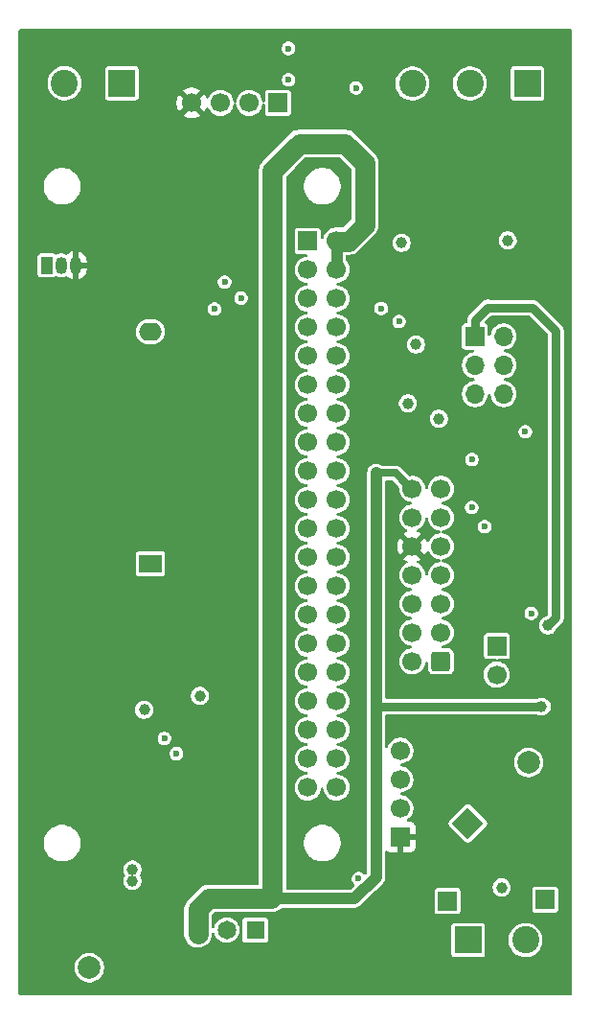
<source format=gbr>
%TF.GenerationSoftware,KiCad,Pcbnew,9.0.6*%
%TF.CreationDate,2025-12-26T20:19:53+00:00*%
%TF.ProjectId,PIDI-BOX-01-MAIN-1-PZ2_ESP-A1,50494449-2d42-44f5-982d-30312d4d4149,01*%
%TF.SameCoordinates,Original*%
%TF.FileFunction,Copper,L3,Inr*%
%TF.FilePolarity,Positive*%
%FSLAX46Y46*%
G04 Gerber Fmt 4.6, Leading zero omitted, Abs format (unit mm)*
G04 Created by KiCad (PCBNEW 9.0.6) date 2025-12-26 20:19:53*
%MOMM*%
%LPD*%
G01*
G04 APERTURE LIST*
G04 Aperture macros list*
%AMRoundRect*
0 Rectangle with rounded corners*
0 $1 Rounding radius*
0 $2 $3 $4 $5 $6 $7 $8 $9 X,Y pos of 4 corners*
0 Add a 4 corners polygon primitive as box body*
4,1,4,$2,$3,$4,$5,$6,$7,$8,$9,$2,$3,0*
0 Add four circle primitives for the rounded corners*
1,1,$1+$1,$2,$3*
1,1,$1+$1,$4,$5*
1,1,$1+$1,$6,$7*
1,1,$1+$1,$8,$9*
0 Add four rect primitives between the rounded corners*
20,1,$1+$1,$2,$3,$4,$5,0*
20,1,$1+$1,$4,$5,$6,$7,0*
20,1,$1+$1,$6,$7,$8,$9,0*
20,1,$1+$1,$8,$9,$2,$3,0*%
%AMRotRect*
0 Rectangle, with rotation*
0 The origin of the aperture is its center*
0 $1 length*
0 $2 width*
0 $3 Rotation angle, in degrees counterclockwise*
0 Add horizontal line*
21,1,$1,$2,0,0,$3*%
G04 Aperture macros list end*
%TA.AperFunction,ComponentPad*%
%ADD10R,2.400000X2.400000*%
%TD*%
%TA.AperFunction,ComponentPad*%
%ADD11C,2.400000*%
%TD*%
%TA.AperFunction,ComponentPad*%
%ADD12R,1.700000X1.700000*%
%TD*%
%TA.AperFunction,ComponentPad*%
%ADD13C,1.700000*%
%TD*%
%TA.AperFunction,ComponentPad*%
%ADD14O,1.700000X1.700000*%
%TD*%
%TA.AperFunction,ComponentPad*%
%ADD15R,1.650000X1.650000*%
%TD*%
%TA.AperFunction,ComponentPad*%
%ADD16C,1.650000*%
%TD*%
%TA.AperFunction,ComponentPad*%
%ADD17RotRect,2.000000X2.000000X45.000000*%
%TD*%
%TA.AperFunction,ComponentPad*%
%ADD18C,2.000000*%
%TD*%
%TA.AperFunction,ComponentPad*%
%ADD19RoundRect,0.250000X0.600000X0.600000X-0.600000X0.600000X-0.600000X-0.600000X0.600000X-0.600000X0*%
%TD*%
%TA.AperFunction,ComponentPad*%
%ADD20R,2.000000X1.600000*%
%TD*%
%TA.AperFunction,ComponentPad*%
%ADD21O,2.000000X1.600000*%
%TD*%
%TA.AperFunction,ComponentPad*%
%ADD22R,1.050000X1.500000*%
%TD*%
%TA.AperFunction,ComponentPad*%
%ADD23O,1.050000X1.500000*%
%TD*%
%TA.AperFunction,ViaPad*%
%ADD24C,1.000000*%
%TD*%
%TA.AperFunction,ViaPad*%
%ADD25C,0.600000*%
%TD*%
%TA.AperFunction,ViaPad*%
%ADD26C,2.000000*%
%TD*%
%TA.AperFunction,ViaPad*%
%ADD27C,1.500000*%
%TD*%
%TA.AperFunction,Conductor*%
%ADD28C,0.800000*%
%TD*%
%TA.AperFunction,Conductor*%
%ADD29C,1.800000*%
%TD*%
%TA.AperFunction,Conductor*%
%ADD30C,1.000000*%
%TD*%
%TA.AperFunction,Conductor*%
%ADD31C,0.700000*%
%TD*%
G04 APERTURE END LIST*
D10*
%TO.N,Net-(J1-Pad1)*%
%TO.C,J1*%
X49729600Y-65159600D03*
D11*
%TO.N,Net-(J1-Pad2)*%
X44649600Y-65159600D03*
%TD*%
D12*
%TO.N,+3.3V*%
%TO.C,J13*%
X74342200Y-131716000D03*
D13*
%TO.N,GND*%
X74342200Y-129176000D03*
%TO.N,SCL*%
X74342200Y-126636000D03*
%TO.N,SDA*%
X74342200Y-124096000D03*
%TD*%
D12*
%TO.N,Net-(J9-Pin_1)*%
%TO.C,J9*%
X80930200Y-87523400D03*
D14*
%TO.N,Net-(J9-Pin_2)*%
X83470200Y-87523400D03*
%TO.N,GND*%
X80930200Y-90063400D03*
%TO.N,Net-(J9-Pin_4)*%
X83470200Y-90063400D03*
%TO.N,GND*%
X80930200Y-92603400D03*
%TO.N,Net-(J9-Pin_6)*%
X83470200Y-92603400D03*
%TD*%
D15*
%TO.N,Net-(U3-+VIN)*%
%TO.C,U3*%
X61525600Y-139950000D03*
D16*
%TO.N,GND*%
X58985600Y-139950000D03*
%TO.N,+5V*%
X56445600Y-139950000D03*
%TD*%
D17*
%TO.N,+5V*%
%TO.C,BZ1*%
X80302194Y-130516806D03*
D18*
%TO.N,Net-(BZ1--)*%
X85676206Y-125142794D03*
%TD*%
D12*
%TO.N,GND*%
%TO.C,J5*%
X63520000Y-66900000D03*
D13*
%TO.N,Net-(J3-TXD0_GPIO14)*%
X60980000Y-66900000D03*
%TO.N,Net-(J3-RXD0_GPIO15)*%
X58440000Y-66900000D03*
%TO.N,+3.3V*%
X55900000Y-66900000D03*
%TD*%
D19*
%TO.N,GND*%
%TO.C,J11*%
X77934600Y-116222000D03*
D13*
X75394600Y-116222000D03*
%TO.N,/G20LE3*%
X77934600Y-113682000D03*
%TO.N,Net-(J11-Pin_4)*%
X75394600Y-113682000D03*
%TO.N,/G21LE7*%
X77934600Y-111142000D03*
%TO.N,Net-(J11-Pin_6)*%
X75394600Y-111142000D03*
%TO.N,SDA*%
X77934600Y-108602000D03*
%TO.N,Net-(J11-Pin_8)*%
X75394600Y-108602000D03*
%TO.N,SCL*%
X77934600Y-106062000D03*
%TO.N,+3.3V*%
X75394600Y-106062000D03*
%TO.N,G9LE4*%
X77934600Y-103522000D03*
%TO.N,G17LE1*%
X75394600Y-103522000D03*
%TO.N,G10LE2*%
X77934600Y-100982000D03*
%TO.N,+5V*%
X75394600Y-100982000D03*
%TD*%
D12*
%TO.N,Net-(J3-3V3_1)*%
%TO.C,J3*%
X66149600Y-79089600D03*
D13*
%TO.N,+5V*%
X68689600Y-79089600D03*
%TO.N,SDA*%
X66149600Y-81629600D03*
%TO.N,+5V*%
X68689600Y-81629600D03*
%TO.N,SCL*%
X66149600Y-84169600D03*
%TO.N,unconnected-(J3-GND_8-Pad6)*%
X68689600Y-84169600D03*
%TO.N,1_WIRE_io4*%
X66149600Y-86709600D03*
%TO.N,Net-(J3-TXD0_GPIO14)*%
X68689600Y-86709600D03*
%TO.N,GND*%
X66149600Y-89249600D03*
%TO.N,Net-(J3-RXD0_GPIO15)*%
X68689600Y-89249600D03*
%TO.N,G17LE1*%
X66149600Y-91789600D03*
%TO.N,unconnected-(J3-GPIO18-Pad12)*%
X68689600Y-91789600D03*
%TO.N,unconnected-(J3-GPIO27_GEN2-Pad13)*%
X66149600Y-94329600D03*
%TO.N,GND*%
X68689600Y-94329600D03*
%TO.N,unconnected-(J3-GPIO22_GEN3-Pad15)*%
X66149600Y-96869600D03*
%TO.N,unconnected-(J3-GEN4_GPIO23-Pad16)*%
X68689600Y-96869600D03*
%TO.N,unconnected-(J3-3V3_2-Pad17)*%
X66149600Y-99409600D03*
%TO.N,I2C_SIG1*%
X68689600Y-99409600D03*
%TO.N,G10LE2*%
X66149600Y-101949600D03*
%TO.N,GND*%
X68689600Y-101949600D03*
%TO.N,G9LE4*%
X66149600Y-104489600D03*
%TO.N,/BUT2*%
X68689600Y-104489600D03*
%TO.N,unconnected-(J3-GPIO11_SCLK-Pad23)*%
X66149600Y-107029600D03*
%TO.N,/BUT1*%
X68689600Y-107029600D03*
%TO.N,GND*%
X66149600Y-109569600D03*
%TO.N,unconnected-(J3-~{CE1}_GPIO7-Pad26)*%
X68689600Y-109569600D03*
%TO.N,unconnected-(J3-ID_SD-Pad27)*%
X66149600Y-112109600D03*
%TO.N,unconnected-(J3-ID_SC-Pad28)*%
X68689600Y-112109600D03*
%TO.N,Net-(J3-GPIO5)*%
X66149600Y-114649600D03*
%TO.N,unconnected-(J3-GND_6-Pad30)*%
X68689600Y-114649600D03*
%TO.N,Net-(J3-GPIO6)*%
X66149600Y-117189600D03*
%TO.N,unconnected-(J3-GPIO12-Pad32)*%
X68689600Y-117189600D03*
%TO.N,PWM*%
X66149600Y-119729600D03*
%TO.N,GND*%
X68689600Y-119729600D03*
%TO.N,EN_I2C*%
X66149600Y-122269600D03*
%TO.N,/BUT3*%
X68689600Y-122269600D03*
%TO.N,OPTO_IN*%
X66149600Y-124809600D03*
%TO.N,/G20LE3*%
X68689600Y-124809600D03*
%TO.N,GND*%
X66149600Y-127349600D03*
%TO.N,/G21LE7*%
X68689600Y-127349600D03*
%TD*%
D12*
%TO.N,Net-(BZ1--)*%
%TO.C,J12*%
X82862200Y-114845400D03*
D13*
%TO.N,Net-(J12-Pin_2)*%
X82862200Y-117385400D03*
%TD*%
D10*
%TO.N,GND*%
%TO.C,J14*%
X80332200Y-140823400D03*
D11*
%TO.N,Net-(D1-A)*%
X85412200Y-140823400D03*
%TD*%
D12*
%TO.N,Net-(D1-K)*%
%TO.C,J4*%
X87135800Y-137266400D03*
%TD*%
%TO.N,GND*%
%TO.C,J8*%
X78525200Y-137368000D03*
%TD*%
D20*
%TO.N,Net-(Bat1-+)*%
%TO.C,REF\u002A\u002A*%
X52249878Y-107595000D03*
D21*
%TO.N,GND*%
X52249878Y-87095000D03*
%TD*%
D22*
%TO.N,GND*%
%TO.C,U4*%
X43085800Y-81246200D03*
D23*
%TO.N,1_WIRE_io4*%
X44355800Y-81246200D03*
%TO.N,+3.3V*%
X45625800Y-81246200D03*
%TD*%
D10*
%TO.N,GND*%
%TO.C,J2*%
X85575400Y-65184800D03*
D11*
%TO.N,/1-Wire DATA*%
X80495400Y-65184800D03*
%TO.N,/1-Wire +5V*%
X75415400Y-65184800D03*
%TD*%
D24*
%TO.N,GND*%
X50661400Y-134599400D03*
X56624000Y-119270000D03*
X83827400Y-79049100D03*
X51692200Y-120493400D03*
D25*
X64447200Y-62094600D03*
D24*
X75724800Y-88231200D03*
X83300400Y-136174200D03*
D26*
X46849600Y-143259600D03*
D25*
X85910200Y-111980200D03*
D24*
X50650000Y-135602200D03*
X75013600Y-93429000D03*
X74454800Y-79265000D03*
D27*
%TO.N,+5V*%
X64091600Y-71848200D03*
D24*
X72192200Y-99585000D03*
X72192200Y-120184400D03*
X86824600Y-120209800D03*
%TO.N,+3.3V*%
X58009800Y-79200000D03*
D25*
X76718200Y-83633800D03*
X57005000Y-123105400D03*
X81744600Y-106646200D03*
D27*
X58892200Y-129849600D03*
D25*
X84958200Y-81652600D03*
D24*
X42492200Y-123443400D03*
X74113600Y-91529000D03*
D27*
X45742200Y-127143400D03*
D25*
%TO.N,1_WIRE_io4*%
X72651400Y-85056200D03*
X57919400Y-85107000D03*
%TO.N,Net-(U1-EN)*%
X85381600Y-95933200D03*
X74222700Y-86199200D03*
%TO.N,SCL*%
X60256200Y-84141800D03*
X54541200Y-124363400D03*
%TO.N,Net-(BZ1--)*%
X70650000Y-135400000D03*
%TO.N,SDA*%
X58808400Y-82719400D03*
X53488070Y-123018977D03*
D24*
%TO.N,Net-(J9-Pin_1)*%
X87383400Y-113047000D03*
D25*
%TO.N,Net-(C18-Pad1)*%
X80677800Y-98391200D03*
X81795400Y-104309400D03*
%TO.N,Net-(U1-VCC(A))*%
X80652400Y-102633000D03*
D24*
X77738600Y-94784400D03*
D25*
%TO.N,Net-(J3-GPIO6)*%
X70426600Y-65574400D03*
%TO.N,Net-(J3-GPIO5)*%
X64447200Y-64863200D03*
%TD*%
D28*
%TO.N,+5V*%
X72217600Y-120209800D02*
X86824600Y-120209800D01*
D29*
X69451000Y-70476600D02*
X65437800Y-70476600D01*
X64091600Y-71848200D02*
X63024800Y-72915000D01*
X57386000Y-137151600D02*
X56445600Y-138092000D01*
D30*
X70314600Y-137151600D02*
X62948600Y-137151600D01*
D29*
X68712200Y-79113400D02*
X69780400Y-79113400D01*
D30*
X64091600Y-71822800D02*
X64091600Y-71848200D01*
D29*
X71203600Y-77690200D02*
X71203600Y-72229200D01*
D30*
X68712200Y-81653400D02*
X68712200Y-79113400D01*
D29*
X71203600Y-72229200D02*
X69451000Y-70476600D01*
X56445600Y-138092000D02*
X56445600Y-140304400D01*
D30*
X72192200Y-135274000D02*
X70314600Y-137151600D01*
X72192200Y-120184400D02*
X72192200Y-135274000D01*
D29*
X62948600Y-137151600D02*
X57386000Y-137151600D01*
X69780400Y-79113400D02*
X71203600Y-77690200D01*
X65437800Y-70476600D02*
X64091600Y-71822800D01*
D31*
X72192200Y-99585000D02*
X73896000Y-99585000D01*
D29*
X63024800Y-72915000D02*
X63024800Y-137075400D01*
D31*
X73896000Y-99585000D02*
X75394600Y-101083600D01*
D30*
X72192200Y-120184400D02*
X72192200Y-99585000D01*
X63024800Y-137075400D02*
X62948600Y-137151600D01*
D28*
X72192200Y-120184400D02*
X72217600Y-120209800D01*
%TO.N,Net-(J9-Pin_1)*%
X82100200Y-84980000D02*
X82074800Y-84954600D01*
X88094600Y-112335800D02*
X88094600Y-87037400D01*
X86037200Y-84980000D02*
X82100200Y-84980000D01*
X87383400Y-113047000D02*
X88094600Y-112335800D01*
X82074800Y-84954600D02*
X80930200Y-86099200D01*
X88094600Y-87037400D02*
X86037200Y-84980000D01*
X80930200Y-86099200D02*
X80930200Y-87523400D01*
%TD*%
%TA.AperFunction,Conductor*%
%TO.N,+3.3V*%
G36*
X76509870Y-106823717D02*
G01*
X76509870Y-106823716D01*
X76549222Y-106769554D01*
X76645695Y-106580217D01*
X76655092Y-106551295D01*
X76694528Y-106493618D01*
X76758886Y-106466419D01*
X76827733Y-106478331D01*
X76879210Y-106525574D01*
X76883508Y-106533314D01*
X76950604Y-106664995D01*
X77057041Y-106811494D01*
X77057045Y-106811499D01*
X77185100Y-106939554D01*
X77185105Y-106939558D01*
X77245467Y-106983413D01*
X77331606Y-107045996D01*
X77395326Y-107078463D01*
X77492960Y-107128211D01*
X77492963Y-107128212D01*
X77579076Y-107156191D01*
X77665191Y-107184171D01*
X77738239Y-107195740D01*
X77825278Y-107209527D01*
X77888413Y-107239456D01*
X77925344Y-107298768D01*
X77924346Y-107368631D01*
X77885736Y-107426863D01*
X77825278Y-107454473D01*
X77665189Y-107479829D01*
X77492963Y-107535787D01*
X77492960Y-107535788D01*
X77331602Y-107618006D01*
X77185105Y-107724441D01*
X77185100Y-107724445D01*
X77057045Y-107852500D01*
X77057041Y-107852505D01*
X76950606Y-107999002D01*
X76868388Y-108160360D01*
X76868387Y-108160363D01*
X76812429Y-108332589D01*
X76787073Y-108492678D01*
X76757144Y-108555813D01*
X76697832Y-108592744D01*
X76627969Y-108591746D01*
X76569737Y-108553136D01*
X76542127Y-108492678D01*
X76528340Y-108405639D01*
X76516771Y-108332591D01*
X76475983Y-108207056D01*
X76460812Y-108160363D01*
X76460811Y-108160360D01*
X76427921Y-108095811D01*
X76378596Y-107999006D01*
X76311862Y-107907154D01*
X76272158Y-107852505D01*
X76272154Y-107852500D01*
X76144099Y-107724445D01*
X76144094Y-107724441D01*
X75997595Y-107618004D01*
X75865914Y-107550908D01*
X75815119Y-107502934D01*
X75798324Y-107435113D01*
X75820862Y-107368978D01*
X75875577Y-107325527D01*
X75883895Y-107322492D01*
X75912817Y-107313095D01*
X76102154Y-107216622D01*
X76156316Y-107177270D01*
X76156317Y-107177270D01*
X75524008Y-106544962D01*
X75587593Y-106527925D01*
X75701607Y-106462099D01*
X75794699Y-106369007D01*
X75860525Y-106254993D01*
X75877562Y-106191408D01*
X76509870Y-106823717D01*
G37*
%TD.AperFunction*%
%TA.AperFunction,Conductor*%
G36*
X76701230Y-103532253D02*
G01*
X76759463Y-103570863D01*
X76787073Y-103631321D01*
X76812429Y-103791410D01*
X76868387Y-103963636D01*
X76868388Y-103963639D01*
X76950606Y-104124997D01*
X77057041Y-104271494D01*
X77057045Y-104271499D01*
X77185100Y-104399554D01*
X77185105Y-104399558D01*
X77245467Y-104443413D01*
X77331606Y-104505996D01*
X77400678Y-104541190D01*
X77492960Y-104588211D01*
X77492963Y-104588212D01*
X77579076Y-104616191D01*
X77665191Y-104644171D01*
X77738239Y-104655740D01*
X77825278Y-104669527D01*
X77888413Y-104699456D01*
X77925344Y-104758768D01*
X77924346Y-104828631D01*
X77885736Y-104886863D01*
X77825278Y-104914473D01*
X77665189Y-104939829D01*
X77492963Y-104995787D01*
X77492960Y-104995788D01*
X77331602Y-105078006D01*
X77185105Y-105184441D01*
X77185100Y-105184445D01*
X77057045Y-105312500D01*
X77057041Y-105312505D01*
X76950604Y-105459004D01*
X76883508Y-105590685D01*
X76835533Y-105641480D01*
X76767712Y-105658275D01*
X76701577Y-105635737D01*
X76658127Y-105581021D01*
X76655092Y-105572705D01*
X76645694Y-105543780D01*
X76549224Y-105354449D01*
X76509870Y-105300282D01*
X76509869Y-105300282D01*
X75877562Y-105932590D01*
X75860525Y-105869007D01*
X75794699Y-105754993D01*
X75701607Y-105661901D01*
X75587593Y-105596075D01*
X75524009Y-105579037D01*
X76156316Y-104946728D01*
X76102150Y-104907375D01*
X75912817Y-104810904D01*
X75883892Y-104801506D01*
X75826216Y-104762068D01*
X75799018Y-104697710D01*
X75810933Y-104628863D01*
X75858177Y-104577388D01*
X75865915Y-104573090D01*
X75997594Y-104505996D01*
X76144101Y-104399553D01*
X76272153Y-104271501D01*
X76378596Y-104124994D01*
X76460811Y-103963639D01*
X76516771Y-103791409D01*
X76531022Y-103701425D01*
X76542127Y-103631321D01*
X76572056Y-103568186D01*
X76631368Y-103531255D01*
X76701230Y-103532253D01*
G37*
%TD.AperFunction*%
%TA.AperFunction,Conductor*%
G36*
X89455139Y-60403985D02*
G01*
X89500894Y-60456789D01*
X89512100Y-60508300D01*
X89512100Y-145559300D01*
X89492415Y-145626339D01*
X89439611Y-145672094D01*
X89388100Y-145683300D01*
X40717100Y-145683300D01*
X40650061Y-145663615D01*
X40604306Y-145610811D01*
X40593100Y-145559300D01*
X40593100Y-143157248D01*
X45549100Y-143157248D01*
X45549100Y-143361951D01*
X45581122Y-143564134D01*
X45644381Y-143758823D01*
X45737315Y-143941213D01*
X45857628Y-144106813D01*
X46002386Y-144251571D01*
X46157349Y-144364156D01*
X46167990Y-144371887D01*
X46284207Y-144431103D01*
X46350376Y-144464818D01*
X46350378Y-144464818D01*
X46350381Y-144464820D01*
X46454737Y-144498727D01*
X46545065Y-144528077D01*
X46646157Y-144544088D01*
X46747248Y-144560100D01*
X46747249Y-144560100D01*
X46951951Y-144560100D01*
X46951952Y-144560100D01*
X47154134Y-144528077D01*
X47348819Y-144464820D01*
X47531210Y-144371887D01*
X47624190Y-144304332D01*
X47696813Y-144251571D01*
X47696815Y-144251568D01*
X47696819Y-144251566D01*
X47841566Y-144106819D01*
X47841568Y-144106815D01*
X47841571Y-144106813D01*
X47894332Y-144034190D01*
X47961887Y-143941210D01*
X48054820Y-143758819D01*
X48118077Y-143564134D01*
X48150100Y-143361952D01*
X48150100Y-143157248D01*
X48118077Y-142955066D01*
X48054820Y-142760381D01*
X48054818Y-142760378D01*
X48054818Y-142760376D01*
X48021103Y-142694207D01*
X47961887Y-142577990D01*
X47954156Y-142567349D01*
X47841571Y-142412386D01*
X47696813Y-142267628D01*
X47531213Y-142147315D01*
X47531212Y-142147314D01*
X47531210Y-142147313D01*
X47451585Y-142106742D01*
X47348823Y-142054381D01*
X47154134Y-141991122D01*
X46979595Y-141963478D01*
X46951952Y-141959100D01*
X46747248Y-141959100D01*
X46722929Y-141962951D01*
X46545065Y-141991122D01*
X46350376Y-142054381D01*
X46167986Y-142147315D01*
X46002386Y-142267628D01*
X45857628Y-142412386D01*
X45737315Y-142577986D01*
X45644381Y-142760376D01*
X45581122Y-142955065D01*
X45549100Y-143157248D01*
X40593100Y-143157248D01*
X40593100Y-137997513D01*
X55245100Y-137997513D01*
X55245100Y-140398886D01*
X55274659Y-140585518D01*
X55333054Y-140765236D01*
X55360891Y-140819868D01*
X55418840Y-140933599D01*
X55529910Y-141086473D01*
X55663527Y-141220090D01*
X55816401Y-141331160D01*
X55895947Y-141371690D01*
X55984763Y-141416945D01*
X55984765Y-141416945D01*
X55984768Y-141416947D01*
X56081097Y-141448246D01*
X56164481Y-141475340D01*
X56351114Y-141504900D01*
X56351119Y-141504900D01*
X56540086Y-141504900D01*
X56726718Y-141475340D01*
X56906432Y-141416947D01*
X57074799Y-141331160D01*
X57227673Y-141220090D01*
X57361290Y-141086473D01*
X57472360Y-140933599D01*
X57558147Y-140765232D01*
X57616540Y-140585518D01*
X57623767Y-140539890D01*
X57646100Y-140398886D01*
X57646100Y-140252541D01*
X57665785Y-140185502D01*
X57718589Y-140139747D01*
X57787747Y-140129803D01*
X57851303Y-140158828D01*
X57888031Y-140214224D01*
X57942555Y-140382036D01*
X57942557Y-140382042D01*
X57988410Y-140472032D01*
X58022986Y-140539890D01*
X58127117Y-140683214D01*
X58252386Y-140808483D01*
X58395710Y-140912614D01*
X58452386Y-140941492D01*
X58553557Y-140993042D01*
X58553560Y-140993043D01*
X58637801Y-141020414D01*
X58722045Y-141047786D01*
X58897021Y-141075500D01*
X58897022Y-141075500D01*
X59074178Y-141075500D01*
X59074179Y-141075500D01*
X59249155Y-141047786D01*
X59417642Y-140993042D01*
X59575490Y-140912614D01*
X59718814Y-140808483D01*
X59844083Y-140683214D01*
X59948214Y-140539890D01*
X60028642Y-140382042D01*
X60083386Y-140213555D01*
X60111100Y-140038579D01*
X60111100Y-139861421D01*
X60083386Y-139686445D01*
X60040160Y-139553406D01*
X60028643Y-139517960D01*
X60028642Y-139517957D01*
X59985268Y-139432832D01*
X59948214Y-139360110D01*
X59844083Y-139216786D01*
X59718814Y-139091517D01*
X59703143Y-139080131D01*
X60400100Y-139080131D01*
X60400100Y-140819856D01*
X60400102Y-140819882D01*
X60403013Y-140844987D01*
X60403015Y-140844991D01*
X60448393Y-140947764D01*
X60448394Y-140947765D01*
X60527835Y-141027206D01*
X60630609Y-141072585D01*
X60655735Y-141075500D01*
X62395464Y-141075499D01*
X62395479Y-141075497D01*
X62395482Y-141075497D01*
X62420587Y-141072586D01*
X62420588Y-141072585D01*
X62420591Y-141072585D01*
X62523365Y-141027206D01*
X62602806Y-140947765D01*
X62648185Y-140844991D01*
X62651100Y-140819865D01*
X62651099Y-139578531D01*
X78831700Y-139578531D01*
X78831700Y-142068256D01*
X78831702Y-142068282D01*
X78834613Y-142093387D01*
X78834615Y-142093391D01*
X78879993Y-142196164D01*
X78879994Y-142196165D01*
X78959435Y-142275606D01*
X79062209Y-142320985D01*
X79087335Y-142323900D01*
X81577064Y-142323899D01*
X81577079Y-142323897D01*
X81577082Y-142323897D01*
X81602187Y-142320986D01*
X81602188Y-142320985D01*
X81602191Y-142320985D01*
X81704965Y-142275606D01*
X81784406Y-142196165D01*
X81829785Y-142093391D01*
X81832700Y-142068265D01*
X81832699Y-140705302D01*
X83911700Y-140705302D01*
X83911700Y-140941497D01*
X83948646Y-141174768D01*
X84021633Y-141399396D01*
X84128857Y-141609833D01*
X84267683Y-141800910D01*
X84434690Y-141967917D01*
X84625767Y-142106743D01*
X84705390Y-142147313D01*
X84836203Y-142213966D01*
X84836205Y-142213966D01*
X84836208Y-142213968D01*
X84956612Y-142253089D01*
X85060831Y-142286953D01*
X85294103Y-142323900D01*
X85294108Y-142323900D01*
X85530297Y-142323900D01*
X85763568Y-142286953D01*
X85798493Y-142275605D01*
X85988192Y-142213968D01*
X86198633Y-142106743D01*
X86389710Y-141967917D01*
X86556717Y-141800910D01*
X86695543Y-141609833D01*
X86802768Y-141399392D01*
X86875753Y-141174768D01*
X86889737Y-141086475D01*
X86912700Y-140941497D01*
X86912700Y-140705302D01*
X86875753Y-140472031D01*
X86841889Y-140367812D01*
X86802768Y-140247408D01*
X86802766Y-140247405D01*
X86802766Y-140247403D01*
X86696364Y-140038579D01*
X86695543Y-140036967D01*
X86556717Y-139845890D01*
X86389710Y-139678883D01*
X86198633Y-139540057D01*
X85988196Y-139432833D01*
X85763568Y-139359846D01*
X85530297Y-139322900D01*
X85530292Y-139322900D01*
X85294108Y-139322900D01*
X85294103Y-139322900D01*
X85060831Y-139359846D01*
X84836203Y-139432833D01*
X84625766Y-139540057D01*
X84516750Y-139619262D01*
X84434690Y-139678883D01*
X84434688Y-139678885D01*
X84434687Y-139678885D01*
X84267685Y-139845887D01*
X84267685Y-139845888D01*
X84267683Y-139845890D01*
X84256399Y-139861421D01*
X84128857Y-140036966D01*
X84021633Y-140247403D01*
X83948646Y-140472031D01*
X83911700Y-140705302D01*
X81832699Y-140705302D01*
X81832699Y-139578536D01*
X81832697Y-139578517D01*
X81829786Y-139553412D01*
X81829785Y-139553410D01*
X81829785Y-139553409D01*
X81784406Y-139450635D01*
X81704965Y-139371194D01*
X81679860Y-139360109D01*
X81602192Y-139325815D01*
X81577065Y-139322900D01*
X79087343Y-139322900D01*
X79087317Y-139322902D01*
X79062212Y-139325813D01*
X79062208Y-139325815D01*
X78959435Y-139371193D01*
X78879994Y-139450634D01*
X78834615Y-139553406D01*
X78834615Y-139553408D01*
X78831700Y-139578531D01*
X62651099Y-139578531D01*
X62651099Y-139080136D01*
X62651097Y-139080117D01*
X62648186Y-139055012D01*
X62648185Y-139055010D01*
X62648185Y-139055009D01*
X62602806Y-138952235D01*
X62523365Y-138872794D01*
X62476756Y-138852214D01*
X62420592Y-138827415D01*
X62395465Y-138824500D01*
X60655743Y-138824500D01*
X60655717Y-138824502D01*
X60630612Y-138827413D01*
X60630608Y-138827415D01*
X60527835Y-138872793D01*
X60448394Y-138952234D01*
X60403015Y-139055006D01*
X60403015Y-139055008D01*
X60400100Y-139080131D01*
X59703143Y-139080131D01*
X59575490Y-138987386D01*
X59417642Y-138906957D01*
X59417639Y-138906956D01*
X59249156Y-138852214D01*
X59161667Y-138838357D01*
X59074179Y-138824500D01*
X58897021Y-138824500D01*
X58878617Y-138827415D01*
X58722043Y-138852214D01*
X58553560Y-138906956D01*
X58553557Y-138906957D01*
X58395709Y-138987386D01*
X58313938Y-139046796D01*
X58252386Y-139091517D01*
X58252384Y-139091519D01*
X58252383Y-139091519D01*
X58127119Y-139216783D01*
X58127119Y-139216784D01*
X58127117Y-139216786D01*
X58082396Y-139278338D01*
X58022986Y-139360109D01*
X57942557Y-139517957D01*
X57942556Y-139517960D01*
X57888031Y-139685776D01*
X57848594Y-139743451D01*
X57784235Y-139770650D01*
X57715389Y-139758736D01*
X57663913Y-139711492D01*
X57646100Y-139647458D01*
X57646100Y-138640626D01*
X57654744Y-138611185D01*
X57661268Y-138581199D01*
X57665022Y-138576183D01*
X57665785Y-138573587D01*
X57682419Y-138552945D01*
X57846945Y-138388419D01*
X57908268Y-138354934D01*
X57934626Y-138352100D01*
X63043086Y-138352100D01*
X63229718Y-138322540D01*
X63409432Y-138264147D01*
X63577799Y-138178360D01*
X63730673Y-138067290D01*
X63809544Y-137988419D01*
X63870867Y-137954934D01*
X63897225Y-137952100D01*
X70393444Y-137952100D01*
X70393445Y-137952099D01*
X70548097Y-137921337D01*
X70693779Y-137860994D01*
X70824889Y-137773389D01*
X72125147Y-136473131D01*
X77374700Y-136473131D01*
X77374700Y-138262856D01*
X77374702Y-138262882D01*
X77377613Y-138287987D01*
X77377615Y-138287991D01*
X77422993Y-138390764D01*
X77422994Y-138390765D01*
X77502435Y-138470206D01*
X77605209Y-138515585D01*
X77630335Y-138518500D01*
X79420064Y-138518499D01*
X79420079Y-138518497D01*
X79420082Y-138518497D01*
X79445187Y-138515586D01*
X79445188Y-138515585D01*
X79445191Y-138515585D01*
X79547965Y-138470206D01*
X79627406Y-138390765D01*
X79672785Y-138287991D01*
X79675700Y-138262865D01*
X79675699Y-136473136D01*
X79675697Y-136473117D01*
X79672786Y-136448012D01*
X79672785Y-136448010D01*
X79672785Y-136448009D01*
X79627406Y-136345235D01*
X79547965Y-136265794D01*
X79547963Y-136265793D01*
X79445192Y-136220415D01*
X79420065Y-136217500D01*
X77630343Y-136217500D01*
X77630317Y-136217502D01*
X77605212Y-136220413D01*
X77605208Y-136220415D01*
X77502435Y-136265793D01*
X77422994Y-136345234D01*
X77377615Y-136448006D01*
X77377615Y-136448008D01*
X77374700Y-136473131D01*
X72125147Y-136473131D01*
X72502925Y-136095353D01*
X82499900Y-136095353D01*
X82499900Y-136253046D01*
X82530661Y-136407689D01*
X82530664Y-136407701D01*
X82591002Y-136553372D01*
X82591009Y-136553385D01*
X82678610Y-136684488D01*
X82678613Y-136684492D01*
X82790107Y-136795986D01*
X82790111Y-136795989D01*
X82921214Y-136883590D01*
X82921227Y-136883597D01*
X83066898Y-136943935D01*
X83066903Y-136943937D01*
X83221553Y-136974699D01*
X83221556Y-136974700D01*
X83221558Y-136974700D01*
X83379244Y-136974700D01*
X83379245Y-136974699D01*
X83533897Y-136943937D01*
X83679579Y-136883594D01*
X83810689Y-136795989D01*
X83922189Y-136684489D01*
X84009794Y-136553379D01*
X84070137Y-136407697D01*
X84077331Y-136371531D01*
X85985300Y-136371531D01*
X85985300Y-138161256D01*
X85985302Y-138161282D01*
X85988213Y-138186387D01*
X85988215Y-138186391D01*
X86033593Y-138289164D01*
X86033594Y-138289165D01*
X86113035Y-138368606D01*
X86215809Y-138413985D01*
X86240935Y-138416900D01*
X88030664Y-138416899D01*
X88030679Y-138416897D01*
X88030682Y-138416897D01*
X88055787Y-138413986D01*
X88055788Y-138413985D01*
X88055791Y-138413985D01*
X88158565Y-138368606D01*
X88238006Y-138289165D01*
X88283385Y-138186391D01*
X88286300Y-138161265D01*
X88286299Y-136371536D01*
X88286297Y-136371517D01*
X88283386Y-136346412D01*
X88283385Y-136346410D01*
X88283385Y-136346409D01*
X88238006Y-136243635D01*
X88158565Y-136164194D01*
X88158563Y-136164193D01*
X88055792Y-136118815D01*
X88030665Y-136115900D01*
X86240943Y-136115900D01*
X86240917Y-136115902D01*
X86215812Y-136118813D01*
X86215808Y-136118815D01*
X86113035Y-136164193D01*
X86033594Y-136243634D01*
X85988215Y-136346406D01*
X85988215Y-136346408D01*
X85985300Y-136371531D01*
X84077331Y-136371531D01*
X84081959Y-136348266D01*
X84082855Y-136343762D01*
X84082855Y-136343761D01*
X84100899Y-136253046D01*
X84100900Y-136253044D01*
X84100900Y-136095355D01*
X84100899Y-136095353D01*
X84089700Y-136039053D01*
X84070137Y-135940703D01*
X84026644Y-135835701D01*
X84009797Y-135795027D01*
X84009790Y-135795014D01*
X83922189Y-135663911D01*
X83922186Y-135663907D01*
X83810692Y-135552413D01*
X83810688Y-135552410D01*
X83679585Y-135464809D01*
X83679572Y-135464802D01*
X83533901Y-135404464D01*
X83533889Y-135404461D01*
X83379245Y-135373700D01*
X83379242Y-135373700D01*
X83221558Y-135373700D01*
X83221555Y-135373700D01*
X83066910Y-135404461D01*
X83066898Y-135404464D01*
X82921227Y-135464802D01*
X82921214Y-135464809D01*
X82790111Y-135552410D01*
X82790107Y-135552413D01*
X82678613Y-135663907D01*
X82678610Y-135663911D01*
X82591009Y-135795014D01*
X82591002Y-135795027D01*
X82530664Y-135940698D01*
X82530661Y-135940710D01*
X82499900Y-136095353D01*
X72502925Y-136095353D01*
X72813988Y-135784290D01*
X72813989Y-135784289D01*
X72901594Y-135653179D01*
X72961937Y-135507497D01*
X72985366Y-135389715D01*
X72992700Y-135352843D01*
X72992700Y-135195158D01*
X72992700Y-133064377D01*
X73012385Y-132997338D01*
X73065189Y-132951583D01*
X73134347Y-132941639D01*
X73191012Y-132965111D01*
X73250110Y-133009352D01*
X73250113Y-133009354D01*
X73384820Y-133059596D01*
X73384827Y-133059598D01*
X73444355Y-133065999D01*
X73444372Y-133066000D01*
X74092200Y-133066000D01*
X74092200Y-132149012D01*
X74149207Y-132181925D01*
X74276374Y-132216000D01*
X74408026Y-132216000D01*
X74535193Y-132181925D01*
X74592200Y-132149012D01*
X74592200Y-133066000D01*
X75240028Y-133066000D01*
X75240044Y-133065999D01*
X75299572Y-133059598D01*
X75299579Y-133059596D01*
X75434286Y-133009354D01*
X75434293Y-133009350D01*
X75549387Y-132923190D01*
X75549390Y-132923187D01*
X75635550Y-132808093D01*
X75635554Y-132808086D01*
X75685796Y-132673379D01*
X75685798Y-132673372D01*
X75692199Y-132613844D01*
X75692200Y-132613827D01*
X75692200Y-131966000D01*
X74775212Y-131966000D01*
X74808125Y-131908993D01*
X74842200Y-131781826D01*
X74842200Y-131650174D01*
X74808125Y-131523007D01*
X74775212Y-131466000D01*
X75692200Y-131466000D01*
X75692200Y-130818172D01*
X75692199Y-130818155D01*
X75685798Y-130758627D01*
X75685796Y-130758620D01*
X75635554Y-130623913D01*
X75635552Y-130623910D01*
X75560351Y-130523455D01*
X75560350Y-130523454D01*
X75549386Y-130508808D01*
X75485033Y-130460633D01*
X78587481Y-130460633D01*
X78587481Y-130572979D01*
X78628065Y-130677739D01*
X78628066Y-130677740D01*
X78643765Y-130697560D01*
X78643775Y-130697571D01*
X80121424Y-132175220D01*
X80121428Y-132175223D01*
X80121433Y-132175228D01*
X80141261Y-132190935D01*
X80246021Y-132231519D01*
X80246022Y-132231519D01*
X80358364Y-132231519D01*
X80358367Y-132231519D01*
X80463127Y-132190935D01*
X80482955Y-132175229D01*
X81960616Y-130697567D01*
X81976323Y-130677739D01*
X82016907Y-130572979D01*
X82016907Y-130460633D01*
X81976323Y-130355873D01*
X81960617Y-130336045D01*
X81242208Y-129617636D01*
X80482963Y-128858391D01*
X80482958Y-128858387D01*
X80482955Y-128858384D01*
X80463127Y-128842677D01*
X80358367Y-128802093D01*
X80246021Y-128802093D01*
X80141261Y-128842677D01*
X80141260Y-128842677D01*
X80141259Y-128842678D01*
X80121439Y-128858377D01*
X80121428Y-128858387D01*
X78643779Y-130336036D01*
X78643772Y-130336045D01*
X78628065Y-130355873D01*
X78587481Y-130460633D01*
X75485033Y-130460633D01*
X75434293Y-130422649D01*
X75434286Y-130422645D01*
X75299579Y-130372403D01*
X75299572Y-130372401D01*
X75240044Y-130366000D01*
X75043287Y-130366000D01*
X74976248Y-130346315D01*
X74930493Y-130293511D01*
X74920549Y-130224353D01*
X74949574Y-130160797D01*
X74970402Y-130141682D01*
X75091695Y-130053558D01*
X75091697Y-130053555D01*
X75091701Y-130053553D01*
X75219753Y-129925501D01*
X75326196Y-129778994D01*
X75408411Y-129617639D01*
X75464371Y-129445409D01*
X75478965Y-129353259D01*
X75492700Y-129266551D01*
X75492700Y-129085448D01*
X75468808Y-128934608D01*
X75464371Y-128906591D01*
X75408411Y-128734361D01*
X75408411Y-128734360D01*
X75379940Y-128678484D01*
X75326196Y-128573006D01*
X75252645Y-128471771D01*
X75219758Y-128426505D01*
X75219754Y-128426500D01*
X75091699Y-128298445D01*
X75091694Y-128298441D01*
X74945197Y-128192006D01*
X74945196Y-128192005D01*
X74945194Y-128192004D01*
X74893500Y-128165664D01*
X74783839Y-128109788D01*
X74783836Y-128109787D01*
X74611610Y-128053829D01*
X74451521Y-128028473D01*
X74388386Y-127998544D01*
X74351455Y-127939232D01*
X74352453Y-127869370D01*
X74391063Y-127811137D01*
X74451521Y-127783527D01*
X74521625Y-127772422D01*
X74611609Y-127758171D01*
X74783839Y-127702211D01*
X74945194Y-127619996D01*
X75091701Y-127513553D01*
X75219753Y-127385501D01*
X75326196Y-127238994D01*
X75408411Y-127077639D01*
X75464371Y-126905409D01*
X75489523Y-126746606D01*
X75492700Y-126726551D01*
X75492700Y-126545448D01*
X75476219Y-126441397D01*
X75464371Y-126366591D01*
X75408411Y-126194361D01*
X75408411Y-126194360D01*
X75378043Y-126134760D01*
X75326196Y-126033006D01*
X75252645Y-125931771D01*
X75219758Y-125886505D01*
X75219754Y-125886500D01*
X75091699Y-125758445D01*
X75091694Y-125758441D01*
X74945197Y-125652006D01*
X74945196Y-125652005D01*
X74945194Y-125652004D01*
X74893500Y-125625664D01*
X74783839Y-125569788D01*
X74783836Y-125569787D01*
X74611610Y-125513829D01*
X74451521Y-125488473D01*
X74388386Y-125458544D01*
X74351455Y-125399232D01*
X74352453Y-125329370D01*
X74391063Y-125271137D01*
X74451521Y-125243527D01*
X74521625Y-125232422D01*
X74611609Y-125218171D01*
X74783839Y-125162211D01*
X74945194Y-125079996D01*
X74999636Y-125040442D01*
X84375706Y-125040442D01*
X84375706Y-125245146D01*
X84376671Y-125251236D01*
X84407728Y-125447328D01*
X84470987Y-125642017D01*
X84563921Y-125824407D01*
X84684234Y-125990007D01*
X84828992Y-126134765D01*
X84956536Y-126227429D01*
X84994596Y-126255081D01*
X85110813Y-126314297D01*
X85176982Y-126348012D01*
X85176984Y-126348012D01*
X85176987Y-126348014D01*
X85273346Y-126379323D01*
X85371671Y-126411271D01*
X85472763Y-126427282D01*
X85573854Y-126443294D01*
X85573855Y-126443294D01*
X85778557Y-126443294D01*
X85778558Y-126443294D01*
X85980740Y-126411271D01*
X86175425Y-126348014D01*
X86357816Y-126255081D01*
X86471970Y-126172144D01*
X86523419Y-126134765D01*
X86523421Y-126134762D01*
X86523425Y-126134760D01*
X86668172Y-125990013D01*
X86668174Y-125990009D01*
X86668177Y-125990007D01*
X86743378Y-125886500D01*
X86788493Y-125824404D01*
X86881426Y-125642013D01*
X86944683Y-125447328D01*
X86976706Y-125245146D01*
X86976706Y-125040442D01*
X86958101Y-124922976D01*
X86944683Y-124838259D01*
X86881424Y-124643570D01*
X86828748Y-124540189D01*
X86788493Y-124461184D01*
X86744327Y-124400394D01*
X86668177Y-124295580D01*
X86523419Y-124150822D01*
X86357819Y-124030509D01*
X86357818Y-124030508D01*
X86357816Y-124030507D01*
X86300859Y-124001485D01*
X86175429Y-123937575D01*
X85980740Y-123874316D01*
X85806201Y-123846672D01*
X85778558Y-123842294D01*
X85573854Y-123842294D01*
X85549535Y-123846145D01*
X85371671Y-123874316D01*
X85176982Y-123937575D01*
X84994592Y-124030509D01*
X84828992Y-124150822D01*
X84684234Y-124295580D01*
X84563921Y-124461180D01*
X84470987Y-124643570D01*
X84407728Y-124838259D01*
X84375706Y-125040442D01*
X74999636Y-125040442D01*
X75091701Y-124973553D01*
X75219753Y-124845501D01*
X75326196Y-124698994D01*
X75408411Y-124537639D01*
X75464371Y-124365409D01*
X75489523Y-124206606D01*
X75492700Y-124186551D01*
X75492700Y-124005448D01*
X75466858Y-123842294D01*
X75464371Y-123826591D01*
X75408411Y-123654361D01*
X75408411Y-123654360D01*
X75369785Y-123578554D01*
X75326196Y-123493006D01*
X75252645Y-123391771D01*
X75219758Y-123346505D01*
X75219754Y-123346500D01*
X75091699Y-123218445D01*
X75091694Y-123218441D01*
X74945197Y-123112006D01*
X74945196Y-123112005D01*
X74945194Y-123112004D01*
X74893500Y-123085664D01*
X74783839Y-123029788D01*
X74783836Y-123029787D01*
X74611610Y-122973829D01*
X74432751Y-122945500D01*
X74432746Y-122945500D01*
X74251654Y-122945500D01*
X74251649Y-122945500D01*
X74072789Y-122973829D01*
X73900563Y-123029787D01*
X73900560Y-123029788D01*
X73739202Y-123112006D01*
X73592705Y-123218441D01*
X73592700Y-123218445D01*
X73464645Y-123346500D01*
X73464641Y-123346505D01*
X73358206Y-123493002D01*
X73275988Y-123654360D01*
X73275987Y-123654363D01*
X73234631Y-123781648D01*
X73195194Y-123839323D01*
X73130835Y-123866522D01*
X73061989Y-123854608D01*
X73010513Y-123807364D01*
X72992700Y-123743330D01*
X72992700Y-121034300D01*
X73012385Y-120967261D01*
X73065189Y-120921506D01*
X73116700Y-120910300D01*
X86399284Y-120910300D01*
X86446736Y-120919739D01*
X86551106Y-120962970D01*
X86591103Y-120979537D01*
X86712538Y-121003692D01*
X86745753Y-121010299D01*
X86745756Y-121010300D01*
X86745758Y-121010300D01*
X86903444Y-121010300D01*
X86903445Y-121010299D01*
X87058097Y-120979537D01*
X87203779Y-120919194D01*
X87334889Y-120831589D01*
X87446389Y-120720089D01*
X87533994Y-120588979D01*
X87594337Y-120443297D01*
X87625100Y-120288642D01*
X87625100Y-120130958D01*
X87625100Y-120130955D01*
X87625099Y-120130953D01*
X87606954Y-120039735D01*
X87594337Y-119976303D01*
X87594335Y-119976298D01*
X87533997Y-119830627D01*
X87533990Y-119830614D01*
X87446389Y-119699511D01*
X87446386Y-119699507D01*
X87334892Y-119588013D01*
X87334888Y-119588010D01*
X87203785Y-119500409D01*
X87203772Y-119500402D01*
X87058101Y-119440064D01*
X87058089Y-119440061D01*
X86903445Y-119409300D01*
X86903442Y-119409300D01*
X86745758Y-119409300D01*
X86745755Y-119409300D01*
X86591110Y-119440061D01*
X86591098Y-119440064D01*
X86446736Y-119499861D01*
X86399284Y-119509300D01*
X73116700Y-119509300D01*
X73049661Y-119489615D01*
X73003906Y-119436811D01*
X72992700Y-119385300D01*
X72992700Y-100359500D01*
X73012385Y-100292461D01*
X73065189Y-100246706D01*
X73116700Y-100235500D01*
X73575192Y-100235500D01*
X73642231Y-100255185D01*
X73662873Y-100271819D01*
X74207781Y-100816727D01*
X74241266Y-100878050D01*
X74244100Y-100904408D01*
X74244100Y-101072551D01*
X74272429Y-101251410D01*
X74328387Y-101423636D01*
X74328388Y-101423639D01*
X74410606Y-101584997D01*
X74517041Y-101731494D01*
X74517045Y-101731499D01*
X74645100Y-101859554D01*
X74645105Y-101859558D01*
X74705467Y-101903413D01*
X74791606Y-101965996D01*
X74855326Y-101998463D01*
X74952960Y-102048211D01*
X74952963Y-102048212D01*
X75030557Y-102073423D01*
X75125191Y-102104171D01*
X75198239Y-102115740D01*
X75285278Y-102129527D01*
X75348413Y-102159456D01*
X75385344Y-102218768D01*
X75384346Y-102288631D01*
X75345736Y-102346863D01*
X75285278Y-102374473D01*
X75125189Y-102399829D01*
X74952963Y-102455787D01*
X74952960Y-102455788D01*
X74791602Y-102538006D01*
X74645105Y-102644441D01*
X74645100Y-102644445D01*
X74517045Y-102772500D01*
X74517041Y-102772505D01*
X74410606Y-102919002D01*
X74328388Y-103080360D01*
X74328387Y-103080363D01*
X74272429Y-103252589D01*
X74244100Y-103431448D01*
X74244100Y-103612551D01*
X74272429Y-103791410D01*
X74328387Y-103963636D01*
X74328388Y-103963639D01*
X74410606Y-104124997D01*
X74517041Y-104271494D01*
X74517045Y-104271499D01*
X74645100Y-104399554D01*
X74645105Y-104399558D01*
X74705467Y-104443413D01*
X74791606Y-104505996D01*
X74860678Y-104541190D01*
X74923284Y-104573090D01*
X74974080Y-104621065D01*
X74990875Y-104688886D01*
X74968337Y-104755021D01*
X74913622Y-104798472D01*
X74905308Y-104801506D01*
X74876381Y-104810905D01*
X74687039Y-104907380D01*
X74632882Y-104946727D01*
X74632882Y-104946728D01*
X75265191Y-105579037D01*
X75201607Y-105596075D01*
X75087593Y-105661901D01*
X74994501Y-105754993D01*
X74928675Y-105869007D01*
X74911637Y-105932591D01*
X74279328Y-105300282D01*
X74279327Y-105300282D01*
X74239980Y-105354439D01*
X74143504Y-105543782D01*
X74077842Y-105745869D01*
X74077842Y-105745872D01*
X74044600Y-105955753D01*
X74044600Y-106168246D01*
X74077842Y-106378127D01*
X74077842Y-106378130D01*
X74143504Y-106580217D01*
X74239975Y-106769550D01*
X74279328Y-106823716D01*
X74911637Y-106191408D01*
X74928675Y-106254993D01*
X74994501Y-106369007D01*
X75087593Y-106462099D01*
X75201607Y-106527925D01*
X75265190Y-106544962D01*
X74632882Y-107177269D01*
X74632882Y-107177270D01*
X74687049Y-107216624D01*
X74876380Y-107313094D01*
X74905305Y-107322492D01*
X74962981Y-107361929D01*
X74990180Y-107426287D01*
X74978267Y-107495134D01*
X74931024Y-107546610D01*
X74923285Y-107550908D01*
X74791604Y-107618004D01*
X74645105Y-107724441D01*
X74645100Y-107724445D01*
X74517045Y-107852500D01*
X74517041Y-107852505D01*
X74410606Y-107999002D01*
X74328388Y-108160360D01*
X74328387Y-108160363D01*
X74272429Y-108332589D01*
X74244100Y-108511448D01*
X74244100Y-108692551D01*
X74272429Y-108871410D01*
X74328387Y-109043636D01*
X74328388Y-109043639D01*
X74410606Y-109204997D01*
X74517041Y-109351494D01*
X74517045Y-109351499D01*
X74645100Y-109479554D01*
X74645105Y-109479558D01*
X74705467Y-109523413D01*
X74791606Y-109585996D01*
X74855326Y-109618463D01*
X74952960Y-109668211D01*
X74952963Y-109668212D01*
X75039076Y-109696191D01*
X75125191Y-109724171D01*
X75198239Y-109735740D01*
X75285278Y-109749527D01*
X75348413Y-109779456D01*
X75385344Y-109838768D01*
X75384346Y-109908631D01*
X75345736Y-109966863D01*
X75285278Y-109994473D01*
X75125189Y-110019829D01*
X74952963Y-110075787D01*
X74952960Y-110075788D01*
X74791602Y-110158006D01*
X74645105Y-110264441D01*
X74645100Y-110264445D01*
X74517045Y-110392500D01*
X74517041Y-110392505D01*
X74410606Y-110539002D01*
X74328388Y-110700360D01*
X74328387Y-110700363D01*
X74272429Y-110872589D01*
X74244100Y-111051448D01*
X74244100Y-111232551D01*
X74272429Y-111411410D01*
X74328387Y-111583636D01*
X74328388Y-111583639D01*
X74410606Y-111744997D01*
X74517041Y-111891494D01*
X74517045Y-111891499D01*
X74645100Y-112019554D01*
X74645105Y-112019558D01*
X74754925Y-112099346D01*
X74791606Y-112125996D01*
X74855326Y-112158463D01*
X74952960Y-112208211D01*
X74952963Y-112208212D01*
X75039076Y-112236191D01*
X75125191Y-112264171D01*
X75198239Y-112275740D01*
X75285278Y-112289527D01*
X75348413Y-112319456D01*
X75385344Y-112378768D01*
X75384346Y-112448631D01*
X75345736Y-112506863D01*
X75285278Y-112534473D01*
X75125189Y-112559829D01*
X74952963Y-112615787D01*
X74952960Y-112615788D01*
X74791602Y-112698006D01*
X74645105Y-112804441D01*
X74645100Y-112804445D01*
X74517045Y-112932500D01*
X74517041Y-112932505D01*
X74410606Y-113079002D01*
X74328388Y-113240360D01*
X74328387Y-113240363D01*
X74272429Y-113412589D01*
X74244100Y-113591448D01*
X74244100Y-113772551D01*
X74272429Y-113951410D01*
X74328387Y-114123636D01*
X74328388Y-114123639D01*
X74410606Y-114284997D01*
X74517041Y-114431494D01*
X74517045Y-114431499D01*
X74645100Y-114559554D01*
X74645105Y-114559558D01*
X74705467Y-114603413D01*
X74791606Y-114665996D01*
X74855326Y-114698463D01*
X74952960Y-114748211D01*
X74952963Y-114748212D01*
X75039076Y-114776191D01*
X75125191Y-114804171D01*
X75198239Y-114815740D01*
X75285278Y-114829527D01*
X75348413Y-114859456D01*
X75385344Y-114918768D01*
X75384346Y-114988631D01*
X75345736Y-115046863D01*
X75285278Y-115074473D01*
X75125189Y-115099829D01*
X74952963Y-115155787D01*
X74952960Y-115155788D01*
X74791602Y-115238006D01*
X74645105Y-115344441D01*
X74645100Y-115344445D01*
X74517045Y-115472500D01*
X74517041Y-115472505D01*
X74410606Y-115619002D01*
X74328388Y-115780360D01*
X74328387Y-115780363D01*
X74272429Y-115952589D01*
X74244100Y-116131448D01*
X74244100Y-116312551D01*
X74272429Y-116491410D01*
X74328387Y-116663636D01*
X74328388Y-116663639D01*
X74410606Y-116824997D01*
X74517041Y-116971494D01*
X74517045Y-116971499D01*
X74645100Y-117099554D01*
X74645105Y-117099558D01*
X74705467Y-117143413D01*
X74791606Y-117205996D01*
X74855326Y-117238463D01*
X74952960Y-117288211D01*
X74952963Y-117288212D01*
X75039076Y-117316191D01*
X75125191Y-117344171D01*
X75208029Y-117357291D01*
X75304049Y-117372500D01*
X75304054Y-117372500D01*
X75485151Y-117372500D01*
X75571859Y-117358765D01*
X75664009Y-117344171D01*
X75836239Y-117288211D01*
X75997594Y-117205996D01*
X76144101Y-117099553D01*
X76272153Y-116971501D01*
X76378596Y-116824994D01*
X76460811Y-116663639D01*
X76516771Y-116491409D01*
X76531026Y-116401406D01*
X76537627Y-116359733D01*
X76567556Y-116296598D01*
X76626868Y-116259667D01*
X76696731Y-116260665D01*
X76754963Y-116299275D01*
X76783077Y-116363239D01*
X76784100Y-116379131D01*
X76784100Y-116865102D01*
X76789726Y-116911954D01*
X76794722Y-116953561D01*
X76794722Y-116953563D01*
X76794723Y-116953564D01*
X76812322Y-116998192D01*
X76850239Y-117094343D01*
X76941677Y-117214922D01*
X77062256Y-117306360D01*
X77062257Y-117306360D01*
X77062258Y-117306361D01*
X77203036Y-117361877D01*
X77291498Y-117372500D01*
X77291503Y-117372500D01*
X78577697Y-117372500D01*
X78577702Y-117372500D01*
X78666164Y-117361877D01*
X78806942Y-117306361D01*
X78927522Y-117214922D01*
X79018961Y-117094342D01*
X79074477Y-116953564D01*
X79085100Y-116865102D01*
X79085100Y-115578898D01*
X79074477Y-115490436D01*
X79018961Y-115349658D01*
X79018960Y-115349657D01*
X79018960Y-115349656D01*
X78927522Y-115229077D01*
X78806943Y-115137639D01*
X78666161Y-115082122D01*
X78620526Y-115076642D01*
X78577702Y-115071500D01*
X78091731Y-115071500D01*
X78024692Y-115051815D01*
X77978937Y-114999011D01*
X77968993Y-114929853D01*
X77998018Y-114866297D01*
X78056796Y-114828523D01*
X78072333Y-114825027D01*
X78130008Y-114815891D01*
X78204009Y-114804171D01*
X78376239Y-114748211D01*
X78537594Y-114665996D01*
X78684101Y-114559553D01*
X78812153Y-114431501D01*
X78918596Y-114284994D01*
X79000811Y-114123639D01*
X79056771Y-113951409D01*
X79056910Y-113950531D01*
X81711700Y-113950531D01*
X81711700Y-115740256D01*
X81711702Y-115740282D01*
X81714613Y-115765387D01*
X81714615Y-115765391D01*
X81759993Y-115868164D01*
X81759994Y-115868165D01*
X81839435Y-115947606D01*
X81942209Y-115992985D01*
X81967335Y-115995900D01*
X82705073Y-115995899D01*
X82772110Y-116015583D01*
X82817865Y-116068387D01*
X82827809Y-116137546D01*
X82798784Y-116201102D01*
X82740006Y-116238876D01*
X82724470Y-116242372D01*
X82592789Y-116263229D01*
X82420563Y-116319187D01*
X82420560Y-116319188D01*
X82259202Y-116401406D01*
X82112705Y-116507841D01*
X82112700Y-116507845D01*
X81984645Y-116635900D01*
X81984641Y-116635905D01*
X81878206Y-116782402D01*
X81795988Y-116943760D01*
X81795987Y-116943763D01*
X81740029Y-117115989D01*
X81711700Y-117294848D01*
X81711700Y-117475951D01*
X81740029Y-117654810D01*
X81795987Y-117827036D01*
X81795988Y-117827039D01*
X81878206Y-117988397D01*
X81984641Y-118134894D01*
X81984645Y-118134899D01*
X82112700Y-118262954D01*
X82112705Y-118262958D01*
X82214791Y-118337127D01*
X82259206Y-118369396D01*
X82364350Y-118422970D01*
X82420560Y-118451611D01*
X82420563Y-118451612D01*
X82506676Y-118479591D01*
X82592791Y-118507571D01*
X82675629Y-118520691D01*
X82771649Y-118535900D01*
X82771654Y-118535900D01*
X82952751Y-118535900D01*
X83039459Y-118522165D01*
X83131609Y-118507571D01*
X83303839Y-118451611D01*
X83465194Y-118369396D01*
X83611701Y-118262953D01*
X83739753Y-118134901D01*
X83846196Y-117988394D01*
X83928411Y-117827039D01*
X83984371Y-117654809D01*
X83998965Y-117562659D01*
X84012700Y-117475951D01*
X84012700Y-117294848D01*
X83988290Y-117140736D01*
X83984371Y-117115991D01*
X83937424Y-116971501D01*
X83928412Y-116943763D01*
X83928411Y-116943760D01*
X83867897Y-116824997D01*
X83846196Y-116782406D01*
X83821170Y-116747960D01*
X83739758Y-116635905D01*
X83739754Y-116635900D01*
X83611699Y-116507845D01*
X83611694Y-116507841D01*
X83465197Y-116401406D01*
X83465196Y-116401405D01*
X83465194Y-116401404D01*
X83413500Y-116375064D01*
X83303839Y-116319188D01*
X83303836Y-116319187D01*
X83131610Y-116263229D01*
X82999928Y-116242372D01*
X82936794Y-116212442D01*
X82899863Y-116153131D01*
X82900861Y-116083268D01*
X82939471Y-116025036D01*
X83003435Y-115996922D01*
X83019320Y-115995899D01*
X83757064Y-115995899D01*
X83757079Y-115995897D01*
X83757082Y-115995897D01*
X83782187Y-115992986D01*
X83782188Y-115992985D01*
X83782191Y-115992985D01*
X83884965Y-115947606D01*
X83964406Y-115868165D01*
X84009785Y-115765391D01*
X84012700Y-115740265D01*
X84012699Y-113950536D01*
X84012697Y-113950517D01*
X84009786Y-113925412D01*
X84009785Y-113925410D01*
X84009785Y-113925409D01*
X83964406Y-113822635D01*
X83884965Y-113743194D01*
X83850975Y-113728186D01*
X83782192Y-113697815D01*
X83757065Y-113694900D01*
X81967343Y-113694900D01*
X81967317Y-113694902D01*
X81942212Y-113697813D01*
X81942208Y-113697815D01*
X81839435Y-113743193D01*
X81759994Y-113822634D01*
X81714615Y-113925406D01*
X81714615Y-113925408D01*
X81711700Y-113950531D01*
X79056910Y-113950531D01*
X79060889Y-113925408D01*
X79085100Y-113772551D01*
X79085100Y-113591448D01*
X79068619Y-113487397D01*
X79056771Y-113412591D01*
X79015983Y-113287056D01*
X79000812Y-113240363D01*
X79000811Y-113240360D01*
X78942460Y-113125842D01*
X78918596Y-113079006D01*
X78851862Y-112987154D01*
X78812158Y-112932505D01*
X78812154Y-112932500D01*
X78684099Y-112804445D01*
X78684094Y-112804441D01*
X78537597Y-112698006D01*
X78537596Y-112698005D01*
X78537594Y-112698004D01*
X78477937Y-112667607D01*
X78376239Y-112615788D01*
X78376236Y-112615787D01*
X78204010Y-112559829D01*
X78043921Y-112534473D01*
X77980786Y-112504544D01*
X77943855Y-112445232D01*
X77944853Y-112375370D01*
X77983463Y-112317137D01*
X78043921Y-112289527D01*
X78114025Y-112278422D01*
X78204009Y-112264171D01*
X78376239Y-112208211D01*
X78537594Y-112125996D01*
X78684101Y-112019553D01*
X78802511Y-111901143D01*
X85309700Y-111901143D01*
X85309700Y-112059257D01*
X85349613Y-112208212D01*
X85350623Y-112211983D01*
X85350626Y-112211990D01*
X85429675Y-112348909D01*
X85429679Y-112348914D01*
X85429680Y-112348916D01*
X85541484Y-112460720D01*
X85541486Y-112460721D01*
X85541490Y-112460724D01*
X85673105Y-112536711D01*
X85678416Y-112539777D01*
X85831143Y-112580700D01*
X85831145Y-112580700D01*
X85989255Y-112580700D01*
X85989257Y-112580700D01*
X86141984Y-112539777D01*
X86278916Y-112460720D01*
X86390720Y-112348916D01*
X86469777Y-112211984D01*
X86510700Y-112059257D01*
X86510700Y-111901143D01*
X86469777Y-111748416D01*
X86423326Y-111667960D01*
X86390724Y-111611490D01*
X86390718Y-111611482D01*
X86278917Y-111499681D01*
X86278909Y-111499675D01*
X86141990Y-111420626D01*
X86141986Y-111420624D01*
X86141984Y-111420623D01*
X85989257Y-111379700D01*
X85831143Y-111379700D01*
X85678416Y-111420623D01*
X85678409Y-111420626D01*
X85541490Y-111499675D01*
X85541482Y-111499681D01*
X85429681Y-111611482D01*
X85429675Y-111611490D01*
X85350626Y-111748409D01*
X85350623Y-111748416D01*
X85309700Y-111901143D01*
X78802511Y-111901143D01*
X78812153Y-111891501D01*
X78849432Y-111840191D01*
X78864007Y-111820131D01*
X78893090Y-111780099D01*
X78918596Y-111744994D01*
X79000811Y-111583639D01*
X79056771Y-111411409D01*
X79071365Y-111319259D01*
X79085100Y-111232551D01*
X79085100Y-111051448D01*
X79068619Y-110947397D01*
X79056771Y-110872591D01*
X79015983Y-110747056D01*
X79000812Y-110700363D01*
X79000811Y-110700360D01*
X78967921Y-110635811D01*
X78918596Y-110539006D01*
X78851862Y-110447154D01*
X78812158Y-110392505D01*
X78812154Y-110392500D01*
X78684099Y-110264445D01*
X78684094Y-110264441D01*
X78537597Y-110158006D01*
X78537596Y-110158005D01*
X78537594Y-110158004D01*
X78485900Y-110131664D01*
X78376239Y-110075788D01*
X78376236Y-110075787D01*
X78204010Y-110019829D01*
X78043921Y-109994473D01*
X77980786Y-109964544D01*
X77943855Y-109905232D01*
X77944853Y-109835370D01*
X77983463Y-109777137D01*
X78043921Y-109749527D01*
X78114025Y-109738422D01*
X78204009Y-109724171D01*
X78376239Y-109668211D01*
X78537594Y-109585996D01*
X78684101Y-109479553D01*
X78812153Y-109351501D01*
X78918596Y-109204994D01*
X79000811Y-109043639D01*
X79056771Y-108871409D01*
X79071365Y-108779259D01*
X79085100Y-108692551D01*
X79085100Y-108511448D01*
X79068619Y-108407397D01*
X79056771Y-108332591D01*
X79015983Y-108207056D01*
X79000812Y-108160363D01*
X79000811Y-108160360D01*
X78967921Y-108095811D01*
X78918596Y-107999006D01*
X78851862Y-107907154D01*
X78812158Y-107852505D01*
X78812154Y-107852500D01*
X78684099Y-107724445D01*
X78684094Y-107724441D01*
X78537597Y-107618006D01*
X78537596Y-107618005D01*
X78537594Y-107618004D01*
X78485900Y-107591664D01*
X78376239Y-107535788D01*
X78376236Y-107535787D01*
X78204010Y-107479829D01*
X78043921Y-107454473D01*
X77980786Y-107424544D01*
X77943855Y-107365232D01*
X77944853Y-107295370D01*
X77983463Y-107237137D01*
X78043921Y-107209527D01*
X78114025Y-107198422D01*
X78204009Y-107184171D01*
X78376239Y-107128211D01*
X78537594Y-107045996D01*
X78684101Y-106939553D01*
X78812153Y-106811501D01*
X78918596Y-106664994D01*
X79000811Y-106503639D01*
X79056771Y-106331409D01*
X79071365Y-106239259D01*
X79085100Y-106152551D01*
X79085100Y-105971448D01*
X79068619Y-105867397D01*
X79056771Y-105792591D01*
X79015983Y-105667056D01*
X79000812Y-105620363D01*
X79000811Y-105620360D01*
X78961791Y-105543780D01*
X78918596Y-105459006D01*
X78851862Y-105367154D01*
X78812158Y-105312505D01*
X78812154Y-105312500D01*
X78684099Y-105184445D01*
X78684094Y-105184441D01*
X78537597Y-105078006D01*
X78537596Y-105078005D01*
X78537594Y-105078004D01*
X78485900Y-105051664D01*
X78376239Y-104995788D01*
X78376236Y-104995787D01*
X78204010Y-104939829D01*
X78043921Y-104914473D01*
X77980786Y-104884544D01*
X77943855Y-104825232D01*
X77944853Y-104755370D01*
X77983463Y-104697137D01*
X78043921Y-104669527D01*
X78114025Y-104658422D01*
X78204009Y-104644171D01*
X78376239Y-104588211D01*
X78537594Y-104505996D01*
X78684101Y-104399553D01*
X78812153Y-104271501D01*
X78821038Y-104259270D01*
X78842055Y-104230343D01*
X81194900Y-104230343D01*
X81194900Y-104388457D01*
X81228287Y-104513057D01*
X81235823Y-104541183D01*
X81235826Y-104541190D01*
X81314875Y-104678109D01*
X81314879Y-104678114D01*
X81314880Y-104678116D01*
X81426684Y-104789920D01*
X81426686Y-104789921D01*
X81426690Y-104789924D01*
X81493734Y-104828631D01*
X81563616Y-104868977D01*
X81716343Y-104909900D01*
X81716345Y-104909900D01*
X81874455Y-104909900D01*
X81874457Y-104909900D01*
X82027184Y-104868977D01*
X82164116Y-104789920D01*
X82275920Y-104678116D01*
X82354977Y-104541184D01*
X82395900Y-104388457D01*
X82395900Y-104230343D01*
X82354977Y-104077616D01*
X82289173Y-103963639D01*
X82275924Y-103940690D01*
X82275918Y-103940682D01*
X82164117Y-103828881D01*
X82164109Y-103828875D01*
X82027190Y-103749826D01*
X82027186Y-103749824D01*
X82027184Y-103749823D01*
X81874457Y-103708900D01*
X81716343Y-103708900D01*
X81563616Y-103749823D01*
X81563609Y-103749826D01*
X81426690Y-103828875D01*
X81426682Y-103828881D01*
X81314881Y-103940682D01*
X81314875Y-103940690D01*
X81235826Y-104077609D01*
X81235823Y-104077616D01*
X81194900Y-104230343D01*
X78842055Y-104230343D01*
X78900915Y-104149331D01*
X78909482Y-104137537D01*
X78918596Y-104124994D01*
X79000811Y-103963639D01*
X79056771Y-103791409D01*
X79071365Y-103699259D01*
X79085100Y-103612551D01*
X79085100Y-103431448D01*
X79068619Y-103327397D01*
X79056771Y-103252591D01*
X79015983Y-103127056D01*
X79000812Y-103080363D01*
X79000811Y-103080360D01*
X78967921Y-103015811D01*
X78918596Y-102919006D01*
X78851862Y-102827154D01*
X78812158Y-102772505D01*
X78812154Y-102772500D01*
X78684097Y-102644443D01*
X78559533Y-102553943D01*
X80051900Y-102553943D01*
X80051900Y-102712057D01*
X80068096Y-102772499D01*
X80092823Y-102864783D01*
X80092826Y-102864790D01*
X80171875Y-103001709D01*
X80171879Y-103001714D01*
X80171880Y-103001716D01*
X80283684Y-103113520D01*
X80283686Y-103113521D01*
X80283690Y-103113524D01*
X80420609Y-103192573D01*
X80420616Y-103192577D01*
X80573343Y-103233500D01*
X80573345Y-103233500D01*
X80731455Y-103233500D01*
X80731457Y-103233500D01*
X80884184Y-103192577D01*
X81021116Y-103113520D01*
X81132920Y-103001716D01*
X81211977Y-102864784D01*
X81252900Y-102712057D01*
X81252900Y-102553943D01*
X81211977Y-102401216D01*
X81146977Y-102288631D01*
X81132924Y-102264290D01*
X81132918Y-102264282D01*
X81021117Y-102152481D01*
X81021109Y-102152475D01*
X80884190Y-102073426D01*
X80884186Y-102073424D01*
X80884184Y-102073423D01*
X80731457Y-102032500D01*
X80573343Y-102032500D01*
X80420616Y-102073423D01*
X80420609Y-102073426D01*
X80283690Y-102152475D01*
X80283682Y-102152481D01*
X80171881Y-102264282D01*
X80171875Y-102264290D01*
X80092826Y-102401209D01*
X80092823Y-102401216D01*
X80051900Y-102553943D01*
X78559533Y-102553943D01*
X78537597Y-102538006D01*
X78537596Y-102538005D01*
X78537594Y-102538004D01*
X78485900Y-102511664D01*
X78376239Y-102455788D01*
X78376236Y-102455787D01*
X78204010Y-102399829D01*
X78043921Y-102374473D01*
X77980786Y-102344544D01*
X77943855Y-102285232D01*
X77944853Y-102215370D01*
X77983463Y-102157137D01*
X78043921Y-102129527D01*
X78114025Y-102118422D01*
X78204009Y-102104171D01*
X78376239Y-102048211D01*
X78537594Y-101965996D01*
X78684101Y-101859553D01*
X78812153Y-101731501D01*
X78918596Y-101584994D01*
X79000811Y-101423639D01*
X79056771Y-101251409D01*
X79071365Y-101159259D01*
X79085100Y-101072551D01*
X79085100Y-100891448D01*
X79068619Y-100787397D01*
X79056771Y-100712591D01*
X79015983Y-100587056D01*
X79000812Y-100540363D01*
X79000811Y-100540360D01*
X78967921Y-100475811D01*
X78918596Y-100379006D01*
X78851862Y-100287154D01*
X78812158Y-100232505D01*
X78812154Y-100232500D01*
X78684099Y-100104445D01*
X78684094Y-100104441D01*
X78537597Y-99998006D01*
X78537596Y-99998005D01*
X78537594Y-99998004D01*
X78485900Y-99971664D01*
X78376239Y-99915788D01*
X78376236Y-99915787D01*
X78204010Y-99859829D01*
X78025151Y-99831500D01*
X78025146Y-99831500D01*
X77844054Y-99831500D01*
X77844049Y-99831500D01*
X77665189Y-99859829D01*
X77492963Y-99915787D01*
X77492960Y-99915788D01*
X77331602Y-99998006D01*
X77185105Y-100104441D01*
X77185100Y-100104445D01*
X77057045Y-100232500D01*
X77057041Y-100232505D01*
X76950606Y-100379002D01*
X76868388Y-100540360D01*
X76868387Y-100540363D01*
X76812429Y-100712589D01*
X76787073Y-100872678D01*
X76757144Y-100935813D01*
X76697832Y-100972744D01*
X76627969Y-100971746D01*
X76569737Y-100933136D01*
X76542127Y-100872678D01*
X76528340Y-100785639D01*
X76516771Y-100712591D01*
X76475983Y-100587056D01*
X76460812Y-100540363D01*
X76460811Y-100540360D01*
X76427921Y-100475811D01*
X76378596Y-100379006D01*
X76311862Y-100287154D01*
X76272158Y-100232505D01*
X76272154Y-100232500D01*
X76144099Y-100104445D01*
X76144094Y-100104441D01*
X75997597Y-99998006D01*
X75997596Y-99998005D01*
X75997594Y-99998004D01*
X75945900Y-99971664D01*
X75836239Y-99915788D01*
X75836236Y-99915787D01*
X75664010Y-99859829D01*
X75485151Y-99831500D01*
X75485146Y-99831500D01*
X75304054Y-99831500D01*
X75304049Y-99831500D01*
X75157883Y-99854650D01*
X75088589Y-99845695D01*
X75050804Y-99819858D01*
X74310674Y-99079727D01*
X74310673Y-99079726D01*
X74310669Y-99079723D01*
X74204127Y-99008535D01*
X74163481Y-98991699D01*
X74085744Y-98959499D01*
X74085738Y-98959497D01*
X73960071Y-98934500D01*
X73960069Y-98934500D01*
X72697135Y-98934500D01*
X72630096Y-98914815D01*
X72628290Y-98913633D01*
X72571379Y-98875606D01*
X72571372Y-98875602D01*
X72425701Y-98815264D01*
X72425689Y-98815261D01*
X72271045Y-98784500D01*
X72271042Y-98784500D01*
X72113358Y-98784500D01*
X72113355Y-98784500D01*
X71958710Y-98815261D01*
X71958698Y-98815264D01*
X71813027Y-98875602D01*
X71813014Y-98875609D01*
X71681911Y-98963210D01*
X71681907Y-98963213D01*
X71570413Y-99074707D01*
X71570410Y-99074711D01*
X71482809Y-99205814D01*
X71482802Y-99205827D01*
X71422464Y-99351498D01*
X71422461Y-99351510D01*
X71391700Y-99506153D01*
X71391700Y-134891059D01*
X71383055Y-134920496D01*
X71376532Y-134950487D01*
X71372777Y-134955502D01*
X71372015Y-134958098D01*
X71355380Y-134978741D01*
X71304358Y-135029762D01*
X71243035Y-135063246D01*
X71173343Y-135058261D01*
X71128997Y-135029761D01*
X71018717Y-134919481D01*
X71018709Y-134919475D01*
X70881790Y-134840426D01*
X70881786Y-134840424D01*
X70881784Y-134840423D01*
X70729057Y-134799500D01*
X70570943Y-134799500D01*
X70418216Y-134840423D01*
X70418209Y-134840426D01*
X70281290Y-134919475D01*
X70281282Y-134919481D01*
X70169481Y-135031282D01*
X70169475Y-135031290D01*
X70090426Y-135168209D01*
X70090423Y-135168216D01*
X70049500Y-135320943D01*
X70049500Y-135479057D01*
X70061371Y-135523358D01*
X70090423Y-135631783D01*
X70090426Y-135631790D01*
X70169475Y-135768709D01*
X70169481Y-135768717D01*
X70279761Y-135878997D01*
X70313246Y-135940320D01*
X70308262Y-136010012D01*
X70279761Y-136054359D01*
X70019339Y-136314782D01*
X69958019Y-136348266D01*
X69931660Y-136351100D01*
X64349300Y-136351100D01*
X64282261Y-136331415D01*
X64236506Y-136278611D01*
X64225300Y-136227100D01*
X64225300Y-132131670D01*
X65824100Y-132131670D01*
X65824100Y-132387529D01*
X65864126Y-132640240D01*
X65943188Y-132883572D01*
X65943189Y-132883575D01*
X66059350Y-133111550D01*
X66209732Y-133318535D01*
X66209736Y-133318540D01*
X66390659Y-133499463D01*
X66390664Y-133499467D01*
X66571207Y-133630638D01*
X66597653Y-133649852D01*
X66746680Y-133725785D01*
X66825624Y-133766010D01*
X66825627Y-133766011D01*
X66926851Y-133798900D01*
X67068961Y-133845074D01*
X67321670Y-133885100D01*
X67321671Y-133885100D01*
X67577529Y-133885100D01*
X67577530Y-133885100D01*
X67830239Y-133845074D01*
X68073575Y-133766010D01*
X68301547Y-133649852D01*
X68508542Y-133499462D01*
X68689462Y-133318542D01*
X68839852Y-133111547D01*
X68956010Y-132883575D01*
X69035074Y-132640239D01*
X69075100Y-132387530D01*
X69075100Y-132131670D01*
X69035074Y-131878961D01*
X68982125Y-131716000D01*
X68956011Y-131635627D01*
X68956010Y-131635624D01*
X68898628Y-131523007D01*
X68839852Y-131407653D01*
X68773191Y-131315901D01*
X68689467Y-131200664D01*
X68689463Y-131200659D01*
X68508540Y-131019736D01*
X68508535Y-131019732D01*
X68301550Y-130869350D01*
X68301549Y-130869349D01*
X68301547Y-130869348D01*
X68201109Y-130818172D01*
X68073575Y-130753189D01*
X68073572Y-130753188D01*
X67830240Y-130674126D01*
X67703884Y-130654113D01*
X67577530Y-130634100D01*
X67321670Y-130634100D01*
X67237433Y-130647442D01*
X67068959Y-130674126D01*
X66825627Y-130753188D01*
X66825624Y-130753189D01*
X66597649Y-130869350D01*
X66390664Y-131019732D01*
X66390659Y-131019736D01*
X66209736Y-131200659D01*
X66209732Y-131200664D01*
X66059350Y-131407649D01*
X65943189Y-131635624D01*
X65943188Y-131635627D01*
X65864126Y-131878959D01*
X65824100Y-132131670D01*
X64225300Y-132131670D01*
X64225300Y-74131670D01*
X65824100Y-74131670D01*
X65824100Y-74387529D01*
X65864126Y-74640240D01*
X65943188Y-74883572D01*
X65943189Y-74883575D01*
X66059350Y-75111550D01*
X66209732Y-75318535D01*
X66209736Y-75318540D01*
X66390659Y-75499463D01*
X66390664Y-75499467D01*
X66571207Y-75630638D01*
X66597653Y-75649852D01*
X66746680Y-75725785D01*
X66825624Y-75766010D01*
X66825627Y-75766011D01*
X66947293Y-75805542D01*
X67068961Y-75845074D01*
X67321670Y-75885100D01*
X67321671Y-75885100D01*
X67577529Y-75885100D01*
X67577530Y-75885100D01*
X67830239Y-75845074D01*
X68073575Y-75766010D01*
X68301547Y-75649852D01*
X68508542Y-75499462D01*
X68689462Y-75318542D01*
X68839852Y-75111547D01*
X68956010Y-74883575D01*
X69035074Y-74640239D01*
X69075100Y-74387530D01*
X69075100Y-74131670D01*
X69035074Y-73878961D01*
X68956010Y-73635625D01*
X68956010Y-73635624D01*
X68915785Y-73556680D01*
X68839852Y-73407653D01*
X68816815Y-73375945D01*
X68689467Y-73200664D01*
X68689463Y-73200659D01*
X68508540Y-73019736D01*
X68508535Y-73019732D01*
X68301550Y-72869350D01*
X68301549Y-72869349D01*
X68301547Y-72869348D01*
X68205715Y-72820519D01*
X68073575Y-72753189D01*
X68073572Y-72753188D01*
X67830240Y-72674126D01*
X67703884Y-72654113D01*
X67577530Y-72634100D01*
X67321670Y-72634100D01*
X67237433Y-72647442D01*
X67068959Y-72674126D01*
X66825627Y-72753188D01*
X66825624Y-72753189D01*
X66597649Y-72869350D01*
X66390664Y-73019732D01*
X66390659Y-73019736D01*
X66209736Y-73200659D01*
X66209732Y-73200664D01*
X66059350Y-73407649D01*
X65943189Y-73635624D01*
X65943188Y-73635627D01*
X65864126Y-73878959D01*
X65824100Y-74131670D01*
X64225300Y-74131670D01*
X64225300Y-73463626D01*
X64244985Y-73396587D01*
X64261619Y-73375945D01*
X64617832Y-73019732D01*
X65007290Y-72630274D01*
X65069046Y-72545272D01*
X65081672Y-72530490D01*
X65898745Y-71713419D01*
X65960068Y-71679934D01*
X65986426Y-71677100D01*
X68902374Y-71677100D01*
X68969413Y-71696785D01*
X68990055Y-71713419D01*
X69966781Y-72690144D01*
X70000266Y-72751467D01*
X70003100Y-72777825D01*
X70003100Y-77141574D01*
X69983415Y-77208613D01*
X69966781Y-77229255D01*
X69319455Y-77876581D01*
X69258132Y-77910066D01*
X69231774Y-77912900D01*
X68617714Y-77912900D01*
X68431081Y-77942459D01*
X68251363Y-78000854D01*
X68083000Y-78086640D01*
X67995779Y-78150010D01*
X67930127Y-78197710D01*
X67930125Y-78197712D01*
X67930124Y-78197712D01*
X67796512Y-78331324D01*
X67796512Y-78331325D01*
X67796510Y-78331327D01*
X67748810Y-78396979D01*
X67685440Y-78484200D01*
X67599654Y-78652563D01*
X67542030Y-78829910D01*
X67502592Y-78887585D01*
X67438233Y-78914783D01*
X67369387Y-78902868D01*
X67317911Y-78855623D01*
X67300099Y-78791591D01*
X67300099Y-78194743D01*
X67300099Y-78194736D01*
X67300097Y-78194717D01*
X67297186Y-78169612D01*
X67297185Y-78169610D01*
X67297185Y-78169609D01*
X67251806Y-78066835D01*
X67172365Y-77987394D01*
X67172363Y-77987393D01*
X67069592Y-77942015D01*
X67044465Y-77939100D01*
X65254743Y-77939100D01*
X65254717Y-77939102D01*
X65229612Y-77942013D01*
X65229608Y-77942015D01*
X65126835Y-77987393D01*
X65047394Y-78066834D01*
X65002015Y-78169606D01*
X65002015Y-78169608D01*
X64999100Y-78194731D01*
X64999100Y-79984456D01*
X64999102Y-79984482D01*
X65002013Y-80009587D01*
X65002015Y-80009591D01*
X65047393Y-80112364D01*
X65047394Y-80112365D01*
X65126835Y-80191806D01*
X65229609Y-80237185D01*
X65254735Y-80240100D01*
X65992473Y-80240099D01*
X66059510Y-80259783D01*
X66105265Y-80312587D01*
X66115209Y-80381746D01*
X66086184Y-80445302D01*
X66027406Y-80483076D01*
X66011870Y-80486572D01*
X65880189Y-80507429D01*
X65707963Y-80563387D01*
X65707960Y-80563388D01*
X65546602Y-80645606D01*
X65400105Y-80752041D01*
X65400100Y-80752045D01*
X65272045Y-80880100D01*
X65272041Y-80880105D01*
X65165606Y-81026602D01*
X65083388Y-81187960D01*
X65083387Y-81187963D01*
X65027429Y-81360189D01*
X64999100Y-81539048D01*
X64999100Y-81720151D01*
X65027429Y-81899010D01*
X65083387Y-82071236D01*
X65083388Y-82071239D01*
X65133183Y-82168964D01*
X65159396Y-82220411D01*
X65165606Y-82232597D01*
X65272041Y-82379094D01*
X65272045Y-82379099D01*
X65400100Y-82507154D01*
X65400105Y-82507158D01*
X65527887Y-82599996D01*
X65546606Y-82613596D01*
X65599104Y-82640345D01*
X65707960Y-82695811D01*
X65707963Y-82695812D01*
X65794076Y-82723791D01*
X65880191Y-82751771D01*
X65953239Y-82763340D01*
X66040278Y-82777127D01*
X66103413Y-82807056D01*
X66140344Y-82866368D01*
X66139346Y-82936231D01*
X66100736Y-82994463D01*
X66040278Y-83022073D01*
X65880189Y-83047429D01*
X65707963Y-83103387D01*
X65707960Y-83103388D01*
X65546602Y-83185606D01*
X65400105Y-83292041D01*
X65400100Y-83292045D01*
X65272045Y-83420100D01*
X65272041Y-83420105D01*
X65165606Y-83566602D01*
X65083388Y-83727960D01*
X65083387Y-83727963D01*
X65027429Y-83900189D01*
X64999100Y-84079048D01*
X64999100Y-84260151D01*
X65027429Y-84439010D01*
X65083387Y-84611236D01*
X65083388Y-84611239D01*
X65122237Y-84687482D01*
X65165603Y-84772593D01*
X65165606Y-84772597D01*
X65272041Y-84919094D01*
X65272045Y-84919099D01*
X65400100Y-85047154D01*
X65400105Y-85047158D01*
X65521362Y-85135255D01*
X65546606Y-85153596D01*
X65652084Y-85207340D01*
X65707960Y-85235811D01*
X65707963Y-85235812D01*
X65794076Y-85263791D01*
X65880191Y-85291771D01*
X65953239Y-85303340D01*
X66040278Y-85317127D01*
X66103413Y-85347056D01*
X66140344Y-85406368D01*
X66139346Y-85476231D01*
X66100736Y-85534463D01*
X66040278Y-85562073D01*
X65880189Y-85587429D01*
X65707963Y-85643387D01*
X65707960Y-85643388D01*
X65546602Y-85725606D01*
X65400105Y-85832041D01*
X65400100Y-85832045D01*
X65272045Y-85960100D01*
X65272041Y-85960105D01*
X65165606Y-86106602D01*
X65083388Y-86267960D01*
X65083387Y-86267963D01*
X65027429Y-86440189D01*
X64999100Y-86619048D01*
X64999100Y-86800151D01*
X65027429Y-86979010D01*
X65083387Y-87151236D01*
X65083388Y-87151239D01*
X65165606Y-87312597D01*
X65272041Y-87459094D01*
X65272045Y-87459099D01*
X65400100Y-87587154D01*
X65400105Y-87587158D01*
X65455508Y-87627410D01*
X65546606Y-87693596D01*
X65652084Y-87747340D01*
X65707960Y-87775811D01*
X65707963Y-87775812D01*
X65760276Y-87792809D01*
X65880191Y-87831771D01*
X65953239Y-87843340D01*
X66040278Y-87857127D01*
X66103413Y-87887056D01*
X66140344Y-87946368D01*
X66139346Y-88016231D01*
X66100736Y-88074463D01*
X66040278Y-88102073D01*
X65880189Y-88127429D01*
X65707963Y-88183387D01*
X65707960Y-88183388D01*
X65546602Y-88265606D01*
X65400105Y-88372041D01*
X65400100Y-88372045D01*
X65272045Y-88500100D01*
X65272041Y-88500105D01*
X65165606Y-88646602D01*
X65083388Y-88807960D01*
X65083387Y-88807963D01*
X65027429Y-88980189D01*
X64999100Y-89159048D01*
X64999100Y-89340151D01*
X65027429Y-89519010D01*
X65083387Y-89691236D01*
X65083388Y-89691239D01*
X65165606Y-89852597D01*
X65272041Y-89999094D01*
X65272045Y-89999099D01*
X65400100Y-90127154D01*
X65400105Y-90127158D01*
X65436983Y-90153951D01*
X65546606Y-90233596D01*
X65652084Y-90287340D01*
X65707960Y-90315811D01*
X65707963Y-90315812D01*
X65760276Y-90332809D01*
X65880191Y-90371771D01*
X65953239Y-90383340D01*
X66040278Y-90397127D01*
X66103413Y-90427056D01*
X66140344Y-90486368D01*
X66139346Y-90556231D01*
X66100736Y-90614463D01*
X66040278Y-90642073D01*
X65880189Y-90667429D01*
X65707963Y-90723387D01*
X65707960Y-90723388D01*
X65546602Y-90805606D01*
X65400105Y-90912041D01*
X65400100Y-90912045D01*
X65272045Y-91040100D01*
X65272041Y-91040105D01*
X65165606Y-91186602D01*
X65083388Y-91347960D01*
X65083387Y-91347963D01*
X65027429Y-91520189D01*
X64999100Y-91699048D01*
X64999100Y-91880151D01*
X65027429Y-92059010D01*
X65083387Y-92231236D01*
X65083388Y-92231239D01*
X65165606Y-92392597D01*
X65272041Y-92539094D01*
X65272045Y-92539099D01*
X65400100Y-92667154D01*
X65400105Y-92667158D01*
X65527887Y-92759996D01*
X65546606Y-92773596D01*
X65612577Y-92807210D01*
X65707960Y-92855811D01*
X65707963Y-92855812D01*
X65760276Y-92872809D01*
X65880191Y-92911771D01*
X65953239Y-92923340D01*
X66040278Y-92937127D01*
X66103413Y-92967056D01*
X66140344Y-93026368D01*
X66139346Y-93096231D01*
X66100736Y-93154463D01*
X66040278Y-93182073D01*
X65880189Y-93207429D01*
X65707963Y-93263387D01*
X65707960Y-93263388D01*
X65546602Y-93345606D01*
X65400105Y-93452041D01*
X65400100Y-93452045D01*
X65272045Y-93580100D01*
X65272041Y-93580105D01*
X65165606Y-93726602D01*
X65083388Y-93887960D01*
X65083387Y-93887963D01*
X65027429Y-94060189D01*
X64999100Y-94239048D01*
X64999100Y-94420151D01*
X65027429Y-94599010D01*
X65083387Y-94771236D01*
X65083388Y-94771239D01*
X65165606Y-94932597D01*
X65272041Y-95079094D01*
X65272045Y-95079099D01*
X65400100Y-95207154D01*
X65400105Y-95207158D01*
X65520581Y-95294688D01*
X65546606Y-95313596D01*
X65652084Y-95367340D01*
X65707960Y-95395811D01*
X65707963Y-95395812D01*
X65794076Y-95423791D01*
X65880191Y-95451771D01*
X65953239Y-95463340D01*
X66040278Y-95477127D01*
X66103413Y-95507056D01*
X66140344Y-95566368D01*
X66139346Y-95636231D01*
X66100736Y-95694463D01*
X66040278Y-95722073D01*
X65880189Y-95747429D01*
X65707963Y-95803387D01*
X65707960Y-95803388D01*
X65546602Y-95885606D01*
X65400105Y-95992041D01*
X65400100Y-95992045D01*
X65272045Y-96120100D01*
X65272041Y-96120105D01*
X65165606Y-96266602D01*
X65083388Y-96427960D01*
X65083387Y-96427963D01*
X65027429Y-96600189D01*
X64999100Y-96779048D01*
X64999100Y-96960151D01*
X65027429Y-97139010D01*
X65083387Y-97311236D01*
X65083388Y-97311239D01*
X65165606Y-97472597D01*
X65272041Y-97619094D01*
X65272045Y-97619099D01*
X65400100Y-97747154D01*
X65400105Y-97747158D01*
X65516363Y-97831623D01*
X65546606Y-97853596D01*
X65652084Y-97907340D01*
X65707960Y-97935811D01*
X65707963Y-97935812D01*
X65794076Y-97963791D01*
X65880191Y-97991771D01*
X65953239Y-98003340D01*
X66040278Y-98017127D01*
X66103413Y-98047056D01*
X66140344Y-98106368D01*
X66139346Y-98176231D01*
X66100736Y-98234463D01*
X66040278Y-98262073D01*
X65880189Y-98287429D01*
X65707963Y-98343387D01*
X65707960Y-98343388D01*
X65546602Y-98425606D01*
X65400105Y-98532041D01*
X65400100Y-98532045D01*
X65272045Y-98660100D01*
X65272041Y-98660105D01*
X65165606Y-98806602D01*
X65083388Y-98967960D01*
X65083387Y-98967963D01*
X65027429Y-99140189D01*
X64999100Y-99319048D01*
X64999100Y-99500151D01*
X65027429Y-99679010D01*
X65083387Y-99851236D01*
X65083388Y-99851239D01*
X65165606Y-100012597D01*
X65272041Y-100159094D01*
X65272045Y-100159099D01*
X65400100Y-100287154D01*
X65400105Y-100287158D01*
X65526519Y-100379002D01*
X65546606Y-100393596D01*
X65652084Y-100447340D01*
X65707960Y-100475811D01*
X65707963Y-100475812D01*
X65794076Y-100503791D01*
X65880191Y-100531771D01*
X65953239Y-100543340D01*
X66040278Y-100557127D01*
X66103413Y-100587056D01*
X66140344Y-100646368D01*
X66139346Y-100716231D01*
X66100736Y-100774463D01*
X66040278Y-100802073D01*
X65880189Y-100827429D01*
X65707963Y-100883387D01*
X65707960Y-100883388D01*
X65546602Y-100965606D01*
X65400105Y-101072041D01*
X65400100Y-101072045D01*
X65272045Y-101200100D01*
X65272041Y-101200105D01*
X65165606Y-101346602D01*
X65083388Y-101507960D01*
X65083387Y-101507963D01*
X65027429Y-101680189D01*
X64999100Y-101859048D01*
X64999100Y-102040151D01*
X65027429Y-102219010D01*
X65083387Y-102391236D01*
X65083388Y-102391239D01*
X65165606Y-102552597D01*
X65272041Y-102699094D01*
X65272045Y-102699099D01*
X65400100Y-102827154D01*
X65400105Y-102827158D01*
X65451902Y-102864790D01*
X65546606Y-102933596D01*
X65652084Y-102987340D01*
X65707960Y-103015811D01*
X65707963Y-103015812D01*
X65794076Y-103043791D01*
X65880191Y-103071771D01*
X65953239Y-103083340D01*
X66040278Y-103097127D01*
X66103413Y-103127056D01*
X66140344Y-103186368D01*
X66139346Y-103256231D01*
X66100736Y-103314463D01*
X66040278Y-103342073D01*
X65880189Y-103367429D01*
X65707963Y-103423387D01*
X65707960Y-103423388D01*
X65546602Y-103505606D01*
X65400105Y-103612041D01*
X65400100Y-103612045D01*
X65272045Y-103740100D01*
X65272041Y-103740105D01*
X65165606Y-103886602D01*
X65083388Y-104047960D01*
X65083387Y-104047963D01*
X65027429Y-104220189D01*
X64999100Y-104399048D01*
X64999100Y-104580151D01*
X65027429Y-104759010D01*
X65083387Y-104931236D01*
X65083388Y-104931239D01*
X65165606Y-105092597D01*
X65272041Y-105239094D01*
X65272045Y-105239099D01*
X65400100Y-105367154D01*
X65400105Y-105367158D01*
X65526519Y-105459002D01*
X65546606Y-105473596D01*
X65652084Y-105527340D01*
X65707960Y-105555811D01*
X65707963Y-105555812D01*
X65759956Y-105572705D01*
X65880191Y-105611771D01*
X65953239Y-105623340D01*
X66040278Y-105637127D01*
X66103413Y-105667056D01*
X66140344Y-105726368D01*
X66139346Y-105796231D01*
X66100736Y-105854463D01*
X66040278Y-105882073D01*
X65880189Y-105907429D01*
X65707963Y-105963387D01*
X65707960Y-105963388D01*
X65546602Y-106045606D01*
X65400105Y-106152041D01*
X65400100Y-106152045D01*
X65272045Y-106280100D01*
X65272041Y-106280105D01*
X65165606Y-106426602D01*
X65083388Y-106587960D01*
X65083387Y-106587963D01*
X65027429Y-106760189D01*
X64999100Y-106939048D01*
X64999100Y-107120151D01*
X65027429Y-107299010D01*
X65083387Y-107471236D01*
X65083388Y-107471239D01*
X65165606Y-107632597D01*
X65272041Y-107779094D01*
X65272045Y-107779099D01*
X65400100Y-107907154D01*
X65400105Y-107907158D01*
X65526519Y-107999002D01*
X65546606Y-108013596D01*
X65652084Y-108067340D01*
X65707960Y-108095811D01*
X65707963Y-108095812D01*
X65794076Y-108123791D01*
X65880191Y-108151771D01*
X65953239Y-108163340D01*
X66040278Y-108177127D01*
X66103413Y-108207056D01*
X66140344Y-108266368D01*
X66139346Y-108336231D01*
X66100736Y-108394463D01*
X66040278Y-108422073D01*
X65880189Y-108447429D01*
X65707963Y-108503387D01*
X65707960Y-108503388D01*
X65546602Y-108585606D01*
X65400105Y-108692041D01*
X65400100Y-108692045D01*
X65272045Y-108820100D01*
X65272041Y-108820105D01*
X65165606Y-108966602D01*
X65083388Y-109127960D01*
X65083387Y-109127963D01*
X65027429Y-109300189D01*
X64999100Y-109479048D01*
X64999100Y-109660151D01*
X65027429Y-109839010D01*
X65083387Y-110011236D01*
X65083388Y-110011239D01*
X65165606Y-110172597D01*
X65272041Y-110319094D01*
X65272045Y-110319099D01*
X65400100Y-110447154D01*
X65400105Y-110447158D01*
X65526519Y-110539002D01*
X65546606Y-110553596D01*
X65652084Y-110607340D01*
X65707960Y-110635811D01*
X65707963Y-110635812D01*
X65794076Y-110663791D01*
X65880191Y-110691771D01*
X65953239Y-110703340D01*
X66040278Y-110717127D01*
X66103413Y-110747056D01*
X66140344Y-110806368D01*
X66139346Y-110876231D01*
X66100736Y-110934463D01*
X66040278Y-110962073D01*
X65880189Y-110987429D01*
X65707963Y-111043387D01*
X65707960Y-111043388D01*
X65546602Y-111125606D01*
X65400105Y-111232041D01*
X65400100Y-111232045D01*
X65272045Y-111360100D01*
X65272041Y-111360105D01*
X65165606Y-111506602D01*
X65083388Y-111667960D01*
X65083387Y-111667963D01*
X65027429Y-111840189D01*
X64999100Y-112019048D01*
X64999100Y-112200151D01*
X65027429Y-112379010D01*
X65083387Y-112551236D01*
X65083388Y-112551239D01*
X65165606Y-112712597D01*
X65272041Y-112859094D01*
X65272045Y-112859099D01*
X65400100Y-112987154D01*
X65400105Y-112987158D01*
X65526519Y-113079002D01*
X65546606Y-113093596D01*
X65652084Y-113147340D01*
X65707960Y-113175811D01*
X65707963Y-113175812D01*
X65794076Y-113203791D01*
X65880191Y-113231771D01*
X65953239Y-113243340D01*
X66040278Y-113257127D01*
X66103413Y-113287056D01*
X66140344Y-113346368D01*
X66139346Y-113416231D01*
X66100736Y-113474463D01*
X66040278Y-113502073D01*
X65880189Y-113527429D01*
X65707963Y-113583387D01*
X65707960Y-113583388D01*
X65546602Y-113665606D01*
X65400105Y-113772041D01*
X65400100Y-113772045D01*
X65272045Y-113900100D01*
X65272041Y-113900105D01*
X65165606Y-114046602D01*
X65083388Y-114207960D01*
X65083387Y-114207963D01*
X65027429Y-114380189D01*
X64999100Y-114559048D01*
X64999100Y-114740151D01*
X65027429Y-114919010D01*
X65083387Y-115091236D01*
X65083388Y-115091239D01*
X65116279Y-115155789D01*
X65153621Y-115229077D01*
X65165606Y-115252597D01*
X65272041Y-115399094D01*
X65272045Y-115399099D01*
X65400100Y-115527154D01*
X65400105Y-115527158D01*
X65471320Y-115578898D01*
X65546606Y-115633596D01*
X65652084Y-115687340D01*
X65707960Y-115715811D01*
X65707963Y-115715812D01*
X65783196Y-115740256D01*
X65880191Y-115771771D01*
X65953239Y-115783340D01*
X66040278Y-115797127D01*
X66103413Y-115827056D01*
X66140344Y-115886368D01*
X66139346Y-115956231D01*
X66100736Y-116014463D01*
X66040278Y-116042073D01*
X65880189Y-116067429D01*
X65707963Y-116123387D01*
X65707960Y-116123388D01*
X65546602Y-116205606D01*
X65400105Y-116312041D01*
X65400100Y-116312045D01*
X65272045Y-116440100D01*
X65272041Y-116440105D01*
X65165606Y-116586602D01*
X65083388Y-116747960D01*
X65083387Y-116747963D01*
X65027429Y-116920189D01*
X64999100Y-117099048D01*
X64999100Y-117280151D01*
X65027429Y-117459010D01*
X65083387Y-117631236D01*
X65083388Y-117631239D01*
X65165606Y-117792597D01*
X65272041Y-117939094D01*
X65272045Y-117939099D01*
X65400100Y-118067154D01*
X65400105Y-118067158D01*
X65527887Y-118159996D01*
X65546606Y-118173596D01*
X65652084Y-118227340D01*
X65707960Y-118255811D01*
X65707963Y-118255812D01*
X65794076Y-118283791D01*
X65880191Y-118311771D01*
X65953239Y-118323340D01*
X66040278Y-118337127D01*
X66103413Y-118367056D01*
X66140344Y-118426368D01*
X66139346Y-118496231D01*
X66100736Y-118554463D01*
X66040278Y-118582073D01*
X65880189Y-118607429D01*
X65707963Y-118663387D01*
X65707960Y-118663388D01*
X65546602Y-118745606D01*
X65400105Y-118852041D01*
X65400100Y-118852045D01*
X65272045Y-118980100D01*
X65272041Y-118980105D01*
X65165606Y-119126602D01*
X65083388Y-119287960D01*
X65083387Y-119287963D01*
X65027429Y-119460189D01*
X64999100Y-119639048D01*
X64999100Y-119820151D01*
X65027429Y-119999010D01*
X65083387Y-120171236D01*
X65083388Y-120171239D01*
X65165606Y-120332597D01*
X65272041Y-120479094D01*
X65272045Y-120479099D01*
X65400100Y-120607154D01*
X65400105Y-120607158D01*
X65527887Y-120699996D01*
X65546606Y-120713596D01*
X65652084Y-120767340D01*
X65707960Y-120795811D01*
X65707963Y-120795812D01*
X65794076Y-120823791D01*
X65880191Y-120851771D01*
X65953239Y-120863340D01*
X66040278Y-120877127D01*
X66103413Y-120907056D01*
X66140344Y-120966368D01*
X66139346Y-121036231D01*
X66100736Y-121094463D01*
X66040278Y-121122073D01*
X65880189Y-121147429D01*
X65707963Y-121203387D01*
X65707960Y-121203388D01*
X65546602Y-121285606D01*
X65400105Y-121392041D01*
X65400100Y-121392045D01*
X65272045Y-121520100D01*
X65272041Y-121520105D01*
X65165606Y-121666602D01*
X65083388Y-121827960D01*
X65083387Y-121827963D01*
X65027429Y-122000189D01*
X64999100Y-122179048D01*
X64999100Y-122360151D01*
X65027429Y-122539010D01*
X65083387Y-122711236D01*
X65083388Y-122711239D01*
X65165606Y-122872597D01*
X65272041Y-123019094D01*
X65272045Y-123019099D01*
X65400100Y-123147154D01*
X65400105Y-123147158D01*
X65498227Y-123218447D01*
X65546606Y-123253596D01*
X65652084Y-123307340D01*
X65707960Y-123335811D01*
X65707963Y-123335812D01*
X65740874Y-123346505D01*
X65880191Y-123391771D01*
X65953239Y-123403340D01*
X66040278Y-123417127D01*
X66103413Y-123447056D01*
X66140344Y-123506368D01*
X66139346Y-123576231D01*
X66100736Y-123634463D01*
X66040278Y-123662073D01*
X65880189Y-123687429D01*
X65707963Y-123743387D01*
X65707960Y-123743388D01*
X65546602Y-123825606D01*
X65400105Y-123932041D01*
X65400100Y-123932045D01*
X65272045Y-124060100D01*
X65272041Y-124060105D01*
X65165606Y-124206602D01*
X65083388Y-124367960D01*
X65083387Y-124367963D01*
X65027429Y-124540189D01*
X64999100Y-124719048D01*
X64999100Y-124900151D01*
X65027429Y-125079010D01*
X65083387Y-125251236D01*
X65083388Y-125251239D01*
X65165606Y-125412597D01*
X65272041Y-125559094D01*
X65272045Y-125559099D01*
X65400100Y-125687154D01*
X65400105Y-125687158D01*
X65498227Y-125758447D01*
X65546606Y-125793596D01*
X65607076Y-125824407D01*
X65707960Y-125875811D01*
X65707963Y-125875812D01*
X65740874Y-125886505D01*
X65880191Y-125931771D01*
X65953239Y-125943340D01*
X66040278Y-125957127D01*
X66103413Y-125987056D01*
X66140344Y-126046368D01*
X66139346Y-126116231D01*
X66100736Y-126174463D01*
X66040278Y-126202073D01*
X65880189Y-126227429D01*
X65707963Y-126283387D01*
X65707960Y-126283388D01*
X65546602Y-126365606D01*
X65400105Y-126472041D01*
X65400100Y-126472045D01*
X65272045Y-126600100D01*
X65272041Y-126600105D01*
X65165606Y-126746602D01*
X65083388Y-126907960D01*
X65083387Y-126907963D01*
X65027429Y-127080189D01*
X64999100Y-127259048D01*
X64999100Y-127440151D01*
X65027429Y-127619010D01*
X65083387Y-127791236D01*
X65083388Y-127791239D01*
X65165606Y-127952597D01*
X65272041Y-128099094D01*
X65272045Y-128099099D01*
X65400100Y-128227154D01*
X65400105Y-128227158D01*
X65498227Y-128298447D01*
X65546606Y-128333596D01*
X65652084Y-128387340D01*
X65707960Y-128415811D01*
X65707963Y-128415812D01*
X65740874Y-128426505D01*
X65880191Y-128471771D01*
X65963029Y-128484891D01*
X66059049Y-128500100D01*
X66059054Y-128500100D01*
X66240151Y-128500100D01*
X66326859Y-128486365D01*
X66419009Y-128471771D01*
X66591239Y-128415811D01*
X66752594Y-128333596D01*
X66899101Y-128227153D01*
X67027153Y-128099101D01*
X67133596Y-127952594D01*
X67215811Y-127791239D01*
X67271771Y-127619009D01*
X67288473Y-127513558D01*
X67297127Y-127458921D01*
X67327056Y-127395786D01*
X67386368Y-127358855D01*
X67456230Y-127359853D01*
X67514463Y-127398463D01*
X67542073Y-127458921D01*
X67567429Y-127619010D01*
X67623387Y-127791236D01*
X67623388Y-127791239D01*
X67705606Y-127952597D01*
X67812041Y-128099094D01*
X67812045Y-128099099D01*
X67940100Y-128227154D01*
X67940105Y-128227158D01*
X68038227Y-128298447D01*
X68086606Y-128333596D01*
X68192084Y-128387340D01*
X68247960Y-128415811D01*
X68247963Y-128415812D01*
X68280874Y-128426505D01*
X68420191Y-128471771D01*
X68503029Y-128484891D01*
X68599049Y-128500100D01*
X68599054Y-128500100D01*
X68780151Y-128500100D01*
X68866859Y-128486365D01*
X68959009Y-128471771D01*
X69131239Y-128415811D01*
X69292594Y-128333596D01*
X69439101Y-128227153D01*
X69567153Y-128099101D01*
X69673596Y-127952594D01*
X69755811Y-127791239D01*
X69811771Y-127619009D01*
X69828474Y-127513553D01*
X69840100Y-127440151D01*
X69840100Y-127259048D01*
X69823619Y-127154997D01*
X69811771Y-127080191D01*
X69766349Y-126940394D01*
X69755812Y-126907963D01*
X69755811Y-126907960D01*
X69727340Y-126852084D01*
X69673596Y-126746606D01*
X69659022Y-126726546D01*
X69567158Y-126600105D01*
X69567154Y-126600100D01*
X69439099Y-126472045D01*
X69439094Y-126472041D01*
X69292597Y-126365606D01*
X69292596Y-126365605D01*
X69292594Y-126365604D01*
X69240900Y-126339264D01*
X69131239Y-126283388D01*
X69131236Y-126283387D01*
X68959010Y-126227429D01*
X68798921Y-126202073D01*
X68735786Y-126172144D01*
X68698855Y-126112832D01*
X68699853Y-126042970D01*
X68738463Y-125984737D01*
X68798921Y-125957127D01*
X68869025Y-125946022D01*
X68959009Y-125931771D01*
X69131239Y-125875811D01*
X69292594Y-125793596D01*
X69439101Y-125687153D01*
X69567153Y-125559101D01*
X69673596Y-125412594D01*
X69755811Y-125251239D01*
X69811771Y-125079009D01*
X69828474Y-124973553D01*
X69840100Y-124900151D01*
X69840100Y-124719048D01*
X69820481Y-124595183D01*
X69811771Y-124540191D01*
X69780016Y-124442457D01*
X69755812Y-124367963D01*
X69755811Y-124367960D01*
X69713205Y-124284343D01*
X69673596Y-124206606D01*
X69619108Y-124131609D01*
X69567158Y-124060105D01*
X69567154Y-124060100D01*
X69439099Y-123932045D01*
X69439094Y-123932041D01*
X69292597Y-123825606D01*
X69292596Y-123825605D01*
X69292594Y-123825604D01*
X69240900Y-123799264D01*
X69131239Y-123743388D01*
X69131236Y-123743387D01*
X68959010Y-123687429D01*
X68798921Y-123662073D01*
X68735786Y-123632144D01*
X68698855Y-123572832D01*
X68699853Y-123502970D01*
X68738463Y-123444737D01*
X68798921Y-123417127D01*
X68869025Y-123406022D01*
X68959009Y-123391771D01*
X69131239Y-123335811D01*
X69292594Y-123253596D01*
X69439101Y-123147153D01*
X69567153Y-123019101D01*
X69673596Y-122872594D01*
X69755811Y-122711239D01*
X69811771Y-122539009D01*
X69826365Y-122446859D01*
X69840100Y-122360151D01*
X69840100Y-122179048D01*
X69823619Y-122074997D01*
X69811771Y-122000191D01*
X69755811Y-121827961D01*
X69755811Y-121827960D01*
X69727340Y-121772084D01*
X69673596Y-121666606D01*
X69659996Y-121647887D01*
X69567158Y-121520105D01*
X69567154Y-121520100D01*
X69439099Y-121392045D01*
X69439094Y-121392041D01*
X69292597Y-121285606D01*
X69292596Y-121285605D01*
X69292594Y-121285604D01*
X69240900Y-121259264D01*
X69131239Y-121203388D01*
X69131236Y-121203387D01*
X68959010Y-121147429D01*
X68798921Y-121122073D01*
X68735786Y-121092144D01*
X68698855Y-121032832D01*
X68699853Y-120962970D01*
X68738463Y-120904737D01*
X68798921Y-120877127D01*
X68869025Y-120866022D01*
X68959009Y-120851771D01*
X69131239Y-120795811D01*
X69292594Y-120713596D01*
X69439101Y-120607153D01*
X69567153Y-120479101D01*
X69673596Y-120332594D01*
X69755811Y-120171239D01*
X69811771Y-119999009D01*
X69828753Y-119891789D01*
X69840100Y-119820151D01*
X69840100Y-119639048D01*
X69819549Y-119509300D01*
X69811771Y-119460191D01*
X69783791Y-119374076D01*
X69755812Y-119287963D01*
X69755811Y-119287960D01*
X69706487Y-119191158D01*
X69673596Y-119126606D01*
X69608129Y-119036498D01*
X69567158Y-118980105D01*
X69567154Y-118980100D01*
X69439099Y-118852045D01*
X69439094Y-118852041D01*
X69292597Y-118745606D01*
X69292596Y-118745605D01*
X69292594Y-118745604D01*
X69240900Y-118719264D01*
X69131239Y-118663388D01*
X69131236Y-118663387D01*
X68959010Y-118607429D01*
X68798921Y-118582073D01*
X68735786Y-118552144D01*
X68698855Y-118492832D01*
X68699853Y-118422970D01*
X68738463Y-118364737D01*
X68798921Y-118337127D01*
X68869025Y-118326022D01*
X68959009Y-118311771D01*
X69131239Y-118255811D01*
X69292594Y-118173596D01*
X69439101Y-118067153D01*
X69567153Y-117939101D01*
X69673596Y-117792594D01*
X69755811Y-117631239D01*
X69811771Y-117459009D01*
X69827155Y-117361877D01*
X69840100Y-117280151D01*
X69840100Y-117099048D01*
X69823619Y-116994997D01*
X69811771Y-116920191D01*
X69767003Y-116782406D01*
X69755812Y-116747963D01*
X69755811Y-116747960D01*
X69727340Y-116692084D01*
X69673596Y-116586606D01*
X69616370Y-116507841D01*
X69567158Y-116440105D01*
X69567154Y-116440100D01*
X69439099Y-116312045D01*
X69439094Y-116312041D01*
X69292597Y-116205606D01*
X69292596Y-116205605D01*
X69292594Y-116205604D01*
X69200307Y-116158581D01*
X69131239Y-116123388D01*
X69131236Y-116123387D01*
X68959010Y-116067429D01*
X68798921Y-116042073D01*
X68735786Y-116012144D01*
X68698855Y-115952832D01*
X68699853Y-115882970D01*
X68738463Y-115824737D01*
X68798921Y-115797127D01*
X68869025Y-115786022D01*
X68959009Y-115771771D01*
X69131239Y-115715811D01*
X69292594Y-115633596D01*
X69439101Y-115527153D01*
X69567153Y-115399101D01*
X69673596Y-115252594D01*
X69755811Y-115091239D01*
X69811771Y-114919009D01*
X69826656Y-114825027D01*
X69840100Y-114740151D01*
X69840100Y-114559048D01*
X69823619Y-114454997D01*
X69811771Y-114380191D01*
X69755811Y-114207961D01*
X69755811Y-114207960D01*
X69727340Y-114152084D01*
X69673596Y-114046606D01*
X69659996Y-114027887D01*
X69567158Y-113900105D01*
X69567154Y-113900100D01*
X69439099Y-113772045D01*
X69439094Y-113772041D01*
X69292597Y-113665606D01*
X69292596Y-113665605D01*
X69292594Y-113665604D01*
X69234126Y-113635813D01*
X69131239Y-113583388D01*
X69131236Y-113583387D01*
X68959010Y-113527429D01*
X68798921Y-113502073D01*
X68735786Y-113472144D01*
X68698855Y-113412832D01*
X68699853Y-113342970D01*
X68738463Y-113284737D01*
X68798921Y-113257127D01*
X68869025Y-113246022D01*
X68959009Y-113231771D01*
X69131239Y-113175811D01*
X69292594Y-113093596D01*
X69439101Y-112987153D01*
X69567153Y-112859101D01*
X69673596Y-112712594D01*
X69755811Y-112551239D01*
X69811771Y-112379009D01*
X69826365Y-112286859D01*
X69840100Y-112200151D01*
X69840100Y-112019048D01*
X69821425Y-111901143D01*
X69811771Y-111840191D01*
X69755811Y-111667961D01*
X69755811Y-111667960D01*
X69727033Y-111611482D01*
X69673596Y-111506606D01*
X69659996Y-111487887D01*
X69567158Y-111360105D01*
X69567154Y-111360100D01*
X69439099Y-111232045D01*
X69439094Y-111232041D01*
X69292597Y-111125606D01*
X69292596Y-111125605D01*
X69292594Y-111125604D01*
X69234126Y-111095813D01*
X69131239Y-111043388D01*
X69131236Y-111043387D01*
X68959010Y-110987429D01*
X68798921Y-110962073D01*
X68735786Y-110932144D01*
X68698855Y-110872832D01*
X68699853Y-110802970D01*
X68738463Y-110744737D01*
X68798921Y-110717127D01*
X68869025Y-110706022D01*
X68959009Y-110691771D01*
X69131239Y-110635811D01*
X69292594Y-110553596D01*
X69439101Y-110447153D01*
X69567153Y-110319101D01*
X69673596Y-110172594D01*
X69755811Y-110011239D01*
X69811771Y-109839009D01*
X69826365Y-109746859D01*
X69840100Y-109660151D01*
X69840100Y-109479048D01*
X69823619Y-109374997D01*
X69811771Y-109300191D01*
X69755811Y-109127961D01*
X69755811Y-109127960D01*
X69727340Y-109072084D01*
X69673596Y-108966606D01*
X69659996Y-108947887D01*
X69567158Y-108820105D01*
X69567154Y-108820100D01*
X69439099Y-108692045D01*
X69439094Y-108692041D01*
X69292597Y-108585606D01*
X69292596Y-108585605D01*
X69292594Y-108585604D01*
X69234126Y-108555813D01*
X69131239Y-108503388D01*
X69131236Y-108503387D01*
X68959010Y-108447429D01*
X68798921Y-108422073D01*
X68735786Y-108392144D01*
X68698855Y-108332832D01*
X68699853Y-108262970D01*
X68738463Y-108204737D01*
X68798921Y-108177127D01*
X68869025Y-108166022D01*
X68959009Y-108151771D01*
X69131239Y-108095811D01*
X69292594Y-108013596D01*
X69439101Y-107907153D01*
X69567153Y-107779101D01*
X69673596Y-107632594D01*
X69755811Y-107471239D01*
X69811771Y-107299009D01*
X69826365Y-107206859D01*
X69840100Y-107120151D01*
X69840100Y-106939048D01*
X69821832Y-106823716D01*
X69811771Y-106760191D01*
X69755811Y-106587961D01*
X69755811Y-106587960D01*
X69724023Y-106525574D01*
X69673596Y-106426606D01*
X69631748Y-106369007D01*
X69567158Y-106280105D01*
X69567154Y-106280100D01*
X69439099Y-106152045D01*
X69439094Y-106152041D01*
X69292597Y-106045606D01*
X69292596Y-106045605D01*
X69292594Y-106045604D01*
X69240900Y-106019264D01*
X69131239Y-105963388D01*
X69131236Y-105963387D01*
X68959010Y-105907429D01*
X68798921Y-105882073D01*
X68735786Y-105852144D01*
X68698855Y-105792832D01*
X68699853Y-105722970D01*
X68738463Y-105664737D01*
X68798921Y-105637127D01*
X68869025Y-105626022D01*
X68959009Y-105611771D01*
X69131239Y-105555811D01*
X69292594Y-105473596D01*
X69439101Y-105367153D01*
X69567153Y-105239101D01*
X69673596Y-105092594D01*
X69755811Y-104931239D01*
X69811771Y-104759009D01*
X69826365Y-104666859D01*
X69840100Y-104580151D01*
X69840100Y-104399048D01*
X69823619Y-104294997D01*
X69811771Y-104220191D01*
X69780840Y-104124994D01*
X69755812Y-104047963D01*
X69755811Y-104047960D01*
X69727340Y-103992084D01*
X69673596Y-103886606D01*
X69631652Y-103828875D01*
X69567158Y-103740105D01*
X69567154Y-103740100D01*
X69439099Y-103612045D01*
X69439094Y-103612041D01*
X69292597Y-103505606D01*
X69292596Y-103505605D01*
X69292594Y-103505604D01*
X69234126Y-103475813D01*
X69131239Y-103423388D01*
X69131236Y-103423387D01*
X68959010Y-103367429D01*
X68798921Y-103342073D01*
X68735786Y-103312144D01*
X68698855Y-103252832D01*
X68699853Y-103182970D01*
X68738463Y-103124737D01*
X68798921Y-103097127D01*
X68869025Y-103086022D01*
X68959009Y-103071771D01*
X69131239Y-103015811D01*
X69292594Y-102933596D01*
X69439101Y-102827153D01*
X69567153Y-102699101D01*
X69673596Y-102552594D01*
X69755811Y-102391239D01*
X69811771Y-102219009D01*
X69826365Y-102126859D01*
X69840100Y-102040151D01*
X69840100Y-101859048D01*
X69823619Y-101754997D01*
X69811771Y-101680191D01*
X69755811Y-101507961D01*
X69755811Y-101507960D01*
X69727340Y-101452084D01*
X69673596Y-101346606D01*
X69659996Y-101327887D01*
X69567158Y-101200105D01*
X69567154Y-101200100D01*
X69439099Y-101072045D01*
X69439094Y-101072041D01*
X69292597Y-100965606D01*
X69292596Y-100965605D01*
X69292594Y-100965604D01*
X69234126Y-100935813D01*
X69131239Y-100883388D01*
X69131236Y-100883387D01*
X68959010Y-100827429D01*
X68798921Y-100802073D01*
X68735786Y-100772144D01*
X68698855Y-100712832D01*
X68699853Y-100642970D01*
X68738463Y-100584737D01*
X68798921Y-100557127D01*
X68869025Y-100546022D01*
X68959009Y-100531771D01*
X69131239Y-100475811D01*
X69292594Y-100393596D01*
X69439101Y-100287153D01*
X69567153Y-100159101D01*
X69673596Y-100012594D01*
X69755811Y-99851239D01*
X69811771Y-99679009D01*
X69826365Y-99586859D01*
X69840100Y-99500151D01*
X69840100Y-99319048D01*
X69822165Y-99205814D01*
X69811771Y-99140191D01*
X69755811Y-98967961D01*
X69755811Y-98967960D01*
X69678007Y-98815264D01*
X69673596Y-98806606D01*
X69639669Y-98759909D01*
X69567158Y-98660105D01*
X69567154Y-98660100D01*
X69439099Y-98532045D01*
X69439094Y-98532041D01*
X69292597Y-98425606D01*
X69292596Y-98425605D01*
X69292594Y-98425604D01*
X69253723Y-98405798D01*
X69131239Y-98343388D01*
X69131236Y-98343387D01*
X69035074Y-98312143D01*
X80077300Y-98312143D01*
X80077300Y-98470256D01*
X80118223Y-98622983D01*
X80118226Y-98622990D01*
X80197275Y-98759909D01*
X80197279Y-98759914D01*
X80197280Y-98759916D01*
X80309084Y-98871720D01*
X80309086Y-98871721D01*
X80309090Y-98871724D01*
X80381626Y-98913602D01*
X80446016Y-98950777D01*
X80598743Y-98991700D01*
X80598745Y-98991700D01*
X80756855Y-98991700D01*
X80756857Y-98991700D01*
X80909584Y-98950777D01*
X81046516Y-98871720D01*
X81158320Y-98759916D01*
X81237377Y-98622984D01*
X81278300Y-98470257D01*
X81278300Y-98312143D01*
X81237377Y-98159416D01*
X81171168Y-98044737D01*
X81158324Y-98022490D01*
X81158318Y-98022482D01*
X81046517Y-97910681D01*
X81046509Y-97910675D01*
X80909590Y-97831626D01*
X80909586Y-97831624D01*
X80909584Y-97831623D01*
X80756857Y-97790700D01*
X80598743Y-97790700D01*
X80446016Y-97831623D01*
X80446009Y-97831626D01*
X80309090Y-97910675D01*
X80309082Y-97910681D01*
X80197281Y-98022482D01*
X80197275Y-98022490D01*
X80118226Y-98159409D01*
X80118223Y-98159416D01*
X80077300Y-98312143D01*
X69035074Y-98312143D01*
X68959010Y-98287429D01*
X68798921Y-98262073D01*
X68735786Y-98232144D01*
X68698855Y-98172832D01*
X68699853Y-98102970D01*
X68738463Y-98044737D01*
X68798921Y-98017127D01*
X68869025Y-98006022D01*
X68959009Y-97991771D01*
X69131239Y-97935811D01*
X69292594Y-97853596D01*
X69439101Y-97747153D01*
X69567153Y-97619101D01*
X69673596Y-97472594D01*
X69755811Y-97311239D01*
X69811771Y-97139009D01*
X69826365Y-97046859D01*
X69840100Y-96960151D01*
X69840100Y-96779048D01*
X69823619Y-96674997D01*
X69811771Y-96600191D01*
X69755811Y-96427961D01*
X69755811Y-96427960D01*
X69727340Y-96372084D01*
X69673596Y-96266606D01*
X69599763Y-96164983D01*
X69567158Y-96120105D01*
X69567154Y-96120100D01*
X69439101Y-95992047D01*
X69376183Y-95946335D01*
X69376181Y-95946332D01*
X69292597Y-95885606D01*
X69292596Y-95885605D01*
X69292594Y-95885604D01*
X69230849Y-95854143D01*
X84781100Y-95854143D01*
X84781100Y-96012257D01*
X84809997Y-96120100D01*
X84822023Y-96164983D01*
X84822026Y-96164990D01*
X84901075Y-96301909D01*
X84901079Y-96301914D01*
X84901080Y-96301916D01*
X85012884Y-96413720D01*
X85012886Y-96413721D01*
X85012890Y-96413724D01*
X85149809Y-96492773D01*
X85149816Y-96492777D01*
X85302543Y-96533700D01*
X85302545Y-96533700D01*
X85460655Y-96533700D01*
X85460657Y-96533700D01*
X85613384Y-96492777D01*
X85750316Y-96413720D01*
X85862120Y-96301916D01*
X85941177Y-96164984D01*
X85982100Y-96012257D01*
X85982100Y-95854143D01*
X85941177Y-95701416D01*
X85903543Y-95636231D01*
X85862124Y-95564490D01*
X85862118Y-95564482D01*
X85750317Y-95452681D01*
X85750309Y-95452675D01*
X85613390Y-95373626D01*
X85613386Y-95373624D01*
X85613384Y-95373623D01*
X85460657Y-95332700D01*
X85302543Y-95332700D01*
X85149816Y-95373623D01*
X85149809Y-95373626D01*
X85012890Y-95452675D01*
X85012882Y-95452681D01*
X84901081Y-95564482D01*
X84901075Y-95564490D01*
X84822026Y-95701409D01*
X84822023Y-95701416D01*
X84781100Y-95854143D01*
X69230849Y-95854143D01*
X69131239Y-95803388D01*
X69131236Y-95803387D01*
X68959010Y-95747429D01*
X68798921Y-95722073D01*
X68735786Y-95692144D01*
X68698855Y-95632832D01*
X68699853Y-95562970D01*
X68738463Y-95504737D01*
X68798921Y-95477127D01*
X68869025Y-95466022D01*
X68959009Y-95451771D01*
X69131239Y-95395811D01*
X69292594Y-95313596D01*
X69439101Y-95207153D01*
X69567153Y-95079101D01*
X69673596Y-94932594D01*
X69755811Y-94771239D01*
X69777153Y-94705553D01*
X76938100Y-94705553D01*
X76938100Y-94863246D01*
X76968861Y-95017889D01*
X76968864Y-95017901D01*
X77029202Y-95163572D01*
X77029209Y-95163585D01*
X77116810Y-95294688D01*
X77116813Y-95294692D01*
X77228307Y-95406186D01*
X77228311Y-95406189D01*
X77359414Y-95493790D01*
X77359427Y-95493797D01*
X77505098Y-95554135D01*
X77505103Y-95554137D01*
X77659753Y-95584899D01*
X77659756Y-95584900D01*
X77659758Y-95584900D01*
X77817444Y-95584900D01*
X77817445Y-95584899D01*
X77972097Y-95554137D01*
X78117779Y-95493794D01*
X78248889Y-95406189D01*
X78360389Y-95294689D01*
X78447994Y-95163579D01*
X78508337Y-95017897D01*
X78539100Y-94863242D01*
X78539100Y-94705558D01*
X78539100Y-94705555D01*
X78539099Y-94705553D01*
X78508338Y-94550910D01*
X78508337Y-94550903D01*
X78461953Y-94438921D01*
X78447997Y-94405227D01*
X78447990Y-94405214D01*
X78360389Y-94274111D01*
X78360386Y-94274107D01*
X78248892Y-94162613D01*
X78248888Y-94162610D01*
X78117785Y-94075009D01*
X78117772Y-94075002D01*
X77972101Y-94014664D01*
X77972089Y-94014661D01*
X77817445Y-93983900D01*
X77817442Y-93983900D01*
X77659758Y-93983900D01*
X77659755Y-93983900D01*
X77505110Y-94014661D01*
X77505098Y-94014664D01*
X77359427Y-94075002D01*
X77359414Y-94075009D01*
X77228311Y-94162610D01*
X77228307Y-94162613D01*
X77116813Y-94274107D01*
X77116810Y-94274111D01*
X77029209Y-94405214D01*
X77029202Y-94405227D01*
X76968864Y-94550898D01*
X76968861Y-94550910D01*
X76938100Y-94705553D01*
X69777153Y-94705553D01*
X69811771Y-94599009D01*
X69819391Y-94550898D01*
X69840100Y-94420151D01*
X69840100Y-94239048D01*
X69823619Y-94134997D01*
X69811771Y-94060191D01*
X69755811Y-93887961D01*
X69755811Y-93887960D01*
X69715156Y-93808172D01*
X69673596Y-93726606D01*
X69627021Y-93662501D01*
X69567158Y-93580105D01*
X69567154Y-93580100D01*
X69439101Y-93452047D01*
X69428555Y-93444385D01*
X69428553Y-93444382D01*
X69298856Y-93350153D01*
X74213100Y-93350153D01*
X74213100Y-93507846D01*
X74243861Y-93662489D01*
X74243864Y-93662501D01*
X74304202Y-93808172D01*
X74304209Y-93808185D01*
X74391810Y-93939288D01*
X74391813Y-93939292D01*
X74503307Y-94050786D01*
X74503311Y-94050789D01*
X74634414Y-94138390D01*
X74634427Y-94138397D01*
X74780098Y-94198735D01*
X74780103Y-94198737D01*
X74934753Y-94229499D01*
X74934756Y-94229500D01*
X74934758Y-94229500D01*
X75092444Y-94229500D01*
X75092445Y-94229499D01*
X75247097Y-94198737D01*
X75392779Y-94138394D01*
X75523889Y-94050789D01*
X75635389Y-93939289D01*
X75722994Y-93808179D01*
X75783337Y-93662497D01*
X75814100Y-93507842D01*
X75814100Y-93350158D01*
X75814100Y-93350155D01*
X75814099Y-93350153D01*
X75783338Y-93195510D01*
X75783337Y-93195503D01*
X75740810Y-93092832D01*
X75722997Y-93049827D01*
X75722990Y-93049814D01*
X75635389Y-92918711D01*
X75635386Y-92918707D01*
X75523892Y-92807213D01*
X75523888Y-92807210D01*
X75392785Y-92719609D01*
X75392772Y-92719602D01*
X75247101Y-92659264D01*
X75247089Y-92659261D01*
X75092445Y-92628500D01*
X75092442Y-92628500D01*
X74934758Y-92628500D01*
X74934755Y-92628500D01*
X74780110Y-92659261D01*
X74780098Y-92659264D01*
X74634427Y-92719602D01*
X74634414Y-92719609D01*
X74503311Y-92807210D01*
X74503307Y-92807213D01*
X74391813Y-92918707D01*
X74391810Y-92918711D01*
X74304209Y-93049814D01*
X74304202Y-93049827D01*
X74243864Y-93195498D01*
X74243861Y-93195510D01*
X74213100Y-93350153D01*
X69298856Y-93350153D01*
X69292597Y-93345606D01*
X69292596Y-93345605D01*
X69292594Y-93345604D01*
X69240900Y-93319264D01*
X69131239Y-93263388D01*
X69131236Y-93263387D01*
X68959010Y-93207429D01*
X68798921Y-93182073D01*
X68735786Y-93152144D01*
X68698855Y-93092832D01*
X68699853Y-93022970D01*
X68738463Y-92964737D01*
X68798921Y-92937127D01*
X68869025Y-92926022D01*
X68959009Y-92911771D01*
X69131239Y-92855811D01*
X69292594Y-92773596D01*
X69439101Y-92667153D01*
X69567153Y-92539101D01*
X69673596Y-92392594D01*
X69755811Y-92231239D01*
X69811771Y-92059009D01*
X69826365Y-91966859D01*
X69840100Y-91880151D01*
X69840100Y-91699048D01*
X69814463Y-91537188D01*
X69811771Y-91520191D01*
X69762982Y-91370031D01*
X69755812Y-91347963D01*
X69755811Y-91347960D01*
X69727340Y-91292084D01*
X69673596Y-91186606D01*
X69572455Y-91047396D01*
X69567158Y-91040105D01*
X69567154Y-91040100D01*
X69439099Y-90912045D01*
X69439094Y-90912041D01*
X69292597Y-90805606D01*
X69292596Y-90805605D01*
X69292594Y-90805604D01*
X69240900Y-90779264D01*
X69131239Y-90723388D01*
X69131236Y-90723387D01*
X68959010Y-90667429D01*
X68798921Y-90642073D01*
X68735786Y-90612144D01*
X68698855Y-90552832D01*
X68699853Y-90482970D01*
X68738463Y-90424737D01*
X68798921Y-90397127D01*
X68869025Y-90386022D01*
X68959009Y-90371771D01*
X69131239Y-90315811D01*
X69292594Y-90233596D01*
X69439101Y-90127153D01*
X69567153Y-89999101D01*
X69673596Y-89852594D01*
X69755811Y-89691239D01*
X69811771Y-89519009D01*
X69826365Y-89426859D01*
X69840100Y-89340151D01*
X69840100Y-89159048D01*
X69819929Y-89031699D01*
X69811771Y-88980191D01*
X69770440Y-88852986D01*
X69755812Y-88807963D01*
X69755811Y-88807960D01*
X69721941Y-88741488D01*
X69673596Y-88646606D01*
X69572455Y-88507396D01*
X69567158Y-88500105D01*
X69567154Y-88500100D01*
X69439099Y-88372045D01*
X69439094Y-88372041D01*
X69292597Y-88265606D01*
X69292596Y-88265605D01*
X69292594Y-88265604D01*
X69266967Y-88252546D01*
X69131239Y-88183388D01*
X69131236Y-88183387D01*
X69035720Y-88152353D01*
X74924300Y-88152353D01*
X74924300Y-88310046D01*
X74955061Y-88464689D01*
X74955064Y-88464701D01*
X75015402Y-88610372D01*
X75015409Y-88610385D01*
X75103010Y-88741488D01*
X75103013Y-88741492D01*
X75214507Y-88852986D01*
X75214511Y-88852989D01*
X75345614Y-88940590D01*
X75345627Y-88940597D01*
X75482252Y-88997188D01*
X75491303Y-89000937D01*
X75645953Y-89031699D01*
X75645956Y-89031700D01*
X75645958Y-89031700D01*
X75803644Y-89031700D01*
X75803645Y-89031699D01*
X75958297Y-89000937D01*
X76103979Y-88940594D01*
X76235089Y-88852989D01*
X76346589Y-88741489D01*
X76434194Y-88610379D01*
X76494537Y-88464697D01*
X76525300Y-88310042D01*
X76525300Y-88152358D01*
X76525300Y-88152355D01*
X76525299Y-88152353D01*
X76517843Y-88114871D01*
X76494537Y-87997703D01*
X76448706Y-87887056D01*
X76434197Y-87852027D01*
X76434190Y-87852014D01*
X76346589Y-87720911D01*
X76346586Y-87720907D01*
X76235092Y-87609413D01*
X76235088Y-87609410D01*
X76103985Y-87521809D01*
X76103972Y-87521802D01*
X75958301Y-87461464D01*
X75958289Y-87461461D01*
X75803645Y-87430700D01*
X75803642Y-87430700D01*
X75645958Y-87430700D01*
X75645955Y-87430700D01*
X75491310Y-87461461D01*
X75491298Y-87461464D01*
X75345627Y-87521802D01*
X75345614Y-87521809D01*
X75214511Y-87609410D01*
X75214507Y-87609413D01*
X75103013Y-87720907D01*
X75103010Y-87720911D01*
X75015409Y-87852014D01*
X75015402Y-87852027D01*
X74955064Y-87997698D01*
X74955061Y-87997710D01*
X74924300Y-88152353D01*
X69035720Y-88152353D01*
X68959010Y-88127429D01*
X68798921Y-88102073D01*
X68735786Y-88072144D01*
X68698855Y-88012832D01*
X68699853Y-87942970D01*
X68738463Y-87884737D01*
X68798921Y-87857127D01*
X68869025Y-87846022D01*
X68959009Y-87831771D01*
X69131239Y-87775811D01*
X69292594Y-87693596D01*
X69439101Y-87587153D01*
X69567153Y-87459101D01*
X69673596Y-87312594D01*
X69755811Y-87151239D01*
X69811771Y-86979009D01*
X69826365Y-86886859D01*
X69840100Y-86800151D01*
X69840100Y-86619048D01*
X69814463Y-86457188D01*
X69811771Y-86440191D01*
X69771400Y-86315939D01*
X69755812Y-86267963D01*
X69755809Y-86267955D01*
X69705037Y-86168312D01*
X69705036Y-86168311D01*
X69680494Y-86120145D01*
X69680493Y-86120143D01*
X73622200Y-86120143D01*
X73622200Y-86278257D01*
X73648946Y-86378072D01*
X73663123Y-86430983D01*
X73663126Y-86430990D01*
X73742175Y-86567909D01*
X73742179Y-86567914D01*
X73742180Y-86567916D01*
X73853984Y-86679720D01*
X73853986Y-86679721D01*
X73853990Y-86679724D01*
X73939676Y-86729194D01*
X73990916Y-86758777D01*
X74143643Y-86799700D01*
X74143645Y-86799700D01*
X74301755Y-86799700D01*
X74301757Y-86799700D01*
X74454484Y-86758777D01*
X74591416Y-86679720D01*
X74642605Y-86628531D01*
X79779700Y-86628531D01*
X79779700Y-88418256D01*
X79779702Y-88418282D01*
X79782613Y-88443387D01*
X79782615Y-88443391D01*
X79827993Y-88546164D01*
X79827994Y-88546165D01*
X79907435Y-88625606D01*
X80010209Y-88670985D01*
X80035335Y-88673900D01*
X80773073Y-88673899D01*
X80840110Y-88693583D01*
X80885865Y-88746387D01*
X80895809Y-88815546D01*
X80866784Y-88879102D01*
X80808006Y-88916876D01*
X80792470Y-88920372D01*
X80660789Y-88941229D01*
X80488563Y-88997187D01*
X80488560Y-88997188D01*
X80327202Y-89079406D01*
X80180705Y-89185841D01*
X80180700Y-89185845D01*
X80052645Y-89313900D01*
X80052641Y-89313905D01*
X79946206Y-89460402D01*
X79863988Y-89621760D01*
X79863987Y-89621763D01*
X79808029Y-89793989D01*
X79779700Y-89972848D01*
X79779700Y-90153951D01*
X79808029Y-90332810D01*
X79863987Y-90505036D01*
X79863988Y-90505039D01*
X79946206Y-90666397D01*
X80052641Y-90812894D01*
X80052645Y-90812899D01*
X80180700Y-90940954D01*
X80180705Y-90940958D01*
X80308487Y-91033796D01*
X80327206Y-91047396D01*
X80432684Y-91101140D01*
X80488560Y-91129611D01*
X80488563Y-91129612D01*
X80574676Y-91157591D01*
X80660791Y-91185571D01*
X80733839Y-91197140D01*
X80820878Y-91210927D01*
X80884013Y-91240856D01*
X80920944Y-91300168D01*
X80919946Y-91370031D01*
X80881336Y-91428263D01*
X80820878Y-91455873D01*
X80660789Y-91481229D01*
X80488563Y-91537187D01*
X80488560Y-91537188D01*
X80327202Y-91619406D01*
X80180705Y-91725841D01*
X80180700Y-91725845D01*
X80052645Y-91853900D01*
X80052641Y-91853905D01*
X79946206Y-92000402D01*
X79863988Y-92161760D01*
X79863987Y-92161763D01*
X79808029Y-92333989D01*
X79779700Y-92512848D01*
X79779700Y-92693951D01*
X79808029Y-92872810D01*
X79863987Y-93045036D01*
X79863988Y-93045039D01*
X79918562Y-93152144D01*
X79940658Y-93195510D01*
X79946206Y-93206397D01*
X80052641Y-93352894D01*
X80052645Y-93352899D01*
X80180700Y-93480954D01*
X80180705Y-93480958D01*
X80217711Y-93507844D01*
X80327206Y-93587396D01*
X80432684Y-93641140D01*
X80488560Y-93669611D01*
X80488563Y-93669612D01*
X80574676Y-93697591D01*
X80660791Y-93725571D01*
X80743629Y-93738691D01*
X80839649Y-93753900D01*
X80839654Y-93753900D01*
X81020751Y-93753900D01*
X81107459Y-93740165D01*
X81199609Y-93725571D01*
X81371839Y-93669611D01*
X81533194Y-93587396D01*
X81679701Y-93480953D01*
X81807753Y-93352901D01*
X81914196Y-93206394D01*
X81996411Y-93045039D01*
X82052371Y-92872809D01*
X82068085Y-92773593D01*
X82077727Y-92712721D01*
X82107656Y-92649586D01*
X82166968Y-92612655D01*
X82236830Y-92613653D01*
X82295063Y-92652263D01*
X82322673Y-92712721D01*
X82348029Y-92872810D01*
X82403987Y-93045036D01*
X82403988Y-93045039D01*
X82458562Y-93152144D01*
X82480658Y-93195510D01*
X82486206Y-93206397D01*
X82592641Y-93352894D01*
X82592645Y-93352899D01*
X82720700Y-93480954D01*
X82720705Y-93480958D01*
X82757711Y-93507844D01*
X82867206Y-93587396D01*
X82972684Y-93641140D01*
X83028560Y-93669611D01*
X83028563Y-93669612D01*
X83114676Y-93697591D01*
X83200791Y-93725571D01*
X83283629Y-93738691D01*
X83379649Y-93753900D01*
X83379654Y-93753900D01*
X83560751Y-93753900D01*
X83647459Y-93740165D01*
X83739609Y-93725571D01*
X83911839Y-93669611D01*
X84073194Y-93587396D01*
X84219701Y-93480953D01*
X84347753Y-93352901D01*
X84454196Y-93206394D01*
X84536411Y-93045039D01*
X84592371Y-92872809D01*
X84608085Y-92773593D01*
X84620700Y-92693951D01*
X84620700Y-92512848D01*
X84601653Y-92392594D01*
X84592371Y-92333991D01*
X84536411Y-92161761D01*
X84536411Y-92161760D01*
X84484056Y-92059010D01*
X84454196Y-92000406D01*
X84440596Y-91981687D01*
X84347758Y-91853905D01*
X84347754Y-91853900D01*
X84219699Y-91725845D01*
X84219694Y-91725841D01*
X84073197Y-91619406D01*
X84073196Y-91619405D01*
X84073194Y-91619404D01*
X84021500Y-91593064D01*
X83911839Y-91537188D01*
X83911836Y-91537187D01*
X83739610Y-91481229D01*
X83579521Y-91455873D01*
X83516386Y-91425944D01*
X83479455Y-91366632D01*
X83480453Y-91296770D01*
X83519063Y-91238537D01*
X83579521Y-91210927D01*
X83649625Y-91199822D01*
X83739609Y-91185571D01*
X83911839Y-91129611D01*
X84073194Y-91047396D01*
X84219701Y-90940953D01*
X84347753Y-90812901D01*
X84454196Y-90666394D01*
X84536411Y-90505039D01*
X84592371Y-90332809D01*
X84608085Y-90233593D01*
X84620700Y-90153951D01*
X84620700Y-89972848D01*
X84601653Y-89852594D01*
X84592371Y-89793991D01*
X84536411Y-89621761D01*
X84536411Y-89621760D01*
X84484056Y-89519010D01*
X84454196Y-89460406D01*
X84440596Y-89441687D01*
X84347758Y-89313905D01*
X84347754Y-89313900D01*
X84219699Y-89185845D01*
X84219694Y-89185841D01*
X84073197Y-89079406D01*
X84073196Y-89079405D01*
X84073194Y-89079404D01*
X84021500Y-89053064D01*
X83911839Y-88997188D01*
X83911836Y-88997187D01*
X83739610Y-88941229D01*
X83579521Y-88915873D01*
X83516386Y-88885944D01*
X83479455Y-88826632D01*
X83480453Y-88756770D01*
X83519063Y-88698537D01*
X83579521Y-88670927D01*
X83649625Y-88659822D01*
X83739609Y-88645571D01*
X83911839Y-88589611D01*
X84073194Y-88507396D01*
X84219701Y-88400953D01*
X84347753Y-88272901D01*
X84454196Y-88126394D01*
X84536411Y-87965039D01*
X84592371Y-87792809D01*
X84608085Y-87693593D01*
X84620700Y-87613951D01*
X84620700Y-87432848D01*
X84598270Y-87291238D01*
X84592371Y-87253991D01*
X84536411Y-87081761D01*
X84536411Y-87081760D01*
X84484056Y-86979010D01*
X84454196Y-86920406D01*
X84393816Y-86837299D01*
X84347758Y-86773905D01*
X84347754Y-86773900D01*
X84219699Y-86645845D01*
X84219694Y-86645841D01*
X84073197Y-86539406D01*
X84073196Y-86539405D01*
X84073194Y-86539404D01*
X83997106Y-86500635D01*
X83911839Y-86457188D01*
X83911836Y-86457187D01*
X83739610Y-86401229D01*
X83560751Y-86372900D01*
X83560746Y-86372900D01*
X83379654Y-86372900D01*
X83379649Y-86372900D01*
X83200789Y-86401229D01*
X83028563Y-86457187D01*
X83028560Y-86457188D01*
X82867202Y-86539406D01*
X82720705Y-86645841D01*
X82720700Y-86645845D01*
X82592645Y-86773900D01*
X82592641Y-86773905D01*
X82486206Y-86920402D01*
X82403988Y-87081760D01*
X82403987Y-87081763D01*
X82348029Y-87253989D01*
X82327172Y-87385671D01*
X82297242Y-87448805D01*
X82237931Y-87485736D01*
X82168068Y-87484738D01*
X82109836Y-87446128D01*
X82081722Y-87382164D01*
X82080699Y-87366272D01*
X82080699Y-86628543D01*
X82080699Y-86628536D01*
X82080697Y-86628517D01*
X82077786Y-86603412D01*
X82077785Y-86603410D01*
X82077785Y-86603409D01*
X82032406Y-86500635D01*
X81952965Y-86421194D01*
X81872916Y-86385849D01*
X81819540Y-86340763D01*
X81799013Y-86273977D01*
X81817851Y-86206695D01*
X81835322Y-86184734D01*
X81998459Y-86021598D01*
X82303238Y-85716819D01*
X82364561Y-85683334D01*
X82390919Y-85680500D01*
X85695681Y-85680500D01*
X85762720Y-85700185D01*
X85783362Y-85716819D01*
X87357781Y-87291238D01*
X87391266Y-87352561D01*
X87394100Y-87378919D01*
X87394100Y-111994280D01*
X87385455Y-112023720D01*
X87378932Y-112053707D01*
X87375177Y-112058722D01*
X87374415Y-112061319D01*
X87357781Y-112081961D01*
X87188813Y-112250929D01*
X87148584Y-112277809D01*
X87004227Y-112337602D01*
X87004214Y-112337609D01*
X86873111Y-112425210D01*
X86873107Y-112425213D01*
X86761613Y-112536707D01*
X86761610Y-112536711D01*
X86674009Y-112667814D01*
X86674002Y-112667827D01*
X86613664Y-112813498D01*
X86613661Y-112813510D01*
X86582900Y-112968153D01*
X86582900Y-113125846D01*
X86613661Y-113280489D01*
X86613664Y-113280501D01*
X86674002Y-113426172D01*
X86674009Y-113426185D01*
X86761610Y-113557288D01*
X86761613Y-113557292D01*
X86873107Y-113668786D01*
X86873111Y-113668789D01*
X87004214Y-113756390D01*
X87004227Y-113756397D01*
X87149898Y-113816735D01*
X87149903Y-113816737D01*
X87304553Y-113847499D01*
X87304556Y-113847500D01*
X87304558Y-113847500D01*
X87462244Y-113847500D01*
X87462245Y-113847499D01*
X87616897Y-113816737D01*
X87762579Y-113756394D01*
X87893689Y-113668789D01*
X88005189Y-113557289D01*
X88092794Y-113426179D01*
X88092795Y-113426176D01*
X88092797Y-113426173D01*
X88150420Y-113287056D01*
X88152592Y-113281810D01*
X88179467Y-113241588D01*
X88638714Y-112782343D01*
X88715375Y-112667611D01*
X88768180Y-112540128D01*
X88783975Y-112460724D01*
X88795100Y-112404796D01*
X88795100Y-86968406D01*
X88790066Y-86943102D01*
X88790065Y-86943101D01*
X88790065Y-86943097D01*
X88768180Y-86833072D01*
X88768178Y-86833067D01*
X88715377Y-86705592D01*
X88638712Y-86590854D01*
X86483745Y-84435887D01*
X86369007Y-84359222D01*
X86241532Y-84306421D01*
X86241522Y-84306418D01*
X86106196Y-84279500D01*
X86106194Y-84279500D01*
X86106193Y-84279500D01*
X82283698Y-84279500D01*
X82259507Y-84277117D01*
X82221362Y-84269529D01*
X82143796Y-84254100D01*
X82143794Y-84254100D01*
X82005806Y-84254100D01*
X82005804Y-84254100D01*
X81870477Y-84281018D01*
X81870467Y-84281021D01*
X81742992Y-84333822D01*
X81628254Y-84410487D01*
X80386087Y-85652654D01*
X80309422Y-85767392D01*
X80256621Y-85894867D01*
X80256618Y-85894879D01*
X80235668Y-86000204D01*
X80235668Y-86000207D01*
X80229700Y-86030206D01*
X80229700Y-86248900D01*
X80210015Y-86315939D01*
X80157211Y-86361694D01*
X80105702Y-86372900D01*
X80035343Y-86372900D01*
X80035318Y-86372902D01*
X80010211Y-86375814D01*
X80010208Y-86375815D01*
X79907435Y-86421193D01*
X79827994Y-86500634D01*
X79782615Y-86603406D01*
X79782615Y-86603408D01*
X79779700Y-86628531D01*
X74642605Y-86628531D01*
X74703220Y-86567916D01*
X74719681Y-86539404D01*
X74782274Y-86430990D01*
X74782274Y-86430988D01*
X74782277Y-86430984D01*
X74823200Y-86278257D01*
X74823200Y-86120143D01*
X74782277Y-85967416D01*
X74740394Y-85894872D01*
X74703224Y-85830490D01*
X74703218Y-85830482D01*
X74591417Y-85718681D01*
X74591409Y-85718675D01*
X74454490Y-85639626D01*
X74454486Y-85639624D01*
X74454484Y-85639623D01*
X74301757Y-85598700D01*
X74143643Y-85598700D01*
X73990916Y-85639623D01*
X73990909Y-85639626D01*
X73853990Y-85718675D01*
X73853982Y-85718681D01*
X73742181Y-85830482D01*
X73742175Y-85830490D01*
X73663126Y-85967409D01*
X73663123Y-85967416D01*
X73622200Y-86120143D01*
X69680493Y-86120143D01*
X69673596Y-86106606D01*
X69673594Y-86106603D01*
X69673593Y-86106601D01*
X69567158Y-85960105D01*
X69567154Y-85960100D01*
X69439099Y-85832045D01*
X69439094Y-85832041D01*
X69292597Y-85725606D01*
X69292596Y-85725605D01*
X69292594Y-85725604D01*
X69240900Y-85699264D01*
X69131239Y-85643388D01*
X69131236Y-85643387D01*
X68959010Y-85587429D01*
X68798921Y-85562073D01*
X68735786Y-85532144D01*
X68698855Y-85472832D01*
X68699853Y-85402970D01*
X68738463Y-85344737D01*
X68798921Y-85317127D01*
X68869025Y-85306022D01*
X68959009Y-85291771D01*
X69131239Y-85235811D01*
X69292594Y-85153596D01*
X69439101Y-85047153D01*
X69509111Y-84977143D01*
X72050900Y-84977143D01*
X72050900Y-85135257D01*
X72077844Y-85235811D01*
X72091823Y-85287983D01*
X72091826Y-85287990D01*
X72170875Y-85424909D01*
X72170879Y-85424914D01*
X72170880Y-85424916D01*
X72282684Y-85536720D01*
X72282686Y-85536721D01*
X72282690Y-85536724D01*
X72370673Y-85587520D01*
X72419616Y-85615777D01*
X72572343Y-85656700D01*
X72572345Y-85656700D01*
X72730455Y-85656700D01*
X72730457Y-85656700D01*
X72883184Y-85615777D01*
X73020116Y-85536720D01*
X73131920Y-85424916D01*
X73210977Y-85287984D01*
X73251900Y-85135257D01*
X73251900Y-84977143D01*
X73210977Y-84824416D01*
X73163568Y-84742300D01*
X73131924Y-84687490D01*
X73131918Y-84687482D01*
X73020117Y-84575681D01*
X73020109Y-84575675D01*
X72883190Y-84496626D01*
X72883186Y-84496624D01*
X72883184Y-84496623D01*
X72730457Y-84455700D01*
X72572343Y-84455700D01*
X72419616Y-84496623D01*
X72419609Y-84496626D01*
X72282690Y-84575675D01*
X72282682Y-84575681D01*
X72170881Y-84687482D01*
X72170875Y-84687490D01*
X72091826Y-84824409D01*
X72091823Y-84824416D01*
X72050900Y-84977143D01*
X69509111Y-84977143D01*
X69567153Y-84919101D01*
X69573825Y-84909917D01*
X69583843Y-84896130D01*
X69635950Y-84824409D01*
X69673596Y-84772594D01*
X69755811Y-84611239D01*
X69811771Y-84439009D01*
X69826365Y-84346859D01*
X69840100Y-84260151D01*
X69840100Y-84079048D01*
X69813327Y-83910016D01*
X69811771Y-83900191D01*
X69770472Y-83773084D01*
X69755812Y-83727963D01*
X69755811Y-83727960D01*
X69721835Y-83661280D01*
X69673596Y-83566606D01*
X69655210Y-83541300D01*
X69567158Y-83420105D01*
X69567154Y-83420100D01*
X69439099Y-83292045D01*
X69439094Y-83292041D01*
X69292597Y-83185606D01*
X69292596Y-83185605D01*
X69292594Y-83185604D01*
X69240900Y-83159264D01*
X69131239Y-83103388D01*
X69131236Y-83103387D01*
X68959010Y-83047429D01*
X68798921Y-83022073D01*
X68735786Y-82992144D01*
X68698855Y-82932832D01*
X68699853Y-82862970D01*
X68738463Y-82804737D01*
X68798921Y-82777127D01*
X68869025Y-82766022D01*
X68959009Y-82751771D01*
X69131239Y-82695811D01*
X69292594Y-82613596D01*
X69439101Y-82507153D01*
X69567153Y-82379101D01*
X69673596Y-82232594D01*
X69755811Y-82071239D01*
X69811771Y-81899009D01*
X69832175Y-81770183D01*
X69840100Y-81720151D01*
X69840100Y-81539048D01*
X69816642Y-81390945D01*
X69811771Y-81360191D01*
X69755811Y-81187961D01*
X69755811Y-81187960D01*
X69727340Y-81132084D01*
X69673596Y-81026606D01*
X69651505Y-80996200D01*
X69567158Y-80880105D01*
X69567154Y-80880100D01*
X69549019Y-80861965D01*
X69515534Y-80800642D01*
X69512700Y-80774284D01*
X69512700Y-80437900D01*
X69532385Y-80370861D01*
X69585189Y-80325106D01*
X69636700Y-80313900D01*
X69874886Y-80313900D01*
X70061518Y-80284340D01*
X70099530Y-80271989D01*
X70241232Y-80225947D01*
X70409599Y-80140160D01*
X70562474Y-80029090D01*
X71405410Y-79186153D01*
X73654300Y-79186153D01*
X73654300Y-79343846D01*
X73685061Y-79498489D01*
X73685064Y-79498501D01*
X73745402Y-79644172D01*
X73745409Y-79644185D01*
X73833010Y-79775288D01*
X73833013Y-79775292D01*
X73944507Y-79886786D01*
X73944511Y-79886789D01*
X74075614Y-79974390D01*
X74075627Y-79974397D01*
X74207670Y-80029090D01*
X74221303Y-80034737D01*
X74358488Y-80062025D01*
X74375953Y-80065499D01*
X74375956Y-80065500D01*
X74375958Y-80065500D01*
X74533644Y-80065500D01*
X74533645Y-80065499D01*
X74688297Y-80034737D01*
X74833979Y-79974394D01*
X74965089Y-79886789D01*
X75076589Y-79775289D01*
X75164194Y-79644179D01*
X75224537Y-79498497D01*
X75255300Y-79343842D01*
X75255300Y-79186158D01*
X75255300Y-79186155D01*
X75255299Y-79186153D01*
X75224538Y-79031510D01*
X75224537Y-79031503D01*
X75199167Y-78970253D01*
X83026900Y-78970253D01*
X83026900Y-79127946D01*
X83057661Y-79282589D01*
X83057664Y-79282601D01*
X83118002Y-79428272D01*
X83118009Y-79428285D01*
X83205610Y-79559388D01*
X83205613Y-79559392D01*
X83317107Y-79670886D01*
X83317111Y-79670889D01*
X83448214Y-79758490D01*
X83448227Y-79758497D01*
X83593898Y-79818835D01*
X83593903Y-79818837D01*
X83748553Y-79849599D01*
X83748556Y-79849600D01*
X83748558Y-79849600D01*
X83906244Y-79849600D01*
X83906245Y-79849599D01*
X84060897Y-79818837D01*
X84206579Y-79758494D01*
X84337689Y-79670889D01*
X84449189Y-79559389D01*
X84536794Y-79428279D01*
X84597137Y-79282597D01*
X84627900Y-79127942D01*
X84627900Y-78970258D01*
X84627900Y-78970255D01*
X84627899Y-78970253D01*
X84611455Y-78887585D01*
X84597137Y-78815603D01*
X84571913Y-78754707D01*
X84536797Y-78669927D01*
X84536790Y-78669914D01*
X84449189Y-78538811D01*
X84449186Y-78538807D01*
X84337692Y-78427313D01*
X84337688Y-78427310D01*
X84206585Y-78339709D01*
X84206572Y-78339702D01*
X84060901Y-78279364D01*
X84060889Y-78279361D01*
X83906245Y-78248600D01*
X83906242Y-78248600D01*
X83748558Y-78248600D01*
X83748555Y-78248600D01*
X83593910Y-78279361D01*
X83593898Y-78279364D01*
X83448227Y-78339702D01*
X83448214Y-78339709D01*
X83317111Y-78427310D01*
X83317107Y-78427313D01*
X83205613Y-78538807D01*
X83205610Y-78538811D01*
X83118009Y-78669914D01*
X83118002Y-78669927D01*
X83057664Y-78815598D01*
X83057661Y-78815610D01*
X83026900Y-78970253D01*
X75199167Y-78970253D01*
X75164197Y-78885827D01*
X75164190Y-78885814D01*
X75076589Y-78754711D01*
X75076586Y-78754707D01*
X74965092Y-78643213D01*
X74965088Y-78643210D01*
X74833985Y-78555609D01*
X74833972Y-78555602D01*
X74688301Y-78495264D01*
X74688289Y-78495261D01*
X74533645Y-78464500D01*
X74533642Y-78464500D01*
X74375958Y-78464500D01*
X74375955Y-78464500D01*
X74221310Y-78495261D01*
X74221298Y-78495264D01*
X74075627Y-78555602D01*
X74075614Y-78555609D01*
X73944511Y-78643210D01*
X73944507Y-78643213D01*
X73833013Y-78754707D01*
X73833010Y-78754711D01*
X73745409Y-78885814D01*
X73745402Y-78885827D01*
X73685064Y-79031498D01*
X73685061Y-79031510D01*
X73654300Y-79186153D01*
X71405410Y-79186153D01*
X72119290Y-78472273D01*
X72230360Y-78319399D01*
X72316147Y-78151032D01*
X72374540Y-77971318D01*
X72379181Y-77942015D01*
X72404100Y-77784686D01*
X72404100Y-72134713D01*
X72374540Y-71948081D01*
X72316145Y-71768363D01*
X72230359Y-71600000D01*
X72119290Y-71447127D01*
X71985673Y-71313510D01*
X70233074Y-69560910D01*
X70080199Y-69449840D01*
X69911836Y-69364054D01*
X69732118Y-69305659D01*
X69545486Y-69276100D01*
X69545481Y-69276100D01*
X65532281Y-69276100D01*
X65343318Y-69276100D01*
X65343313Y-69276100D01*
X65156685Y-69305659D01*
X64976965Y-69364054D01*
X64808600Y-69449840D01*
X64655723Y-69560912D01*
X63175909Y-71040726D01*
X63114157Y-71125719D01*
X63101521Y-71140513D01*
X62109108Y-72132927D01*
X62109106Y-72132929D01*
X62079369Y-72173861D01*
X62074901Y-72180011D01*
X62036470Y-72232906D01*
X61998040Y-72285800D01*
X61912254Y-72454163D01*
X61853859Y-72633881D01*
X61824300Y-72820513D01*
X61824300Y-135827100D01*
X61804615Y-135894139D01*
X61751811Y-135939894D01*
X61700300Y-135951100D01*
X57291514Y-135951100D01*
X57104881Y-135980659D01*
X56925163Y-136039054D01*
X56756800Y-136124840D01*
X56603923Y-136235912D01*
X55529906Y-137309929D01*
X55461308Y-137404348D01*
X55440697Y-137432718D01*
X55418840Y-137462801D01*
X55418838Y-137462804D01*
X55333054Y-137631163D01*
X55274659Y-137810881D01*
X55245100Y-137997513D01*
X40593100Y-137997513D01*
X40593100Y-135523353D01*
X49849500Y-135523353D01*
X49849500Y-135681046D01*
X49880261Y-135835689D01*
X49880264Y-135835701D01*
X49940602Y-135981372D01*
X49940609Y-135981385D01*
X50028210Y-136112488D01*
X50028213Y-136112492D01*
X50139707Y-136223986D01*
X50139711Y-136223989D01*
X50270814Y-136311590D01*
X50270827Y-136311597D01*
X50415489Y-136371517D01*
X50416503Y-136371937D01*
X50571153Y-136402699D01*
X50571156Y-136402700D01*
X50571158Y-136402700D01*
X50728844Y-136402700D01*
X50728845Y-136402699D01*
X50883497Y-136371937D01*
X51029179Y-136311594D01*
X51160289Y-136223989D01*
X51271789Y-136112489D01*
X51359394Y-135981379D01*
X51419737Y-135835697D01*
X51450500Y-135681042D01*
X51450500Y-135523358D01*
X51450500Y-135523355D01*
X51450499Y-135523353D01*
X51426850Y-135404463D01*
X51419737Y-135368703D01*
X51413168Y-135352843D01*
X51359397Y-135223027D01*
X51359393Y-135223020D01*
X51359388Y-135223012D01*
X51329458Y-135178219D01*
X51308581Y-135111543D01*
X51327065Y-135044163D01*
X51329409Y-135040514D01*
X51370794Y-134978579D01*
X51431137Y-134832897D01*
X51461900Y-134678242D01*
X51461900Y-134520558D01*
X51461900Y-134520555D01*
X51461899Y-134520553D01*
X51431138Y-134365910D01*
X51431137Y-134365903D01*
X51431135Y-134365898D01*
X51370797Y-134220227D01*
X51370790Y-134220214D01*
X51283189Y-134089111D01*
X51283186Y-134089107D01*
X51171692Y-133977613D01*
X51171688Y-133977610D01*
X51040585Y-133890009D01*
X51040572Y-133890002D01*
X50894901Y-133829664D01*
X50894889Y-133829661D01*
X50740245Y-133798900D01*
X50740242Y-133798900D01*
X50582558Y-133798900D01*
X50582555Y-133798900D01*
X50427910Y-133829661D01*
X50427898Y-133829664D01*
X50282227Y-133890002D01*
X50282214Y-133890009D01*
X50151111Y-133977610D01*
X50151107Y-133977613D01*
X50039613Y-134089107D01*
X50039610Y-134089111D01*
X49952009Y-134220214D01*
X49952002Y-134220227D01*
X49891664Y-134365898D01*
X49891661Y-134365910D01*
X49860900Y-134520553D01*
X49860900Y-134678246D01*
X49891661Y-134832889D01*
X49891664Y-134832901D01*
X49952004Y-134978575D01*
X49952006Y-134978579D01*
X49972442Y-135009164D01*
X49981940Y-135023379D01*
X50002817Y-135090057D01*
X49984332Y-135157437D01*
X49981940Y-135161158D01*
X49940611Y-135223012D01*
X49940602Y-135223028D01*
X49880264Y-135368698D01*
X49880261Y-135368710D01*
X49849500Y-135523353D01*
X40593100Y-135523353D01*
X40593100Y-132131670D01*
X42824100Y-132131670D01*
X42824100Y-132387529D01*
X42864126Y-132640240D01*
X42943188Y-132883572D01*
X42943189Y-132883575D01*
X43059350Y-133111550D01*
X43209732Y-133318535D01*
X43209736Y-133318540D01*
X43390659Y-133499463D01*
X43390664Y-133499467D01*
X43571207Y-133630638D01*
X43597653Y-133649852D01*
X43746680Y-133725785D01*
X43825624Y-133766010D01*
X43825627Y-133766011D01*
X43926851Y-133798900D01*
X44068961Y-133845074D01*
X44321670Y-133885100D01*
X44321671Y-133885100D01*
X44577529Y-133885100D01*
X44577530Y-133885100D01*
X44830239Y-133845074D01*
X45073575Y-133766010D01*
X45301547Y-133649852D01*
X45508542Y-133499462D01*
X45689462Y-133318542D01*
X45839852Y-133111547D01*
X45956010Y-132883575D01*
X46035074Y-132640239D01*
X46075100Y-132387530D01*
X46075100Y-132131670D01*
X46035074Y-131878961D01*
X45982125Y-131716000D01*
X45956011Y-131635627D01*
X45956010Y-131635624D01*
X45898628Y-131523007D01*
X45839852Y-131407653D01*
X45773191Y-131315901D01*
X45689467Y-131200664D01*
X45689463Y-131200659D01*
X45508540Y-131019736D01*
X45508535Y-131019732D01*
X45301550Y-130869350D01*
X45301549Y-130869349D01*
X45301547Y-130869348D01*
X45201109Y-130818172D01*
X45073575Y-130753189D01*
X45073572Y-130753188D01*
X44830240Y-130674126D01*
X44703884Y-130654113D01*
X44577530Y-130634100D01*
X44321670Y-130634100D01*
X44237433Y-130647442D01*
X44068959Y-130674126D01*
X43825627Y-130753188D01*
X43825624Y-130753189D01*
X43597649Y-130869350D01*
X43390664Y-131019732D01*
X43390659Y-131019736D01*
X43209736Y-131200659D01*
X43209732Y-131200664D01*
X43059350Y-131407649D01*
X42943189Y-131635624D01*
X42943188Y-131635627D01*
X42864126Y-131878959D01*
X42824100Y-132131670D01*
X40593100Y-132131670D01*
X40593100Y-124284343D01*
X53940700Y-124284343D01*
X53940700Y-124442457D01*
X53942365Y-124448669D01*
X53981623Y-124595183D01*
X53981626Y-124595190D01*
X54060675Y-124732109D01*
X54060679Y-124732114D01*
X54060680Y-124732116D01*
X54172484Y-124843920D01*
X54172486Y-124843921D01*
X54172490Y-124843924D01*
X54197673Y-124858463D01*
X54309416Y-124922977D01*
X54462143Y-124963900D01*
X54462145Y-124963900D01*
X54620255Y-124963900D01*
X54620257Y-124963900D01*
X54772984Y-124922977D01*
X54909916Y-124843920D01*
X55021720Y-124732116D01*
X55100777Y-124595184D01*
X55141700Y-124442457D01*
X55141700Y-124284343D01*
X55100777Y-124131616D01*
X55100773Y-124131609D01*
X55021724Y-123994690D01*
X55021718Y-123994682D01*
X54909917Y-123882881D01*
X54909909Y-123882875D01*
X54772990Y-123803826D01*
X54772986Y-123803824D01*
X54772984Y-123803823D01*
X54620257Y-123762900D01*
X54462143Y-123762900D01*
X54309416Y-123803823D01*
X54309409Y-123803826D01*
X54172490Y-123882875D01*
X54172482Y-123882881D01*
X54060681Y-123994682D01*
X54060675Y-123994690D01*
X53981626Y-124131609D01*
X53981623Y-124131616D01*
X53940700Y-124284343D01*
X40593100Y-124284343D01*
X40593100Y-122939920D01*
X52887570Y-122939920D01*
X52887570Y-123098034D01*
X52900732Y-123147153D01*
X52928493Y-123250760D01*
X52928496Y-123250767D01*
X53007545Y-123387686D01*
X53007549Y-123387691D01*
X53007550Y-123387693D01*
X53119354Y-123499497D01*
X53119356Y-123499498D01*
X53119360Y-123499501D01*
X53246375Y-123572832D01*
X53256286Y-123578554D01*
X53409013Y-123619477D01*
X53409015Y-123619477D01*
X53567125Y-123619477D01*
X53567127Y-123619477D01*
X53719854Y-123578554D01*
X53856786Y-123499497D01*
X53968590Y-123387693D01*
X54047647Y-123250761D01*
X54088570Y-123098034D01*
X54088570Y-122939920D01*
X54047647Y-122787193D01*
X54047643Y-122787186D01*
X53968594Y-122650267D01*
X53968588Y-122650259D01*
X53856787Y-122538458D01*
X53856779Y-122538452D01*
X53719860Y-122459403D01*
X53719856Y-122459401D01*
X53719854Y-122459400D01*
X53567127Y-122418477D01*
X53409013Y-122418477D01*
X53256286Y-122459400D01*
X53256279Y-122459403D01*
X53119360Y-122538452D01*
X53119352Y-122538458D01*
X53007551Y-122650259D01*
X53007545Y-122650267D01*
X52928496Y-122787186D01*
X52928493Y-122787193D01*
X52887570Y-122939920D01*
X40593100Y-122939920D01*
X40593100Y-120414553D01*
X50891700Y-120414553D01*
X50891700Y-120572246D01*
X50922461Y-120726889D01*
X50922464Y-120726901D01*
X50982802Y-120872572D01*
X50982809Y-120872585D01*
X51070410Y-121003688D01*
X51070413Y-121003692D01*
X51181907Y-121115186D01*
X51181911Y-121115189D01*
X51313014Y-121202790D01*
X51313027Y-121202797D01*
X51458698Y-121263135D01*
X51458703Y-121263137D01*
X51571662Y-121285606D01*
X51613353Y-121293899D01*
X51613356Y-121293900D01*
X51613358Y-121293900D01*
X51771044Y-121293900D01*
X51771045Y-121293899D01*
X51925697Y-121263137D01*
X52069945Y-121203388D01*
X52071372Y-121202797D01*
X52071372Y-121202796D01*
X52071379Y-121202794D01*
X52202489Y-121115189D01*
X52313989Y-121003689D01*
X52401594Y-120872579D01*
X52461937Y-120726897D01*
X52492700Y-120572242D01*
X52492700Y-120414558D01*
X52492700Y-120414555D01*
X52492699Y-120414553D01*
X52467654Y-120288644D01*
X52461937Y-120259903D01*
X52461935Y-120259898D01*
X52401597Y-120114227D01*
X52401590Y-120114214D01*
X52313989Y-119983111D01*
X52313986Y-119983107D01*
X52202492Y-119871613D01*
X52202488Y-119871610D01*
X52071385Y-119784009D01*
X52071372Y-119784002D01*
X51925701Y-119723664D01*
X51925689Y-119723661D01*
X51771045Y-119692900D01*
X51771042Y-119692900D01*
X51613358Y-119692900D01*
X51613355Y-119692900D01*
X51458710Y-119723661D01*
X51458698Y-119723664D01*
X51313027Y-119784002D01*
X51313014Y-119784009D01*
X51181911Y-119871610D01*
X51181907Y-119871613D01*
X51070413Y-119983107D01*
X51070410Y-119983111D01*
X50982809Y-120114214D01*
X50982802Y-120114227D01*
X50922464Y-120259898D01*
X50922461Y-120259910D01*
X50891700Y-120414553D01*
X40593100Y-120414553D01*
X40593100Y-119191153D01*
X55823500Y-119191153D01*
X55823500Y-119348846D01*
X55854261Y-119503489D01*
X55854264Y-119503501D01*
X55914602Y-119649172D01*
X55914609Y-119649185D01*
X56002210Y-119780288D01*
X56002213Y-119780292D01*
X56113707Y-119891786D01*
X56113711Y-119891789D01*
X56244814Y-119979390D01*
X56244827Y-119979397D01*
X56390498Y-120039735D01*
X56390503Y-120039737D01*
X56545153Y-120070499D01*
X56545156Y-120070500D01*
X56545158Y-120070500D01*
X56702844Y-120070500D01*
X56702845Y-120070499D01*
X56857497Y-120039737D01*
X57003179Y-119979394D01*
X57134289Y-119891789D01*
X57245789Y-119780289D01*
X57333394Y-119649179D01*
X57393737Y-119503497D01*
X57424500Y-119348842D01*
X57424500Y-119191158D01*
X57424500Y-119191155D01*
X57424499Y-119191153D01*
X57393738Y-119036510D01*
X57393737Y-119036503D01*
X57393735Y-119036498D01*
X57333397Y-118890827D01*
X57333390Y-118890814D01*
X57245789Y-118759711D01*
X57245786Y-118759707D01*
X57134292Y-118648213D01*
X57134288Y-118648210D01*
X57003185Y-118560609D01*
X57003172Y-118560602D01*
X56857501Y-118500264D01*
X56857489Y-118500261D01*
X56702845Y-118469500D01*
X56702842Y-118469500D01*
X56545158Y-118469500D01*
X56545155Y-118469500D01*
X56390510Y-118500261D01*
X56390498Y-118500264D01*
X56244827Y-118560602D01*
X56244814Y-118560609D01*
X56113711Y-118648210D01*
X56113707Y-118648213D01*
X56002213Y-118759707D01*
X56002210Y-118759711D01*
X55914609Y-118890814D01*
X55914602Y-118890827D01*
X55854264Y-119036498D01*
X55854261Y-119036510D01*
X55823500Y-119191153D01*
X40593100Y-119191153D01*
X40593100Y-106750131D01*
X50949378Y-106750131D01*
X50949378Y-108439856D01*
X50949380Y-108439882D01*
X50952291Y-108464987D01*
X50952293Y-108464991D01*
X50997671Y-108567764D01*
X50997672Y-108567765D01*
X51077113Y-108647206D01*
X51179887Y-108692585D01*
X51205013Y-108695500D01*
X53294742Y-108695499D01*
X53294757Y-108695497D01*
X53294760Y-108695497D01*
X53319865Y-108692586D01*
X53319866Y-108692585D01*
X53319869Y-108692585D01*
X53422643Y-108647206D01*
X53502084Y-108567765D01*
X53547463Y-108464991D01*
X53550378Y-108439865D01*
X53550377Y-106750136D01*
X53550375Y-106750117D01*
X53547464Y-106725012D01*
X53547463Y-106725010D01*
X53547463Y-106725009D01*
X53502084Y-106622235D01*
X53422643Y-106542794D01*
X53388968Y-106527925D01*
X53319870Y-106497415D01*
X53294743Y-106494500D01*
X51205021Y-106494500D01*
X51204995Y-106494502D01*
X51179890Y-106497413D01*
X51179886Y-106497415D01*
X51077113Y-106542793D01*
X50997672Y-106622234D01*
X50952293Y-106725006D01*
X50952293Y-106725008D01*
X50949378Y-106750131D01*
X40593100Y-106750131D01*
X40593100Y-87008389D01*
X50949378Y-87008389D01*
X50949378Y-87181610D01*
X50976453Y-87352561D01*
X50976476Y-87352701D01*
X51011815Y-87461463D01*
X51030006Y-87517447D01*
X51060442Y-87577181D01*
X51108646Y-87671788D01*
X51210464Y-87811928D01*
X51332950Y-87934414D01*
X51473090Y-88036232D01*
X51627433Y-88114873D01*
X51792177Y-88168402D01*
X51963267Y-88195500D01*
X51963268Y-88195500D01*
X52536488Y-88195500D01*
X52536489Y-88195500D01*
X52707579Y-88168402D01*
X52872323Y-88114873D01*
X53026666Y-88036232D01*
X53166806Y-87934414D01*
X53289292Y-87811928D01*
X53391110Y-87671788D01*
X53469751Y-87517445D01*
X53523280Y-87352701D01*
X53550378Y-87181611D01*
X53550378Y-87008389D01*
X53523280Y-86837299D01*
X53469751Y-86672555D01*
X53391110Y-86518212D01*
X53289292Y-86378072D01*
X53166806Y-86255586D01*
X53026666Y-86153768D01*
X52872323Y-86075127D01*
X52707579Y-86021598D01*
X52707577Y-86021597D01*
X52707576Y-86021597D01*
X52576149Y-86000781D01*
X52536489Y-85994500D01*
X51963267Y-85994500D01*
X51923606Y-86000781D01*
X51792180Y-86021597D01*
X51627430Y-86075128D01*
X51473089Y-86153768D01*
X51430469Y-86184734D01*
X51332950Y-86255586D01*
X51332948Y-86255588D01*
X51332947Y-86255588D01*
X51210466Y-86378069D01*
X51210466Y-86378070D01*
X51210464Y-86378072D01*
X51179135Y-86421193D01*
X51108646Y-86518211D01*
X51030006Y-86672552D01*
X50976475Y-86837302D01*
X50949378Y-87008389D01*
X40593100Y-87008389D01*
X40593100Y-85027943D01*
X57318900Y-85027943D01*
X57318900Y-85186056D01*
X57359823Y-85338783D01*
X57359826Y-85338790D01*
X57438875Y-85475709D01*
X57438879Y-85475714D01*
X57438880Y-85475716D01*
X57550684Y-85587520D01*
X57550686Y-85587521D01*
X57550690Y-85587524D01*
X57670508Y-85656700D01*
X57687616Y-85666577D01*
X57840343Y-85707500D01*
X57840345Y-85707500D01*
X57998455Y-85707500D01*
X57998457Y-85707500D01*
X58151184Y-85666577D01*
X58288116Y-85587520D01*
X58399920Y-85475716D01*
X58478977Y-85338784D01*
X58519900Y-85186057D01*
X58519900Y-85027943D01*
X58478977Y-84875216D01*
X58449644Y-84824409D01*
X58399924Y-84738290D01*
X58399918Y-84738282D01*
X58288117Y-84626481D01*
X58288109Y-84626475D01*
X58151190Y-84547426D01*
X58151186Y-84547424D01*
X58151184Y-84547423D01*
X57998457Y-84506500D01*
X57840343Y-84506500D01*
X57687616Y-84547423D01*
X57687609Y-84547426D01*
X57550690Y-84626475D01*
X57550682Y-84626481D01*
X57438881Y-84738282D01*
X57438875Y-84738290D01*
X57359826Y-84875209D01*
X57359823Y-84875216D01*
X57318900Y-85027943D01*
X40593100Y-85027943D01*
X40593100Y-84062743D01*
X59655700Y-84062743D01*
X59655700Y-84220857D01*
X59678627Y-84306420D01*
X59696623Y-84373583D01*
X59696626Y-84373590D01*
X59775675Y-84510509D01*
X59775679Y-84510514D01*
X59775680Y-84510516D01*
X59887484Y-84622320D01*
X59887486Y-84622321D01*
X59887490Y-84622324D01*
X60000349Y-84687482D01*
X60024416Y-84701377D01*
X60177143Y-84742300D01*
X60177145Y-84742300D01*
X60335255Y-84742300D01*
X60335257Y-84742300D01*
X60487984Y-84701377D01*
X60624916Y-84622320D01*
X60736720Y-84510516D01*
X60815777Y-84373584D01*
X60856700Y-84220857D01*
X60856700Y-84062743D01*
X60815777Y-83910016D01*
X60810105Y-83900191D01*
X60736724Y-83773090D01*
X60736718Y-83773082D01*
X60624917Y-83661281D01*
X60624909Y-83661275D01*
X60487990Y-83582226D01*
X60487986Y-83582224D01*
X60487984Y-83582223D01*
X60335257Y-83541300D01*
X60177143Y-83541300D01*
X60024416Y-83582223D01*
X60024409Y-83582226D01*
X59887490Y-83661275D01*
X59887482Y-83661281D01*
X59775681Y-83773082D01*
X59775675Y-83773090D01*
X59696626Y-83910009D01*
X59696623Y-83910016D01*
X59655700Y-84062743D01*
X40593100Y-84062743D01*
X40593100Y-82640343D01*
X58207900Y-82640343D01*
X58207900Y-82798457D01*
X58244817Y-82936231D01*
X58248823Y-82951183D01*
X58248826Y-82951190D01*
X58327875Y-83088109D01*
X58327879Y-83088114D01*
X58327880Y-83088116D01*
X58439684Y-83199920D01*
X58439686Y-83199921D01*
X58439690Y-83199924D01*
X58576609Y-83278973D01*
X58576616Y-83278977D01*
X58729343Y-83319900D01*
X58729345Y-83319900D01*
X58887455Y-83319900D01*
X58887457Y-83319900D01*
X59040184Y-83278977D01*
X59177116Y-83199920D01*
X59288920Y-83088116D01*
X59367977Y-82951184D01*
X59408900Y-82798457D01*
X59408900Y-82640343D01*
X59367977Y-82487616D01*
X59367973Y-82487609D01*
X59288924Y-82350690D01*
X59288918Y-82350682D01*
X59177117Y-82238881D01*
X59177109Y-82238875D01*
X59040190Y-82159826D01*
X59040186Y-82159824D01*
X59040184Y-82159823D01*
X58887457Y-82118900D01*
X58729343Y-82118900D01*
X58576616Y-82159823D01*
X58576609Y-82159826D01*
X58439690Y-82238875D01*
X58439682Y-82238881D01*
X58327881Y-82350682D01*
X58327875Y-82350690D01*
X58248826Y-82487609D01*
X58248823Y-82487616D01*
X58207900Y-82640343D01*
X40593100Y-82640343D01*
X40593100Y-80451331D01*
X42260300Y-80451331D01*
X42260300Y-82041056D01*
X42260302Y-82041082D01*
X42263213Y-82066187D01*
X42263215Y-82066191D01*
X42308593Y-82168964D01*
X42308594Y-82168965D01*
X42388035Y-82248406D01*
X42490809Y-82293785D01*
X42515935Y-82296700D01*
X43655664Y-82296699D01*
X43655679Y-82296697D01*
X43655682Y-82296697D01*
X43680787Y-82293786D01*
X43680788Y-82293785D01*
X43680791Y-82293785D01*
X43783565Y-82248406D01*
X43811561Y-82220409D01*
X43872881Y-82186925D01*
X43942573Y-82191909D01*
X43959132Y-82200383D01*
X43959404Y-82199875D01*
X43964785Y-82202751D01*
X44075005Y-82248405D01*
X44115011Y-82264976D01*
X44115015Y-82264976D01*
X44115016Y-82264977D01*
X44274492Y-82296700D01*
X44274495Y-82296700D01*
X44437107Y-82296700D01*
X44544398Y-82275357D01*
X44596589Y-82264976D01*
X44746821Y-82202748D01*
X44758692Y-82194816D01*
X44825365Y-82173936D01*
X44892746Y-82192418D01*
X44915266Y-82210235D01*
X44972401Y-82267371D01*
X45140273Y-82379540D01*
X45140286Y-82379547D01*
X45326816Y-82456809D01*
X45326825Y-82456812D01*
X45375800Y-82466553D01*
X45375800Y-81526530D01*
X45395545Y-81546275D01*
X45481055Y-81595644D01*
X45576430Y-81621200D01*
X45675170Y-81621200D01*
X45770545Y-81595644D01*
X45856055Y-81546275D01*
X45875800Y-81526530D01*
X45875800Y-82466552D01*
X45924774Y-82456812D01*
X45924783Y-82456809D01*
X46111313Y-82379547D01*
X46111326Y-82379540D01*
X46279199Y-82267370D01*
X46279203Y-82267367D01*
X46421967Y-82124603D01*
X46421970Y-82124599D01*
X46534140Y-81956726D01*
X46534147Y-81956713D01*
X46611409Y-81770183D01*
X46611412Y-81770174D01*
X46650799Y-81572158D01*
X46650800Y-81572155D01*
X46650800Y-81496200D01*
X45906130Y-81496200D01*
X45925875Y-81476455D01*
X45975244Y-81390945D01*
X46000800Y-81295570D01*
X46000800Y-81196830D01*
X45975244Y-81101455D01*
X45925875Y-81015945D01*
X45906130Y-80996200D01*
X46650800Y-80996200D01*
X46650800Y-80920245D01*
X46650799Y-80920241D01*
X46611412Y-80722225D01*
X46611409Y-80722216D01*
X46534147Y-80535686D01*
X46534140Y-80535673D01*
X46421970Y-80367800D01*
X46421967Y-80367796D01*
X46279203Y-80225032D01*
X46279199Y-80225029D01*
X46111326Y-80112859D01*
X46111313Y-80112852D01*
X45924784Y-80035590D01*
X45924777Y-80035588D01*
X45875800Y-80025845D01*
X45875800Y-80965870D01*
X45856055Y-80946125D01*
X45770545Y-80896756D01*
X45675170Y-80871200D01*
X45576430Y-80871200D01*
X45481055Y-80896756D01*
X45395545Y-80946125D01*
X45375800Y-80965870D01*
X45375800Y-80025846D01*
X45375799Y-80025845D01*
X45326822Y-80035588D01*
X45326815Y-80035590D01*
X45140286Y-80112852D01*
X45140273Y-80112859D01*
X44972403Y-80225027D01*
X44915264Y-80282165D01*
X44853940Y-80315649D01*
X44784249Y-80310663D01*
X44758693Y-80297584D01*
X44746827Y-80289655D01*
X44746814Y-80289648D01*
X44596593Y-80227425D01*
X44596583Y-80227422D01*
X44437107Y-80195700D01*
X44437105Y-80195700D01*
X44274495Y-80195700D01*
X44274493Y-80195700D01*
X44115016Y-80227422D01*
X44115006Y-80227425D01*
X43964780Y-80289650D01*
X43959409Y-80292522D01*
X43958326Y-80290496D01*
X43901375Y-80308290D01*
X43834006Y-80289762D01*
X43811560Y-80271989D01*
X43783565Y-80243994D01*
X43680792Y-80198615D01*
X43655665Y-80195700D01*
X42515943Y-80195700D01*
X42515917Y-80195702D01*
X42490812Y-80198613D01*
X42490808Y-80198615D01*
X42388035Y-80243993D01*
X42308594Y-80323434D01*
X42263215Y-80426206D01*
X42263215Y-80426208D01*
X42260300Y-80451331D01*
X40593100Y-80451331D01*
X40593100Y-74131670D01*
X42824100Y-74131670D01*
X42824100Y-74387529D01*
X42864126Y-74640240D01*
X42943188Y-74883572D01*
X42943189Y-74883575D01*
X43059350Y-75111550D01*
X43209732Y-75318535D01*
X43209736Y-75318540D01*
X43390659Y-75499463D01*
X43390664Y-75499467D01*
X43571207Y-75630638D01*
X43597653Y-75649852D01*
X43746680Y-75725785D01*
X43825624Y-75766010D01*
X43825627Y-75766011D01*
X43947293Y-75805542D01*
X44068961Y-75845074D01*
X44321670Y-75885100D01*
X44321671Y-75885100D01*
X44577529Y-75885100D01*
X44577530Y-75885100D01*
X44830239Y-75845074D01*
X45073575Y-75766010D01*
X45301547Y-75649852D01*
X45508542Y-75499462D01*
X45689462Y-75318542D01*
X45839852Y-75111547D01*
X45956010Y-74883575D01*
X46035074Y-74640239D01*
X46075100Y-74387530D01*
X46075100Y-74131670D01*
X46035074Y-73878961D01*
X45956010Y-73635625D01*
X45956010Y-73635624D01*
X45915785Y-73556680D01*
X45839852Y-73407653D01*
X45816815Y-73375945D01*
X45689467Y-73200664D01*
X45689463Y-73200659D01*
X45508540Y-73019736D01*
X45508535Y-73019732D01*
X45301550Y-72869350D01*
X45301549Y-72869349D01*
X45301547Y-72869348D01*
X45205715Y-72820519D01*
X45073575Y-72753189D01*
X45073572Y-72753188D01*
X44830240Y-72674126D01*
X44703884Y-72654113D01*
X44577530Y-72634100D01*
X44321670Y-72634100D01*
X44237433Y-72647442D01*
X44068959Y-72674126D01*
X43825627Y-72753188D01*
X43825624Y-72753189D01*
X43597649Y-72869350D01*
X43390664Y-73019732D01*
X43390659Y-73019736D01*
X43209736Y-73200659D01*
X43209732Y-73200664D01*
X43059350Y-73407649D01*
X42943189Y-73635624D01*
X42943188Y-73635627D01*
X42864126Y-73878959D01*
X42824100Y-74131670D01*
X40593100Y-74131670D01*
X40593100Y-66793753D01*
X54550000Y-66793753D01*
X54550000Y-67006246D01*
X54583242Y-67216127D01*
X54583242Y-67216130D01*
X54648904Y-67418217D01*
X54745375Y-67607550D01*
X54784728Y-67661716D01*
X55417037Y-67029408D01*
X55434075Y-67092993D01*
X55499901Y-67207007D01*
X55592993Y-67300099D01*
X55707007Y-67365925D01*
X55770590Y-67382962D01*
X55138282Y-68015269D01*
X55138282Y-68015270D01*
X55192449Y-68054624D01*
X55381782Y-68151095D01*
X55583870Y-68216757D01*
X55793754Y-68250000D01*
X56006246Y-68250000D01*
X56216127Y-68216757D01*
X56216130Y-68216757D01*
X56418217Y-68151095D01*
X56607554Y-68054622D01*
X56661716Y-68015270D01*
X56661717Y-68015270D01*
X56029408Y-67382962D01*
X56092993Y-67365925D01*
X56207007Y-67300099D01*
X56300099Y-67207007D01*
X56365925Y-67092993D01*
X56382962Y-67029408D01*
X57015270Y-67661717D01*
X57015270Y-67661716D01*
X57054622Y-67607554D01*
X57151095Y-67418217D01*
X57160492Y-67389295D01*
X57199928Y-67331618D01*
X57264286Y-67304419D01*
X57333133Y-67316331D01*
X57384610Y-67363574D01*
X57388908Y-67371314D01*
X57456004Y-67502995D01*
X57562441Y-67649494D01*
X57562445Y-67649499D01*
X57690500Y-67777554D01*
X57690505Y-67777558D01*
X57818287Y-67870396D01*
X57837006Y-67883996D01*
X57913094Y-67922765D01*
X57998360Y-67966211D01*
X57998363Y-67966212D01*
X58084476Y-67994191D01*
X58170591Y-68022171D01*
X58253429Y-68035291D01*
X58349449Y-68050500D01*
X58349454Y-68050500D01*
X58530551Y-68050500D01*
X58617259Y-68036765D01*
X58709409Y-68022171D01*
X58881639Y-67966211D01*
X59042994Y-67883996D01*
X59189501Y-67777553D01*
X59317553Y-67649501D01*
X59423996Y-67502994D01*
X59506211Y-67341639D01*
X59562171Y-67169409D01*
X59583027Y-67037729D01*
X59587527Y-67009321D01*
X59617456Y-66946186D01*
X59676768Y-66909255D01*
X59746630Y-66910253D01*
X59804863Y-66948863D01*
X59832473Y-67009321D01*
X59857829Y-67169410D01*
X59913787Y-67341636D01*
X59913788Y-67341639D01*
X59996006Y-67502997D01*
X60102441Y-67649494D01*
X60102445Y-67649499D01*
X60230500Y-67777554D01*
X60230505Y-67777558D01*
X60358287Y-67870396D01*
X60377006Y-67883996D01*
X60453094Y-67922765D01*
X60538360Y-67966211D01*
X60538363Y-67966212D01*
X60624476Y-67994191D01*
X60710591Y-68022171D01*
X60793429Y-68035291D01*
X60889449Y-68050500D01*
X60889454Y-68050500D01*
X61070551Y-68050500D01*
X61157259Y-68036765D01*
X61249409Y-68022171D01*
X61421639Y-67966211D01*
X61582994Y-67883996D01*
X61729501Y-67777553D01*
X61857553Y-67649501D01*
X61963996Y-67502994D01*
X62046211Y-67341639D01*
X62102171Y-67169409D01*
X62123027Y-67037729D01*
X62152956Y-66974595D01*
X62212267Y-66937663D01*
X62282130Y-66938661D01*
X62340363Y-66977271D01*
X62368477Y-67041234D01*
X62369500Y-67057127D01*
X62369500Y-67794856D01*
X62369502Y-67794882D01*
X62372413Y-67819987D01*
X62372415Y-67819991D01*
X62417793Y-67922764D01*
X62417794Y-67922765D01*
X62497235Y-68002206D01*
X62600009Y-68047585D01*
X62625135Y-68050500D01*
X64414864Y-68050499D01*
X64414879Y-68050497D01*
X64414882Y-68050497D01*
X64439987Y-68047586D01*
X64439988Y-68047585D01*
X64439991Y-68047585D01*
X64542765Y-68002206D01*
X64622206Y-67922765D01*
X64667585Y-67819991D01*
X64670500Y-67794865D01*
X64670499Y-66005136D01*
X64670497Y-66005117D01*
X64667586Y-65980012D01*
X64667585Y-65980010D01*
X64667585Y-65980009D01*
X64622206Y-65877235D01*
X64542765Y-65797794D01*
X64542763Y-65797793D01*
X64439992Y-65752415D01*
X64414865Y-65749500D01*
X62625143Y-65749500D01*
X62625117Y-65749502D01*
X62600012Y-65752413D01*
X62600008Y-65752415D01*
X62497235Y-65797793D01*
X62417794Y-65877234D01*
X62372415Y-65980006D01*
X62372415Y-65980008D01*
X62369500Y-66005131D01*
X62369500Y-66742871D01*
X62349815Y-66809910D01*
X62297011Y-66855665D01*
X62227853Y-66865609D01*
X62164297Y-66836584D01*
X62126523Y-66777806D01*
X62123027Y-66762269D01*
X62110836Y-66685299D01*
X62102171Y-66630591D01*
X62051207Y-66473737D01*
X62046212Y-66458363D01*
X62046211Y-66458360D01*
X61980459Y-66329317D01*
X61963996Y-66297006D01*
X61950396Y-66278287D01*
X61857558Y-66150505D01*
X61857554Y-66150500D01*
X61729499Y-66022445D01*
X61729494Y-66022441D01*
X61582997Y-65916006D01*
X61582996Y-65916005D01*
X61582994Y-65916004D01*
X61506906Y-65877235D01*
X61421639Y-65833788D01*
X61421636Y-65833787D01*
X61249410Y-65777829D01*
X61070551Y-65749500D01*
X61070546Y-65749500D01*
X60889454Y-65749500D01*
X60889449Y-65749500D01*
X60710589Y-65777829D01*
X60538363Y-65833787D01*
X60538360Y-65833788D01*
X60377002Y-65916006D01*
X60230505Y-66022441D01*
X60230500Y-66022445D01*
X60102445Y-66150500D01*
X60102441Y-66150505D01*
X59996006Y-66297002D01*
X59913788Y-66458360D01*
X59913787Y-66458363D01*
X59857829Y-66630589D01*
X59832473Y-66790678D01*
X59802544Y-66853813D01*
X59743232Y-66890744D01*
X59673369Y-66889746D01*
X59615137Y-66851136D01*
X59587527Y-66790678D01*
X59570836Y-66685299D01*
X59562171Y-66630591D01*
X59511207Y-66473737D01*
X59506212Y-66458363D01*
X59506211Y-66458360D01*
X59440459Y-66329317D01*
X59423996Y-66297006D01*
X59410396Y-66278287D01*
X59317558Y-66150505D01*
X59317554Y-66150500D01*
X59189499Y-66022445D01*
X59189494Y-66022441D01*
X59042997Y-65916006D01*
X59042996Y-65916005D01*
X59042994Y-65916004D01*
X58966906Y-65877235D01*
X58881639Y-65833788D01*
X58881636Y-65833787D01*
X58709410Y-65777829D01*
X58530551Y-65749500D01*
X58530546Y-65749500D01*
X58349454Y-65749500D01*
X58349449Y-65749500D01*
X58170589Y-65777829D01*
X57998363Y-65833787D01*
X57998360Y-65833788D01*
X57837002Y-65916006D01*
X57690505Y-66022441D01*
X57690500Y-66022445D01*
X57562445Y-66150500D01*
X57562441Y-66150505D01*
X57456004Y-66297004D01*
X57388908Y-66428685D01*
X57340933Y-66479480D01*
X57273112Y-66496275D01*
X57206977Y-66473737D01*
X57163527Y-66419021D01*
X57160492Y-66410705D01*
X57151094Y-66381780D01*
X57054624Y-66192449D01*
X57015270Y-66138282D01*
X57015269Y-66138282D01*
X56382962Y-66770590D01*
X56365925Y-66707007D01*
X56300099Y-66592993D01*
X56207007Y-66499901D01*
X56092993Y-66434075D01*
X56029409Y-66417037D01*
X56661716Y-65784728D01*
X56607550Y-65745375D01*
X56418217Y-65648904D01*
X56216129Y-65583242D01*
X56006246Y-65550000D01*
X55793754Y-65550000D01*
X55583872Y-65583242D01*
X55583869Y-65583242D01*
X55381782Y-65648904D01*
X55192439Y-65745380D01*
X55138282Y-65784727D01*
X55138282Y-65784728D01*
X55770591Y-66417037D01*
X55707007Y-66434075D01*
X55592993Y-66499901D01*
X55499901Y-66592993D01*
X55434075Y-66707007D01*
X55417037Y-66770591D01*
X54784728Y-66138282D01*
X54784727Y-66138282D01*
X54745380Y-66192439D01*
X54648904Y-66381782D01*
X54583242Y-66583869D01*
X54583242Y-66583872D01*
X54550000Y-66793753D01*
X40593100Y-66793753D01*
X40593100Y-65041502D01*
X43149100Y-65041502D01*
X43149100Y-65277697D01*
X43186046Y-65510968D01*
X43259033Y-65735596D01*
X43350956Y-65916004D01*
X43366257Y-65946033D01*
X43505083Y-66137110D01*
X43672090Y-66304117D01*
X43863167Y-66442943D01*
X43912623Y-66468142D01*
X44073603Y-66550166D01*
X44073605Y-66550166D01*
X44073608Y-66550168D01*
X44177329Y-66583869D01*
X44298231Y-66623153D01*
X44531503Y-66660100D01*
X44531508Y-66660100D01*
X44767697Y-66660100D01*
X45000968Y-66623153D01*
X45035893Y-66611805D01*
X45225592Y-66550168D01*
X45436033Y-66442943D01*
X45627110Y-66304117D01*
X45794117Y-66137110D01*
X45932943Y-65946033D01*
X46040168Y-65735592D01*
X46113153Y-65510968D01*
X46115628Y-65495343D01*
X46150100Y-65277697D01*
X46150100Y-65041502D01*
X46113153Y-64808231D01*
X46055702Y-64631416D01*
X46040168Y-64583608D01*
X46040166Y-64583605D01*
X46040166Y-64583603D01*
X45945783Y-64398367D01*
X45932943Y-64373167D01*
X45794117Y-64182090D01*
X45627110Y-64015083D01*
X45488988Y-63914731D01*
X48229100Y-63914731D01*
X48229100Y-66404456D01*
X48229102Y-66404482D01*
X48232013Y-66429587D01*
X48232015Y-66429591D01*
X48277393Y-66532364D01*
X48277394Y-66532365D01*
X48356835Y-66611806D01*
X48459609Y-66657185D01*
X48484735Y-66660100D01*
X50974464Y-66660099D01*
X50974479Y-66660097D01*
X50974482Y-66660097D01*
X50999587Y-66657186D01*
X50999588Y-66657185D01*
X50999591Y-66657185D01*
X51102365Y-66611806D01*
X51181806Y-66532365D01*
X51227185Y-66429591D01*
X51230100Y-66404465D01*
X51230099Y-65495343D01*
X69826100Y-65495343D01*
X69826100Y-65653457D01*
X69859426Y-65777829D01*
X69867023Y-65806183D01*
X69867026Y-65806190D01*
X69946075Y-65943109D01*
X69946079Y-65943114D01*
X69946080Y-65943116D01*
X70057884Y-66054920D01*
X70057886Y-66054921D01*
X70057890Y-66054924D01*
X70194809Y-66133973D01*
X70194816Y-66133977D01*
X70347543Y-66174900D01*
X70347545Y-66174900D01*
X70505655Y-66174900D01*
X70505657Y-66174900D01*
X70658384Y-66133977D01*
X70795316Y-66054920D01*
X70907120Y-65943116D01*
X70986177Y-65806184D01*
X71027100Y-65653457D01*
X71027100Y-65495343D01*
X70986177Y-65342616D01*
X70986173Y-65342609D01*
X70907124Y-65205690D01*
X70907118Y-65205682D01*
X70795317Y-65093881D01*
X70795309Y-65093875D01*
X70748243Y-65066702D01*
X73914900Y-65066702D01*
X73914900Y-65302897D01*
X73951846Y-65536168D01*
X74024833Y-65760796D01*
X74103916Y-65916004D01*
X74132057Y-65971233D01*
X74270883Y-66162310D01*
X74437890Y-66329317D01*
X74628967Y-66468143D01*
X74691296Y-66499901D01*
X74839403Y-66575366D01*
X74839405Y-66575366D01*
X74839408Y-66575368D01*
X74951549Y-66611805D01*
X75064031Y-66648353D01*
X75297303Y-66685300D01*
X75297308Y-66685300D01*
X75533497Y-66685300D01*
X75766768Y-66648353D01*
X75801693Y-66637005D01*
X75991392Y-66575368D01*
X76201833Y-66468143D01*
X76392910Y-66329317D01*
X76559917Y-66162310D01*
X76698743Y-65971233D01*
X76805968Y-65760792D01*
X76878953Y-65536168D01*
X76890431Y-65463699D01*
X76915900Y-65302897D01*
X76915900Y-65066702D01*
X78994900Y-65066702D01*
X78994900Y-65302897D01*
X79031846Y-65536168D01*
X79104833Y-65760796D01*
X79183916Y-65916004D01*
X79212057Y-65971233D01*
X79350883Y-66162310D01*
X79517890Y-66329317D01*
X79708967Y-66468143D01*
X79771296Y-66499901D01*
X79919403Y-66575366D01*
X79919405Y-66575366D01*
X79919408Y-66575368D01*
X80031549Y-66611805D01*
X80144031Y-66648353D01*
X80377303Y-66685300D01*
X80377308Y-66685300D01*
X80613497Y-66685300D01*
X80846768Y-66648353D01*
X80881693Y-66637005D01*
X81071392Y-66575368D01*
X81281833Y-66468143D01*
X81472910Y-66329317D01*
X81639917Y-66162310D01*
X81778743Y-65971233D01*
X81885968Y-65760792D01*
X81958953Y-65536168D01*
X81970431Y-65463699D01*
X81995900Y-65302897D01*
X81995900Y-65066702D01*
X81958953Y-64833431D01*
X81893314Y-64631416D01*
X81885968Y-64608808D01*
X81885966Y-64608805D01*
X81885966Y-64608803D01*
X81778742Y-64398366D01*
X81767346Y-64382681D01*
X81639917Y-64207290D01*
X81472910Y-64040283D01*
X81334788Y-63939931D01*
X84074900Y-63939931D01*
X84074900Y-66429656D01*
X84074902Y-66429682D01*
X84077813Y-66454787D01*
X84077815Y-66454791D01*
X84123193Y-66557564D01*
X84123194Y-66557565D01*
X84202635Y-66637006D01*
X84305409Y-66682385D01*
X84330535Y-66685300D01*
X86820264Y-66685299D01*
X86820279Y-66685297D01*
X86820282Y-66685297D01*
X86845387Y-66682386D01*
X86845388Y-66682385D01*
X86845391Y-66682385D01*
X86948165Y-66637006D01*
X87027606Y-66557565D01*
X87072985Y-66454791D01*
X87075900Y-66429665D01*
X87075899Y-63939936D01*
X87075897Y-63939917D01*
X87072986Y-63914812D01*
X87072985Y-63914810D01*
X87072985Y-63914809D01*
X87027606Y-63812035D01*
X86948165Y-63732594D01*
X86948163Y-63732593D01*
X86845392Y-63687215D01*
X86820265Y-63684300D01*
X84330543Y-63684300D01*
X84330517Y-63684302D01*
X84305412Y-63687213D01*
X84305408Y-63687215D01*
X84202635Y-63732593D01*
X84123194Y-63812034D01*
X84077815Y-63914806D01*
X84077815Y-63914808D01*
X84074900Y-63939931D01*
X81334788Y-63939931D01*
X81281833Y-63901457D01*
X81258574Y-63889606D01*
X81071396Y-63794233D01*
X80846768Y-63721246D01*
X80613497Y-63684300D01*
X80613492Y-63684300D01*
X80377308Y-63684300D01*
X80377303Y-63684300D01*
X80144031Y-63721246D01*
X79919403Y-63794233D01*
X79708966Y-63901457D01*
X79599950Y-63980662D01*
X79517890Y-64040283D01*
X79517888Y-64040285D01*
X79517887Y-64040285D01*
X79350885Y-64207287D01*
X79350885Y-64207288D01*
X79350883Y-64207290D01*
X79310625Y-64262700D01*
X79212057Y-64398366D01*
X79104833Y-64608803D01*
X79031846Y-64833431D01*
X78994900Y-65066702D01*
X76915900Y-65066702D01*
X76878953Y-64833431D01*
X76813314Y-64631416D01*
X76805968Y-64608808D01*
X76805966Y-64608805D01*
X76805966Y-64608803D01*
X76698742Y-64398366D01*
X76687346Y-64382681D01*
X76559917Y-64207290D01*
X76392910Y-64040283D01*
X76201833Y-63901457D01*
X76178574Y-63889606D01*
X75991396Y-63794233D01*
X75766768Y-63721246D01*
X75533497Y-63684300D01*
X75533492Y-63684300D01*
X75297308Y-63684300D01*
X75297303Y-63684300D01*
X75064031Y-63721246D01*
X74839403Y-63794233D01*
X74628966Y-63901457D01*
X74519950Y-63980662D01*
X74437890Y-64040283D01*
X74437888Y-64040285D01*
X74437887Y-64040285D01*
X74270885Y-64207287D01*
X74270885Y-64207288D01*
X74270883Y-64207290D01*
X74230625Y-64262700D01*
X74132057Y-64398366D01*
X74024833Y-64608803D01*
X73951846Y-64833431D01*
X73914900Y-65066702D01*
X70748243Y-65066702D01*
X70658390Y-65014826D01*
X70658386Y-65014824D01*
X70658384Y-65014823D01*
X70505657Y-64973900D01*
X70347543Y-64973900D01*
X70194816Y-65014823D01*
X70194809Y-65014826D01*
X70057890Y-65093875D01*
X70057882Y-65093881D01*
X69946081Y-65205682D01*
X69946075Y-65205690D01*
X69867026Y-65342609D01*
X69867023Y-65342616D01*
X69826100Y-65495343D01*
X51230099Y-65495343D01*
X51230099Y-64784143D01*
X63846700Y-64784143D01*
X63846700Y-64942257D01*
X63887328Y-65093881D01*
X63887623Y-65094983D01*
X63887626Y-65094990D01*
X63966675Y-65231909D01*
X63966679Y-65231914D01*
X63966680Y-65231916D01*
X64078484Y-65343720D01*
X64078486Y-65343721D01*
X64078490Y-65343724D01*
X64141025Y-65379828D01*
X64215416Y-65422777D01*
X64368143Y-65463700D01*
X64368145Y-65463700D01*
X64526255Y-65463700D01*
X64526257Y-65463700D01*
X64678984Y-65422777D01*
X64815916Y-65343720D01*
X64927720Y-65231916D01*
X65006777Y-65094984D01*
X65047700Y-64942257D01*
X65047700Y-64784143D01*
X65006777Y-64631416D01*
X65006773Y-64631409D01*
X64927724Y-64494490D01*
X64927718Y-64494482D01*
X64815917Y-64382681D01*
X64815909Y-64382675D01*
X64678990Y-64303626D01*
X64678986Y-64303624D01*
X64678984Y-64303623D01*
X64526257Y-64262700D01*
X64368143Y-64262700D01*
X64215416Y-64303623D01*
X64215409Y-64303626D01*
X64078490Y-64382675D01*
X64078482Y-64382681D01*
X63966681Y-64494482D01*
X63966675Y-64494490D01*
X63887626Y-64631409D01*
X63887623Y-64631416D01*
X63846700Y-64784143D01*
X51230099Y-64784143D01*
X51230099Y-63914736D01*
X51228559Y-63901457D01*
X51227186Y-63889612D01*
X51227185Y-63889610D01*
X51227185Y-63889609D01*
X51181806Y-63786835D01*
X51102365Y-63707394D01*
X51102363Y-63707393D01*
X50999592Y-63662015D01*
X50974465Y-63659100D01*
X48484743Y-63659100D01*
X48484717Y-63659102D01*
X48459612Y-63662013D01*
X48459608Y-63662015D01*
X48356835Y-63707393D01*
X48277394Y-63786834D01*
X48232015Y-63889606D01*
X48232015Y-63889608D01*
X48229100Y-63914731D01*
X45488988Y-63914731D01*
X45436033Y-63876257D01*
X45225596Y-63769033D01*
X45000968Y-63696046D01*
X44767697Y-63659100D01*
X44767692Y-63659100D01*
X44531508Y-63659100D01*
X44531503Y-63659100D01*
X44298231Y-63696046D01*
X44073603Y-63769033D01*
X43863166Y-63876257D01*
X43775511Y-63939943D01*
X43672090Y-64015083D01*
X43672088Y-64015085D01*
X43672087Y-64015085D01*
X43505085Y-64182087D01*
X43505085Y-64182088D01*
X43505083Y-64182090D01*
X43486776Y-64207288D01*
X43366257Y-64373166D01*
X43259033Y-64583603D01*
X43186046Y-64808231D01*
X43149100Y-65041502D01*
X40593100Y-65041502D01*
X40593100Y-62015543D01*
X63846700Y-62015543D01*
X63846700Y-62173656D01*
X63887623Y-62326383D01*
X63887626Y-62326390D01*
X63966675Y-62463309D01*
X63966679Y-62463314D01*
X63966680Y-62463316D01*
X64078484Y-62575120D01*
X64078486Y-62575121D01*
X64078490Y-62575124D01*
X64215409Y-62654173D01*
X64215416Y-62654177D01*
X64368143Y-62695100D01*
X64368145Y-62695100D01*
X64526255Y-62695100D01*
X64526257Y-62695100D01*
X64678984Y-62654177D01*
X64815916Y-62575120D01*
X64927720Y-62463316D01*
X65006777Y-62326384D01*
X65047700Y-62173657D01*
X65047700Y-62015543D01*
X65006777Y-61862816D01*
X65006773Y-61862809D01*
X64927724Y-61725890D01*
X64927718Y-61725882D01*
X64815917Y-61614081D01*
X64815909Y-61614075D01*
X64678990Y-61535026D01*
X64678986Y-61535024D01*
X64678984Y-61535023D01*
X64526257Y-61494100D01*
X64368143Y-61494100D01*
X64215416Y-61535023D01*
X64215409Y-61535026D01*
X64078490Y-61614075D01*
X64078482Y-61614081D01*
X63966681Y-61725882D01*
X63966675Y-61725890D01*
X63887626Y-61862809D01*
X63887623Y-61862816D01*
X63846700Y-62015543D01*
X40593100Y-62015543D01*
X40593100Y-60508300D01*
X40612785Y-60441261D01*
X40665589Y-60395506D01*
X40717100Y-60384300D01*
X89388100Y-60384300D01*
X89455139Y-60403985D01*
G37*
%TD.AperFunction*%
%TD*%
M02*

</source>
